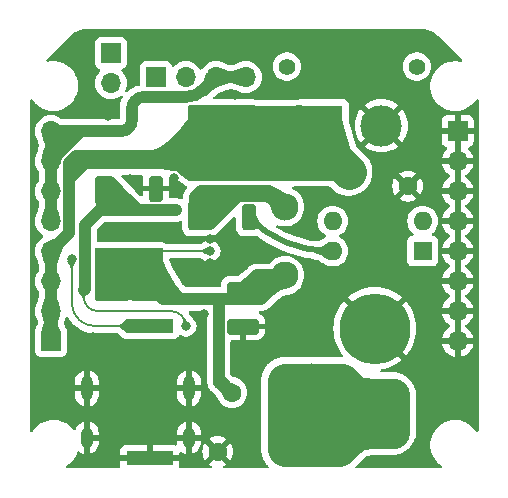
<source format=gbr>
%TF.GenerationSoftware,KiCad,Pcbnew,7.0.11*%
%TF.CreationDate,2025-01-11T04:22:47+09:00*%
%TF.ProjectId,PSU,5053552e-6b69-4636-9164-5f7063625858,rev?*%
%TF.SameCoordinates,Original*%
%TF.FileFunction,Copper,L2,Bot*%
%TF.FilePolarity,Positive*%
%FSLAX46Y46*%
G04 Gerber Fmt 4.6, Leading zero omitted, Abs format (unit mm)*
G04 Created by KiCad (PCBNEW 7.0.11) date 2025-01-11 04:22:47*
%MOMM*%
%LPD*%
G01*
G04 APERTURE LIST*
G04 Aperture macros list*
%AMRoundRect*
0 Rectangle with rounded corners*
0 $1 Rounding radius*
0 $2 $3 $4 $5 $6 $7 $8 $9 X,Y pos of 4 corners*
0 Add a 4 corners polygon primitive as box body*
4,1,4,$2,$3,$4,$5,$6,$7,$8,$9,$2,$3,0*
0 Add four circle primitives for the rounded corners*
1,1,$1+$1,$2,$3*
1,1,$1+$1,$4,$5*
1,1,$1+$1,$6,$7*
1,1,$1+$1,$8,$9*
0 Add four rect primitives between the rounded corners*
20,1,$1+$1,$2,$3,$4,$5,0*
20,1,$1+$1,$4,$5,$6,$7,0*
20,1,$1+$1,$6,$7,$8,$9,0*
20,1,$1+$1,$8,$9,$2,$3,0*%
G04 Aperture macros list end*
%TA.AperFunction,ComponentPad*%
%ADD10O,1.000000X2.100000*%
%TD*%
%TA.AperFunction,ComponentPad*%
%ADD11O,1.000000X1.800000*%
%TD*%
%TA.AperFunction,SMDPad,CuDef*%
%ADD12RoundRect,0.250000X-1.125000X1.275000X-1.125000X-1.275000X1.125000X-1.275000X1.125000X1.275000X0*%
%TD*%
%TA.AperFunction,SMDPad,CuDef*%
%ADD13RoundRect,0.192239X-2.707761X2.037761X-2.707761X-2.037761X2.707761X-2.037761X2.707761X2.037761X0*%
%TD*%
%TA.AperFunction,SMDPad,CuDef*%
%ADD14RoundRect,0.250000X-0.350000X0.850000X-0.350000X-0.850000X0.350000X-0.850000X0.350000X0.850000X0*%
%TD*%
%TA.AperFunction,ComponentPad*%
%ADD15RoundRect,0.575000X0.575000X-0.575000X0.575000X0.575000X-0.575000X0.575000X-0.575000X-0.575000X0*%
%TD*%
%TA.AperFunction,ComponentPad*%
%ADD16C,2.300000*%
%TD*%
%TA.AperFunction,ComponentPad*%
%ADD17R,1.700000X1.700000*%
%TD*%
%TA.AperFunction,ComponentPad*%
%ADD18O,1.700000X1.700000*%
%TD*%
%TA.AperFunction,ComponentPad*%
%ADD19RoundRect,1.500000X1.500000X-1.500000X1.500000X1.500000X-1.500000X1.500000X-1.500000X-1.500000X0*%
%TD*%
%TA.AperFunction,ComponentPad*%
%ADD20C,6.000000*%
%TD*%
%TA.AperFunction,ComponentPad*%
%ADD21C,1.600000*%
%TD*%
%TA.AperFunction,ComponentPad*%
%ADD22R,1.600000X1.600000*%
%TD*%
%TA.AperFunction,ComponentPad*%
%ADD23O,1.600000X1.600000*%
%TD*%
%TA.AperFunction,ComponentPad*%
%ADD24C,1.400000*%
%TD*%
%TA.AperFunction,ComponentPad*%
%ADD25R,3.500000X3.500000*%
%TD*%
%TA.AperFunction,ComponentPad*%
%ADD26C,3.500000*%
%TD*%
%TA.AperFunction,SMDPad,CuDef*%
%ADD27RoundRect,0.250000X-1.100000X0.412500X-1.100000X-0.412500X1.100000X-0.412500X1.100000X0.412500X0*%
%TD*%
%TA.AperFunction,SMDPad,CuDef*%
%ADD28R,4.000000X1.200000*%
%TD*%
%TA.AperFunction,SMDPad,CuDef*%
%ADD29RoundRect,0.250000X1.125000X-1.275000X1.125000X1.275000X-1.125000X1.275000X-1.125000X-1.275000X0*%
%TD*%
%TA.AperFunction,SMDPad,CuDef*%
%ADD30RoundRect,0.249997X2.650003X-2.950003X2.650003X2.950003X-2.650003X2.950003X-2.650003X-2.950003X0*%
%TD*%
%TA.AperFunction,SMDPad,CuDef*%
%ADD31RoundRect,0.250000X0.350000X-0.850000X0.350000X0.850000X-0.350000X0.850000X-0.350000X-0.850000X0*%
%TD*%
%TA.AperFunction,ViaPad*%
%ADD32C,0.800000*%
%TD*%
%TA.AperFunction,Conductor*%
%ADD33C,0.500000*%
%TD*%
%TA.AperFunction,Conductor*%
%ADD34C,0.200000*%
%TD*%
%TA.AperFunction,Conductor*%
%ADD35C,1.000000*%
%TD*%
%TA.AperFunction,Conductor*%
%ADD36C,3.000000*%
%TD*%
G04 APERTURE END LIST*
D10*
%TO.P,J1,S1,SHIELD*%
%TO.N,GND*%
X138176000Y-113227000D03*
D11*
X138176000Y-117407000D03*
D10*
X146816000Y-113227000D03*
D11*
X146816000Y-117407000D03*
%TD*%
D12*
%TO.P,U4,3,VI*%
%TO.N,/Temp+12v*%
X140207000Y-104281000D03*
X143257000Y-104281000D03*
D13*
X141732000Y-103576000D03*
D14*
%TO.P,U4,2,VO*%
%TO.N,+3.3V*%
X139452000Y-96306000D03*
%TO.P,U4,1,GND*%
%TO.N,GND*%
X144012000Y-96306000D03*
%TD*%
D15*
%TO.P,F1,1*%
%TO.N,Net-(BT1-+)*%
X154940000Y-118364000D03*
X154940000Y-112564000D03*
D16*
%TO.P,F1,2*%
%TO.N,/Temp+12v*%
X154940000Y-103664000D03*
X154940000Y-97864000D03*
%TD*%
D17*
%TO.P,J4,1,Pin_1*%
%TO.N,/UART_TX*%
X144018000Y-86868000D03*
D18*
%TO.P,J4,2,Pin_2*%
%TO.N,/UART_RX*%
X146558000Y-86868000D03*
%TO.P,J4,3,Pin_3*%
%TO.N,+48V*%
X149098000Y-86868000D03*
%TO.P,J4,4,Pin_4*%
X151638000Y-86868000D03*
%TD*%
D17*
%TO.P,J2,1,Pin_1*%
%TO.N,+12V*%
X135128000Y-109220000D03*
D18*
%TO.P,J2,2,Pin_2*%
X135128000Y-106680000D03*
%TO.P,J2,3,Pin_3*%
X135128000Y-104140000D03*
%TO.P,J2,4,Pin_4*%
X135128000Y-101600000D03*
%TO.P,J2,5,Pin_5*%
%TO.N,+48V*%
X135128000Y-99060000D03*
%TO.P,J2,6,Pin_6*%
X135128000Y-96520000D03*
%TO.P,J2,7,Pin_7*%
X135128000Y-93980000D03*
%TO.P,J2,8,Pin_8*%
X135128000Y-91440000D03*
%TD*%
D19*
%TO.P,BT1,1,+*%
%TO.N,Net-(BT1-+)*%
X162560000Y-115360000D03*
D20*
%TO.P,BT1,2,-*%
%TO.N,GND*%
X162560000Y-108160000D03*
%TD*%
D21*
%TO.P,RV2,1*%
%TO.N,+12V*%
X160354000Y-94904000D03*
%TO.P,RV2,2*%
%TO.N,GND*%
X165354000Y-96104000D03*
%TD*%
D22*
%TO.P,U3,1*%
%TO.N,/FET*%
X166614000Y-101605000D03*
D23*
%TO.P,U3,2*%
%TO.N,Net-(R14-Pad2)*%
X166614000Y-99065000D03*
%TO.P,U3,3*%
%TO.N,Net-(R15-Pad2)*%
X158994000Y-99065000D03*
%TO.P,U3,4*%
%TO.N,Net-(Q1-G)*%
X158994000Y-101605000D03*
%TD*%
D24*
%TO.P,J5,*%
%TO.N,*%
X155116000Y-85986000D03*
X166116000Y-85986000D03*
D25*
%TO.P,J5,1,Pin_1*%
%TO.N,+12V*%
X158116000Y-90986000D03*
D26*
%TO.P,J5,2,Pin_2*%
%TO.N,GND*%
X163116000Y-90986000D03*
%TD*%
D17*
%TO.P,J3,1,Pin_1*%
%TO.N,GND*%
X169570000Y-91440000D03*
D18*
%TO.P,J3,2,Pin_2*%
X169570000Y-93980000D03*
%TO.P,J3,3,Pin_3*%
X169570000Y-96520000D03*
%TO.P,J3,4,Pin_4*%
X169570000Y-99060000D03*
%TO.P,J3,5,Pin_5*%
X169570000Y-101600000D03*
%TO.P,J3,6,Pin_6*%
X169570000Y-104140000D03*
%TO.P,J3,7,Pin_7*%
X169570000Y-106680000D03*
%TO.P,J3,8,Pin_8*%
X169570000Y-109220000D03*
%TD*%
D21*
%TO.P,RV1,1*%
%TO.N,/Temp+12v*%
X150460000Y-113578000D03*
%TO.P,RV1,2*%
%TO.N,GND*%
X149260000Y-118578000D03*
%TD*%
D17*
%TO.P,J6,1,Pin_1*%
%TO.N,/FET*%
X140208000Y-84836000D03*
D18*
%TO.P,J6,2,Pin_2*%
%TO.N,/SW*%
X140208000Y-87376000D03*
%TD*%
D27*
%TO.P,C10,1*%
%TO.N,/Temp+12v*%
X151384000Y-104863500D03*
%TO.P,C10,2*%
%TO.N,GND*%
X151384000Y-107988500D03*
%TD*%
D28*
%TO.P,BZ1,1,-*%
%TO.N,Net-(BZ1--)*%
X143510000Y-107938000D03*
%TO.P,BZ1,2,+*%
%TO.N,GND*%
X143510000Y-119138000D03*
%TD*%
D29*
%TO.P,Q1,1,D*%
%TO.N,+12V*%
X148081000Y-94131000D03*
X151131000Y-94131000D03*
D30*
X149606000Y-92456000D03*
D29*
X148081000Y-90781000D03*
X151131000Y-90781000D03*
D31*
%TO.P,Q1,2,G*%
%TO.N,Net-(Q1-G)*%
X151886000Y-98756000D03*
%TO.P,Q1,3,S*%
%TO.N,/Temp+12v*%
X147326000Y-98756000D03*
%TD*%
D32*
%TO.N,GND*%
X148290000Y-113850000D03*
X146820000Y-111240000D03*
X147740000Y-109470000D03*
X164150000Y-100400000D03*
X168040000Y-97760000D03*
X163590000Y-97420000D03*
X158450000Y-97100000D03*
X166600000Y-92650000D03*
X167020000Y-84050000D03*
X161070000Y-88600000D03*
X155000000Y-87940000D03*
X154300000Y-83790000D03*
X142320000Y-83550000D03*
X142040000Y-86620000D03*
X137620000Y-84440000D03*
X138200000Y-87910000D03*
X133860000Y-90160000D03*
X136970000Y-109040000D03*
X134620000Y-113520000D03*
X140270000Y-114320000D03*
X145300000Y-114580000D03*
X145110000Y-117320000D03*
X140080000Y-117390000D03*
X149940000Y-116070000D03*
X153580000Y-110240000D03*
X152250000Y-112410000D03*
X151640000Y-119230000D03*
X162140000Y-119450000D03*
X166110000Y-119120000D03*
X169230000Y-113310000D03*
X167520000Y-103540000D03*
X162060000Y-104020000D03*
X158650000Y-109940000D03*
%TO.N,Net-(BT1-+)*%
X157740000Y-117390000D03*
X157660000Y-113510000D03*
X154980000Y-115500000D03*
%TO.N,GND*%
X138680000Y-108870000D03*
X156940000Y-105300000D03*
X153760000Y-107990000D03*
X152510000Y-102270000D03*
X152520000Y-100920000D03*
X148060000Y-106910000D03*
X145580000Y-95407998D03*
X144280000Y-96460000D03*
X143730000Y-99600000D03*
X141470000Y-100410000D03*
X150700000Y-88360000D03*
X152440000Y-88390000D03*
X139940000Y-90160000D03*
X141840000Y-95490000D03*
X150806156Y-102618712D03*
X148590000Y-100584000D03*
X148590000Y-102616000D03*
%TO.N,/Temp+12v*%
X148590000Y-101600000D03*
%TO.N,+12V*%
X146040000Y-93560000D03*
%TO.N,+3.3V*%
X137922000Y-104902000D03*
%TO.N,Net-(BZ1--)*%
X136899287Y-102300001D03*
%TO.N,+3.3V*%
X146558000Y-107950000D03*
X145724000Y-98116000D03*
X140370798Y-96007898D03*
%TD*%
D33*
%TO.N,Net-(Q1-G)*%
X151886022Y-98755978D02*
G75*
G03*
X158764061Y-101605000I6878078J6877978D01*
G01*
X158764061Y-101605000D02*
X158994000Y-101605000D01*
D34*
%TO.N,/Temp+12v*%
X148590000Y-101600000D02*
X143708000Y-101600000D01*
X143708000Y-101600000D02*
X141732000Y-103576000D01*
D35*
%TO.N,+3.3V*%
X140716000Y-98116000D02*
X144526000Y-98116000D01*
X145724000Y-98116000D02*
X144526000Y-98116000D01*
X144526000Y-98116000D02*
X142478900Y-98116000D01*
X142478900Y-98116000D02*
X141561450Y-97198550D01*
X139452000Y-96852000D02*
X140716000Y-98116000D01*
X139518000Y-98116000D02*
X140716000Y-98116000D01*
X139271570Y-98116000D02*
X139954000Y-98116000D01*
X141434450Y-97071550D02*
X140120900Y-95758000D01*
X140344550Y-97198550D02*
X141561450Y-97198550D01*
X141561450Y-97198550D02*
X141434450Y-97071550D01*
X141434450Y-97071550D02*
X140370798Y-96007898D01*
X139452000Y-96306000D02*
X140344550Y-97198550D01*
X140072696Y-96306000D02*
X140370798Y-96007898D01*
X140120900Y-95758000D02*
X140000000Y-95758000D01*
X139452000Y-96306000D02*
X140072696Y-96306000D01*
X140000000Y-95758000D02*
X139452000Y-96306000D01*
X139452000Y-96306000D02*
X139452000Y-96852000D01*
X139452000Y-96306000D02*
X139452000Y-98050000D01*
X139452000Y-98050000D02*
X139518000Y-98116000D01*
X137999287Y-104824713D02*
X137999287Y-99388283D01*
X137999287Y-99388283D02*
X139271570Y-98116000D01*
X137922000Y-104902000D02*
X137999287Y-104824713D01*
%TO.N,/Temp+12v*%
X150460000Y-113578000D02*
X149334000Y-112452000D01*
X149334000Y-112452000D02*
X149334000Y-105778000D01*
X149334000Y-105778000D02*
X149220000Y-105664000D01*
X149220000Y-105664000D02*
X148590000Y-105664000D01*
%TO.N,Net-(Q1-G)*%
X158758608Y-101605000D02*
X158994000Y-101605000D01*
%TO.N,/Temp+12v*%
X149860000Y-105664000D02*
X148590000Y-105664000D01*
X148590000Y-105664000D02*
X146304000Y-105664000D01*
X147320000Y-105664000D02*
X146304000Y-105664000D01*
X146304000Y-105664000D02*
X144640000Y-105664000D01*
X152940000Y-105664000D02*
X151638000Y-105664000D01*
X153416000Y-103664000D02*
X153416000Y-103886000D01*
X153416000Y-103886000D02*
X151638000Y-105664000D01*
X151638000Y-105664000D02*
X149860000Y-105664000D01*
X153416000Y-103664000D02*
X153416000Y-104571000D01*
X153416000Y-104571000D02*
X153123500Y-104863500D01*
X152583500Y-103664000D02*
X153416000Y-103664000D01*
X153416000Y-103664000D02*
X154940000Y-103664000D01*
X154940000Y-103664000D02*
X154067000Y-104537000D01*
X154067000Y-104537000D02*
X153432000Y-105172000D01*
X153740500Y-104863500D02*
X154067000Y-104537000D01*
X151384000Y-104863500D02*
X153740500Y-104863500D01*
X153432000Y-105172000D02*
X152940000Y-105664000D01*
X151384000Y-104863500D02*
X153123500Y-104863500D01*
X153123500Y-104863500D02*
X153432000Y-105172000D01*
X151384000Y-104863500D02*
X152583500Y-103664000D01*
X150583500Y-105664000D02*
X149860000Y-105664000D01*
X147326000Y-98756000D02*
X148082000Y-98756000D01*
X148082000Y-98756000D02*
X148794000Y-98756000D01*
X149098000Y-97536000D02*
X149098000Y-97740000D01*
X149098000Y-97740000D02*
X148082000Y-98756000D01*
X148546000Y-97536000D02*
X149098000Y-97536000D01*
X149098000Y-97536000D02*
X149352000Y-97536000D01*
X149352000Y-97536000D02*
X150368000Y-97536000D01*
X150948000Y-96956000D02*
X150622000Y-97282000D01*
X150622000Y-97282000D02*
X150368000Y-97536000D01*
X147326000Y-98756000D02*
X148800000Y-97282000D01*
X148800000Y-97282000D02*
X150622000Y-97282000D01*
X150368000Y-97536000D02*
X148971000Y-98933000D01*
X148971000Y-98933000D02*
X148590000Y-99314000D01*
X148794000Y-98756000D02*
X148971000Y-98933000D01*
X147326000Y-98756000D02*
X148546000Y-97536000D01*
X154940000Y-97864000D02*
X154032000Y-96956000D01*
X147884000Y-99314000D02*
X147326000Y-98756000D01*
X154032000Y-96956000D02*
X150948000Y-96956000D01*
X148590000Y-99314000D02*
X147884000Y-99314000D01*
X147828000Y-96520000D02*
X148336000Y-96520000D01*
X148336000Y-96520000D02*
X149562000Y-96520000D01*
X147326000Y-98756000D02*
X147326000Y-97530000D01*
X147326000Y-97530000D02*
X148336000Y-96520000D01*
X147326000Y-98756000D02*
X147326000Y-97022000D01*
X147326000Y-97022000D02*
X147828000Y-96520000D01*
X147326000Y-98756000D02*
X148441000Y-97641000D01*
X148441000Y-97641000D02*
X149562000Y-96520000D01*
X149562000Y-96520000D02*
X153596000Y-96520000D01*
X153596000Y-96520000D02*
X154940000Y-97864000D01*
X151384000Y-104863500D02*
X150583500Y-105664000D01*
X144640000Y-105664000D02*
X143257000Y-104281000D01*
%TO.N,+12V*%
X138051000Y-94131000D02*
X136678000Y-95504000D01*
X148081000Y-94131000D02*
X138051000Y-94131000D01*
D34*
%TO.N,+3.3V*%
X146558000Y-107950000D02*
G75*
G03*
X145288000Y-106680000I-1270000J0D01*
G01*
X137922000Y-105502175D02*
G75*
G03*
X139099825Y-106680000I1177800J-25D01*
G01*
X145288000Y-106680000D02*
X139099825Y-106680000D01*
X137922000Y-105502175D02*
X137922000Y-104902000D01*
%TO.N,Net-(BZ1--)*%
X136908194Y-102308908D02*
X136908194Y-106155403D01*
X138825744Y-107938000D02*
X143510000Y-107938000D01*
X136908253Y-106155399D02*
G75*
G03*
X138825744Y-107937999I1919447J142099D01*
G01*
X136899287Y-102300001D02*
X136908194Y-102308908D01*
D35*
%TO.N,+12V*%
X148081000Y-94131000D02*
X147510000Y-93560000D01*
X147510000Y-93560000D02*
X146040000Y-93560000D01*
X136678000Y-100050000D02*
X136678000Y-95504000D01*
X136678000Y-95504000D02*
X136678000Y-94127056D01*
X135128000Y-101600000D02*
X136678000Y-100050000D01*
X136678000Y-94127056D02*
X137245056Y-93560000D01*
X137245056Y-93560000D02*
X146040000Y-93560000D01*
X135128000Y-109220000D02*
X135128000Y-106680000D01*
X135128000Y-106680000D02*
X135128000Y-101600000D01*
%TO.N,+48V*%
X137922000Y-91440000D02*
X136398000Y-91440000D01*
X136398000Y-91440000D02*
X135128000Y-91440000D01*
X135128000Y-93980000D02*
X135128000Y-92710000D01*
X135128000Y-92710000D02*
X136398000Y-91440000D01*
X141092029Y-91440000D02*
X137922000Y-91440000D01*
X135128000Y-93980000D02*
X137668000Y-91440000D01*
X137668000Y-91440000D02*
X137922000Y-91440000D01*
X146563798Y-88556002D02*
G75*
G03*
X148008355Y-87957645I2J2042902D01*
G01*
X141092029Y-91440000D02*
G75*
G03*
X141986000Y-90546029I-29J894000D01*
G01*
X142996344Y-88556000D02*
G75*
G03*
X141986000Y-89566344I-44J-1010300D01*
G01*
X149098000Y-86868000D02*
X148008355Y-87957645D01*
X146563798Y-88556000D02*
X142996344Y-88556000D01*
X141986000Y-89566344D02*
X141986000Y-90546029D01*
X135128000Y-91440000D02*
X135128000Y-99060000D01*
X151638000Y-86868000D02*
X149098000Y-86868000D01*
D36*
%TO.N,+12V*%
X149606000Y-92456000D02*
X156646000Y-92456000D01*
X156646000Y-92456000D02*
X158116000Y-90986000D01*
X151131000Y-90781000D02*
X151131000Y-94131000D01*
X158116000Y-90986000D02*
X158116000Y-92666000D01*
X158116000Y-92666000D02*
X160354000Y-94904000D01*
X151131000Y-94131000D02*
X159581000Y-94131000D01*
X159581000Y-94131000D02*
X160354000Y-94904000D01*
X151131000Y-90781000D02*
X157911000Y-90781000D01*
X157911000Y-90781000D02*
X158116000Y-90986000D01*
D35*
%TO.N,/Temp+12v*%
X147326000Y-98756000D02*
X147326000Y-99022000D01*
D36*
%TO.N,Net-(BT1-+)*%
X154940000Y-112564000D02*
X159764000Y-112564000D01*
X159764000Y-112564000D02*
X162560000Y-115360000D01*
X154940000Y-118364000D02*
X159556000Y-118364000D01*
X159556000Y-118364000D02*
X162560000Y-115360000D01*
X154940000Y-112564000D02*
X154940000Y-118364000D01*
X162560000Y-115360000D02*
X157736000Y-115360000D01*
X157736000Y-115360000D02*
X154940000Y-112564000D01*
X162560000Y-115360000D02*
X157944000Y-115360000D01*
X157944000Y-115360000D02*
X154940000Y-118364000D01*
%TD*%
%TA.AperFunction,Conductor*%
%TO.N,GND*%
G36*
X142874743Y-95151185D02*
G01*
X142920498Y-95203989D01*
X142930442Y-95273147D01*
X142925411Y-95294501D01*
X142922495Y-95303300D01*
X142922493Y-95303309D01*
X142912000Y-95406013D01*
X142912000Y-96056000D01*
X145111999Y-96056000D01*
X145111999Y-95465923D01*
X145131684Y-95398884D01*
X145184488Y-95353129D01*
X145249051Y-95342612D01*
X145266149Y-95344421D01*
X145369017Y-95355310D01*
X145377154Y-95355006D01*
X145412312Y-95352462D01*
X145532622Y-95321756D01*
X145602443Y-95324251D01*
X145659835Y-95364100D01*
X145675941Y-95390096D01*
X145686803Y-95413716D01*
X145769482Y-95531469D01*
X145775166Y-95537510D01*
X145802832Y-95564738D01*
X145921887Y-95645531D01*
X145994164Y-95680751D01*
X146007068Y-95688024D01*
X146476775Y-95991084D01*
X146486457Y-95998010D01*
X146487337Y-95998706D01*
X146487343Y-95998712D01*
X146514852Y-96015680D01*
X146516808Y-96016914D01*
X146577717Y-96056213D01*
X146577735Y-96056224D01*
X146577741Y-96056228D01*
X146593789Y-96066163D01*
X146598255Y-96068452D01*
X146598244Y-96068472D01*
X146611099Y-96075046D01*
X146630355Y-96086923D01*
X146677077Y-96138869D01*
X146688300Y-96207832D01*
X146660456Y-96271914D01*
X146652937Y-96280141D01*
X146628644Y-96304434D01*
X146626397Y-96306626D01*
X146562946Y-96366942D01*
X146529245Y-96415361D01*
X146523574Y-96422882D01*
X146486302Y-96468592D01*
X146486298Y-96468598D01*
X146472209Y-96495568D01*
X146464082Y-96508983D01*
X146446702Y-96533955D01*
X146423438Y-96588165D01*
X146419398Y-96596672D01*
X146392090Y-96648951D01*
X146392090Y-96648952D01*
X146383720Y-96678201D01*
X146378459Y-96692979D01*
X146366459Y-96720943D01*
X146354588Y-96778711D01*
X146352342Y-96787860D01*
X146336113Y-96844577D01*
X146333802Y-96874926D01*
X146331622Y-96890466D01*
X146325500Y-96920258D01*
X146325500Y-96979240D01*
X146325141Y-96988666D01*
X146324663Y-96994936D01*
X146323003Y-97007797D01*
X146322380Y-97011202D01*
X146312036Y-97105329D01*
X146285145Y-97169817D01*
X146227659Y-97209530D01*
X146157828Y-97211858D01*
X146139877Y-97205733D01*
X146025060Y-97156460D01*
X145825741Y-97115500D01*
X145236000Y-97115500D01*
X145168961Y-97095815D01*
X145123206Y-97043011D01*
X145112000Y-96991500D01*
X145112000Y-96556000D01*
X142912001Y-96556000D01*
X142912001Y-96834818D01*
X142892316Y-96901857D01*
X142839512Y-96947612D01*
X142770354Y-96957556D01*
X142706798Y-96928531D01*
X142700320Y-96922499D01*
X142347922Y-96570102D01*
X142347920Y-96570099D01*
X142279004Y-96501183D01*
X142276811Y-96498934D01*
X142216512Y-96435499D01*
X142216505Y-96435494D01*
X142215056Y-96434485D01*
X142198214Y-96420393D01*
X141630195Y-95852374D01*
X141121001Y-95343181D01*
X141087516Y-95281858D01*
X141092500Y-95212167D01*
X141134371Y-95156233D01*
X141199836Y-95131816D01*
X141208682Y-95131500D01*
X142807704Y-95131500D01*
X142874743Y-95151185D01*
G37*
%TD.AperFunction*%
%TA.AperFunction,Conductor*%
G36*
X169820000Y-108784498D02*
G01*
X169712315Y-108735320D01*
X169605763Y-108720000D01*
X169534237Y-108720000D01*
X169427685Y-108735320D01*
X169320000Y-108784498D01*
X169320000Y-107115501D01*
X169427685Y-107164680D01*
X169534237Y-107180000D01*
X169605763Y-107180000D01*
X169712315Y-107164680D01*
X169820000Y-107115501D01*
X169820000Y-108784498D01*
G37*
%TD.AperFunction*%
%TA.AperFunction,Conductor*%
G36*
X169820000Y-106244498D02*
G01*
X169712315Y-106195320D01*
X169605763Y-106180000D01*
X169534237Y-106180000D01*
X169427685Y-106195320D01*
X169320000Y-106244498D01*
X169320000Y-104575501D01*
X169427685Y-104624680D01*
X169534237Y-104640000D01*
X169605763Y-104640000D01*
X169712315Y-104624680D01*
X169820000Y-104575501D01*
X169820000Y-106244498D01*
G37*
%TD.AperFunction*%
%TA.AperFunction,Conductor*%
G36*
X169820000Y-103704498D02*
G01*
X169712315Y-103655320D01*
X169605763Y-103640000D01*
X169534237Y-103640000D01*
X169427685Y-103655320D01*
X169320000Y-103704498D01*
X169320000Y-102035501D01*
X169427685Y-102084680D01*
X169534237Y-102100000D01*
X169605763Y-102100000D01*
X169712315Y-102084680D01*
X169820000Y-102035501D01*
X169820000Y-103704498D01*
G37*
%TD.AperFunction*%
%TA.AperFunction,Conductor*%
G36*
X169820000Y-101164498D02*
G01*
X169712315Y-101115320D01*
X169605763Y-101100000D01*
X169534237Y-101100000D01*
X169427685Y-101115320D01*
X169320000Y-101164498D01*
X169320000Y-99495501D01*
X169427685Y-99544680D01*
X169534237Y-99560000D01*
X169605763Y-99560000D01*
X169712315Y-99544680D01*
X169820000Y-99495501D01*
X169820000Y-101164498D01*
G37*
%TD.AperFunction*%
%TA.AperFunction,Conductor*%
G36*
X169820000Y-98624498D02*
G01*
X169712315Y-98575320D01*
X169605763Y-98560000D01*
X169534237Y-98560000D01*
X169427685Y-98575320D01*
X169320000Y-98624498D01*
X169320000Y-96955501D01*
X169427685Y-97004680D01*
X169534237Y-97020000D01*
X169605763Y-97020000D01*
X169712315Y-97004680D01*
X169820000Y-96955501D01*
X169820000Y-98624498D01*
G37*
%TD.AperFunction*%
%TA.AperFunction,Conductor*%
G36*
X169820000Y-96084498D02*
G01*
X169712315Y-96035320D01*
X169605763Y-96020000D01*
X169534237Y-96020000D01*
X169427685Y-96035320D01*
X169320000Y-96084498D01*
X169320000Y-94415501D01*
X169427685Y-94464680D01*
X169534237Y-94480000D01*
X169605763Y-94480000D01*
X169712315Y-94464680D01*
X169820000Y-94415501D01*
X169820000Y-96084498D01*
G37*
%TD.AperFunction*%
%TA.AperFunction,Conductor*%
G36*
X169820000Y-93544498D02*
G01*
X169712315Y-93495320D01*
X169605763Y-93480000D01*
X169534237Y-93480000D01*
X169427685Y-93495320D01*
X169320000Y-93544498D01*
X169320000Y-91875501D01*
X169427685Y-91924680D01*
X169534237Y-91940000D01*
X169605763Y-91940000D01*
X169712315Y-91924680D01*
X169820000Y-91875501D01*
X169820000Y-93544498D01*
G37*
%TD.AperFunction*%
%TA.AperFunction,Conductor*%
G36*
X166525046Y-82802268D02*
G01*
X166574447Y-82805041D01*
X166575170Y-82805085D01*
X166747944Y-82816407D01*
X166751904Y-82816731D01*
X166761518Y-82817678D01*
X166770064Y-82818824D01*
X166859542Y-82834026D01*
X166862813Y-82834628D01*
X166995657Y-82861050D01*
X167005749Y-82863503D01*
X167103226Y-82891584D01*
X167108737Y-82893312D01*
X167230339Y-82934589D01*
X167237923Y-82937443D01*
X167333206Y-82976909D01*
X167340550Y-82980237D01*
X167455753Y-83037046D01*
X167460855Y-83039712D01*
X167475745Y-83047941D01*
X167549625Y-83088772D01*
X167558534Y-83094197D01*
X167671036Y-83169366D01*
X167673899Y-83171337D01*
X167747836Y-83223795D01*
X167754760Y-83229083D01*
X167762196Y-83235187D01*
X167765287Y-83237810D01*
X167897022Y-83353358D01*
X167897880Y-83354118D01*
X167932484Y-83385041D01*
X167937540Y-83389821D01*
X169927784Y-85380064D01*
X169961269Y-85441387D01*
X169956285Y-85511079D01*
X169914413Y-85567012D01*
X169848949Y-85591429D01*
X169814876Y-85589152D01*
X169646686Y-85554202D01*
X169646684Y-85554201D01*
X169646680Y-85554201D01*
X169528070Y-85546088D01*
X169431752Y-85539500D01*
X169288248Y-85539500D01*
X169197724Y-85545691D01*
X169073319Y-85554201D01*
X168791965Y-85612666D01*
X168791962Y-85612667D01*
X168521206Y-85708894D01*
X168266064Y-85841098D01*
X168031299Y-86006812D01*
X167899617Y-86129796D01*
X167822344Y-86201965D01*
X167821289Y-86202950D01*
X167639944Y-86425853D01*
X167490634Y-86671382D01*
X167376158Y-86934935D01*
X167376158Y-86934936D01*
X167376156Y-86934939D01*
X167376156Y-86934942D01*
X167356845Y-87003861D01*
X167298630Y-87211635D01*
X167298629Y-87211642D01*
X167260875Y-87486321D01*
X167259500Y-87496322D01*
X167259500Y-87783678D01*
X167297254Y-88058357D01*
X167298629Y-88068357D01*
X167298630Y-88068364D01*
X167336371Y-88203061D01*
X167376156Y-88345058D01*
X167376157Y-88345061D01*
X167376158Y-88345063D01*
X167376158Y-88345064D01*
X167490634Y-88608617D01*
X167639944Y-88854146D01*
X167659720Y-88878454D01*
X167821292Y-89077053D01*
X167924278Y-89173235D01*
X168031299Y-89273187D01*
X168031302Y-89273189D01*
X168266064Y-89438901D01*
X168521203Y-89571104D01*
X168521206Y-89571105D01*
X168768605Y-89659031D01*
X168791968Y-89667334D01*
X169073314Y-89725798D01*
X169288248Y-89740500D01*
X169288255Y-89740500D01*
X169431745Y-89740500D01*
X169431752Y-89740500D01*
X169646686Y-89725798D01*
X169928032Y-89667334D01*
X170198797Y-89571104D01*
X170453936Y-89438901D01*
X170688698Y-89273189D01*
X170898708Y-89077053D01*
X171080055Y-88854147D01*
X171119552Y-88789196D01*
X171171203Y-88742145D01*
X171240093Y-88730487D01*
X171304350Y-88757924D01*
X171343573Y-88815746D01*
X171349500Y-88853625D01*
X171349500Y-116796374D01*
X171329815Y-116863413D01*
X171277011Y-116909168D01*
X171207853Y-116919112D01*
X171144297Y-116890087D01*
X171119552Y-116860803D01*
X171080055Y-116795853D01*
X171033456Y-116738575D01*
X170898708Y-116572947D01*
X170779831Y-116461923D01*
X170688700Y-116376812D01*
X170453935Y-116211098D01*
X170198793Y-116078894D01*
X169928037Y-115982667D01*
X169928034Y-115982666D01*
X169751509Y-115945984D01*
X169646686Y-115924202D01*
X169646684Y-115924201D01*
X169646680Y-115924201D01*
X169528070Y-115916088D01*
X169431752Y-115909500D01*
X169288248Y-115909500D01*
X169197724Y-115915691D01*
X169073319Y-115924201D01*
X168791965Y-115982666D01*
X168791962Y-115982667D01*
X168521206Y-116078894D01*
X168266064Y-116211098D01*
X168031299Y-116376812D01*
X167821289Y-116572950D01*
X167639944Y-116795853D01*
X167490634Y-117041382D01*
X167376158Y-117304935D01*
X167376158Y-117304936D01*
X167298630Y-117581635D01*
X167298629Y-117581642D01*
X167259946Y-117863080D01*
X167259500Y-117866322D01*
X167259500Y-118153678D01*
X167297621Y-118431028D01*
X167298629Y-118438357D01*
X167298630Y-118438364D01*
X167339877Y-118585578D01*
X167376156Y-118715058D01*
X167376157Y-118715061D01*
X167376158Y-118715063D01*
X167376158Y-118715064D01*
X167490634Y-118978617D01*
X167639944Y-119224146D01*
X167716667Y-119318452D01*
X167821292Y-119447053D01*
X167947105Y-119564554D01*
X168031299Y-119643187D01*
X168031302Y-119643189D01*
X168220559Y-119776780D01*
X168263976Y-119831521D01*
X168270905Y-119901046D01*
X168239147Y-119963281D01*
X168178783Y-119998466D01*
X168149050Y-120002084D01*
X161046413Y-120002084D01*
X160979374Y-119982399D01*
X160933619Y-119929595D01*
X160923675Y-119860437D01*
X160952700Y-119796881D01*
X160958731Y-119790403D01*
X160983432Y-119765702D01*
X161071739Y-119677395D01*
X161752417Y-118996715D01*
X161813738Y-118963232D01*
X161818446Y-118962303D01*
X162384222Y-118862388D01*
X162405778Y-118860500D01*
X164131448Y-118860500D01*
X164345428Y-118845196D01*
X164532000Y-118804610D01*
X164625037Y-118784371D01*
X164625037Y-118784370D01*
X164625046Y-118784369D01*
X164893161Y-118684367D01*
X165144315Y-118547226D01*
X165373395Y-118375739D01*
X165575739Y-118173395D01*
X165747226Y-117944315D01*
X165884367Y-117693161D01*
X165984369Y-117425046D01*
X166010497Y-117304936D01*
X166045195Y-117145433D01*
X166045195Y-117145432D01*
X166045196Y-117145428D01*
X166060500Y-116931448D01*
X166060500Y-113788552D01*
X166045196Y-113574572D01*
X166022533Y-113470393D01*
X165984371Y-113294962D01*
X165984370Y-113294960D01*
X165984369Y-113294954D01*
X165884367Y-113026839D01*
X165882688Y-113023765D01*
X165747229Y-112775690D01*
X165747224Y-112775682D01*
X165575745Y-112546612D01*
X165575729Y-112546594D01*
X165373405Y-112344270D01*
X165373387Y-112344254D01*
X165144317Y-112172775D01*
X165144309Y-112172770D01*
X164893166Y-112035635D01*
X164893167Y-112035635D01*
X164760672Y-111986217D01*
X164625046Y-111935631D01*
X164625043Y-111935630D01*
X164625037Y-111935628D01*
X164345433Y-111874804D01*
X164131450Y-111859500D01*
X164131448Y-111859500D01*
X163151429Y-111859500D01*
X163084390Y-111839815D01*
X163038635Y-111787011D01*
X163028691Y-111717853D01*
X163057716Y-111654297D01*
X163116494Y-111616523D01*
X163132031Y-111613027D01*
X163288684Y-111588215D01*
X163288686Y-111588215D01*
X163643051Y-111493263D01*
X163985535Y-111361795D01*
X164312406Y-111195245D01*
X164620064Y-110995450D01*
X164853148Y-110806701D01*
X163967345Y-109920898D01*
X164180973Y-109727684D01*
X164318531Y-109564978D01*
X165206701Y-110453148D01*
X165395450Y-110220064D01*
X165595245Y-109912406D01*
X165761795Y-109585535D01*
X165893263Y-109243051D01*
X165988215Y-108888686D01*
X165988215Y-108888684D01*
X166045602Y-108526353D01*
X166064803Y-108160000D01*
X166064803Y-108159999D01*
X166045602Y-107793646D01*
X165988215Y-107431315D01*
X165988215Y-107431313D01*
X165893263Y-107076948D01*
X165761795Y-106734464D01*
X165595245Y-106407594D01*
X165395446Y-106099929D01*
X165206701Y-105866850D01*
X164319141Y-106754409D01*
X164282063Y-106704086D01*
X164072644Y-106487548D01*
X163964387Y-106402059D01*
X164853149Y-105513297D01*
X164620070Y-105324553D01*
X164312406Y-105124754D01*
X163985535Y-104958204D01*
X163643051Y-104826736D01*
X163288685Y-104731784D01*
X162926353Y-104674397D01*
X162560001Y-104655197D01*
X162559999Y-104655197D01*
X162193646Y-104674397D01*
X161831315Y-104731784D01*
X161831313Y-104731784D01*
X161476948Y-104826736D01*
X161134464Y-104958204D01*
X160807594Y-105124754D01*
X160499924Y-105324557D01*
X160266849Y-105513296D01*
X160266849Y-105513297D01*
X161152654Y-106399101D01*
X160939027Y-106592316D01*
X160801468Y-106755020D01*
X159913297Y-105866849D01*
X159913296Y-105866849D01*
X159724557Y-106099924D01*
X159524754Y-106407594D01*
X159358204Y-106734464D01*
X159226736Y-107076948D01*
X159131784Y-107431313D01*
X159131784Y-107431315D01*
X159074397Y-107793646D01*
X159055197Y-108159999D01*
X159055197Y-108160000D01*
X159074397Y-108526353D01*
X159131784Y-108888684D01*
X159131784Y-108888686D01*
X159226736Y-109243051D01*
X159358204Y-109585535D01*
X159524754Y-109912406D01*
X159724553Y-110220070D01*
X159839052Y-110361464D01*
X159865944Y-110425952D01*
X159853702Y-110494740D01*
X159806213Y-110545991D01*
X159742686Y-110563500D01*
X155015876Y-110563500D01*
X155007030Y-110563184D01*
X154940001Y-110558390D01*
X154939999Y-110558390D01*
X154872970Y-110563184D01*
X154864124Y-110563500D01*
X154796915Y-110563500D01*
X154730403Y-110573062D01*
X154721608Y-110574008D01*
X154654574Y-110578803D01*
X154654571Y-110578804D01*
X154588902Y-110593089D01*
X154580196Y-110594659D01*
X154513683Y-110604224D01*
X154513680Y-110604224D01*
X154513678Y-110604225D01*
X154513675Y-110604226D01*
X154449209Y-110623154D01*
X154440636Y-110625342D01*
X154374951Y-110639631D01*
X154374948Y-110639632D01*
X154311987Y-110663115D01*
X154303592Y-110665909D01*
X154239119Y-110684841D01*
X154239115Y-110684842D01*
X154177979Y-110712761D01*
X154169806Y-110716146D01*
X154106846Y-110739629D01*
X154106837Y-110739633D01*
X154047853Y-110771841D01*
X154039940Y-110775802D01*
X153978809Y-110803720D01*
X153922271Y-110840054D01*
X153914664Y-110844568D01*
X153855680Y-110876777D01*
X153801884Y-110917047D01*
X153794617Y-110922093D01*
X153738084Y-110958425D01*
X153687293Y-111002435D01*
X153680403Y-111007987D01*
X153626609Y-111048257D01*
X153626594Y-111048270D01*
X153579083Y-111095782D01*
X153572605Y-111101814D01*
X153521822Y-111145817D01*
X153477808Y-111196610D01*
X153471780Y-111203085D01*
X153424262Y-111250604D01*
X153424254Y-111250613D01*
X153383987Y-111304403D01*
X153378435Y-111311293D01*
X153334425Y-111362084D01*
X153298093Y-111418617D01*
X153293047Y-111425884D01*
X153252777Y-111479680D01*
X153220568Y-111538664D01*
X153216054Y-111546271D01*
X153179720Y-111602809D01*
X153179718Y-111602812D01*
X153179718Y-111602813D01*
X153173457Y-111616523D01*
X153151802Y-111663940D01*
X153147841Y-111671853D01*
X153115633Y-111730837D01*
X153115629Y-111730846D01*
X153092146Y-111793806D01*
X153088761Y-111801979D01*
X153060842Y-111863115D01*
X153060841Y-111863119D01*
X153041909Y-111927592D01*
X153039115Y-111935987D01*
X153015632Y-111998948D01*
X153015631Y-111998951D01*
X153001342Y-112064636D01*
X152999154Y-112073209D01*
X152980226Y-112137675D01*
X152980224Y-112137683D01*
X152970659Y-112204196D01*
X152969089Y-112212902D01*
X152954804Y-112278571D01*
X152954803Y-112278574D01*
X152950008Y-112345608D01*
X152949062Y-112354403D01*
X152939500Y-112420915D01*
X152939500Y-112488124D01*
X152939184Y-112496970D01*
X152934390Y-112563998D01*
X152934390Y-112564001D01*
X152939184Y-112631028D01*
X152939500Y-112639874D01*
X152939500Y-118288124D01*
X152939184Y-118296970D01*
X152934390Y-118363998D01*
X152934390Y-118364001D01*
X152939184Y-118431028D01*
X152939500Y-118439874D01*
X152939500Y-118507082D01*
X152949062Y-118573594D01*
X152950008Y-118582390D01*
X152954804Y-118649430D01*
X152954804Y-118649433D01*
X152969089Y-118715096D01*
X152970661Y-118723807D01*
X152980224Y-118790318D01*
X152980227Y-118790331D01*
X152999154Y-118854792D01*
X153001343Y-118863367D01*
X153015631Y-118929048D01*
X153039118Y-118992019D01*
X153041913Y-119000416D01*
X153060845Y-119064891D01*
X153088759Y-119126016D01*
X153092145Y-119134190D01*
X153115633Y-119197161D01*
X153147849Y-119256160D01*
X153151794Y-119264043D01*
X153165944Y-119295027D01*
X153179715Y-119325182D01*
X153179720Y-119325192D01*
X153216053Y-119381726D01*
X153220570Y-119389339D01*
X153252770Y-119448309D01*
X153252771Y-119448310D01*
X153252774Y-119448315D01*
X153293049Y-119502116D01*
X153298087Y-119509373D01*
X153334426Y-119565917D01*
X153378444Y-119616715D01*
X153383988Y-119623596D01*
X153424257Y-119677390D01*
X153424272Y-119677407D01*
X153471776Y-119724910D01*
X153477809Y-119731389D01*
X153521821Y-119782181D01*
X153524350Y-119784373D01*
X153562123Y-119843152D01*
X153562121Y-119913022D01*
X153524345Y-119971799D01*
X153460789Y-120000822D01*
X153443145Y-120002084D01*
X149841433Y-120002084D01*
X149774394Y-119982399D01*
X149728639Y-119929595D01*
X149718695Y-119860437D01*
X149747720Y-119796881D01*
X149789028Y-119765702D01*
X149912480Y-119708135D01*
X149985471Y-119657024D01*
X149260000Y-118931553D01*
X148534526Y-119657025D01*
X148607513Y-119708132D01*
X148607517Y-119708134D01*
X148730972Y-119765702D01*
X148783411Y-119811874D01*
X148802563Y-119879068D01*
X148782347Y-119945949D01*
X148729182Y-119991283D01*
X148678567Y-120002084D01*
X146123284Y-120002084D01*
X146056245Y-119982399D01*
X146010490Y-119929595D01*
X146000546Y-119860437D01*
X146002606Y-119849572D01*
X146003598Y-119845370D01*
X146009999Y-119785844D01*
X146010000Y-119785827D01*
X146010000Y-119388000D01*
X141010000Y-119388000D01*
X141010000Y-119785844D01*
X141016401Y-119845370D01*
X141017394Y-119849572D01*
X141017213Y-119852928D01*
X141017231Y-119853087D01*
X141017205Y-119853089D01*
X141013651Y-119919341D01*
X140972783Y-119976012D01*
X140907764Y-120001591D01*
X140896716Y-120002084D01*
X136532617Y-120002084D01*
X136465578Y-119982399D01*
X136419823Y-119929595D01*
X136409879Y-119860437D01*
X136438904Y-119796881D01*
X136461109Y-119776779D01*
X136525412Y-119731389D01*
X136678698Y-119623189D01*
X136888708Y-119427053D01*
X137070055Y-119204147D01*
X137219361Y-118958625D01*
X137219363Y-118958620D01*
X137219365Y-118958617D01*
X137250038Y-118888000D01*
X141010000Y-118888000D01*
X143260000Y-118888000D01*
X143760000Y-118888000D01*
X146010000Y-118888000D01*
X146010000Y-118700482D01*
X146029685Y-118633443D01*
X146082489Y-118587688D01*
X146151647Y-118577744D01*
X146209901Y-118602426D01*
X146284304Y-118660018D01*
X146466907Y-118749589D01*
X146566000Y-118775244D01*
X146566000Y-117973110D01*
X146590457Y-118012610D01*
X146679962Y-118080201D01*
X146787840Y-118110895D01*
X146899521Y-118100546D01*
X146999922Y-118050552D01*
X147066000Y-117978069D01*
X147066000Y-118780366D01*
X147067944Y-118780069D01*
X147067945Y-118780069D01*
X147258660Y-118709436D01*
X147258664Y-118709434D01*
X147431267Y-118601850D01*
X147456355Y-118578002D01*
X147955034Y-118578002D01*
X147974858Y-118804599D01*
X147974860Y-118804610D01*
X148033730Y-119024317D01*
X148033735Y-119024331D01*
X148129863Y-119230478D01*
X148180974Y-119303472D01*
X148906447Y-118578000D01*
X148906447Y-118577999D01*
X148878288Y-118549840D01*
X148956105Y-118549840D01*
X148966454Y-118661521D01*
X149016448Y-118761922D01*
X149099334Y-118837484D01*
X149203920Y-118878000D01*
X149287802Y-118878000D01*
X149370250Y-118862588D01*
X149465610Y-118803543D01*
X149533201Y-118714038D01*
X149563895Y-118606160D01*
X149561286Y-118578000D01*
X149613553Y-118578000D01*
X150339024Y-119303471D01*
X150390136Y-119230478D01*
X150486264Y-119024331D01*
X150486269Y-119024317D01*
X150545139Y-118804610D01*
X150545141Y-118804599D01*
X150564966Y-118578002D01*
X150564966Y-118577997D01*
X150545141Y-118351400D01*
X150545139Y-118351389D01*
X150486269Y-118131682D01*
X150486264Y-118131668D01*
X150390136Y-117925521D01*
X150390132Y-117925513D01*
X150339025Y-117852526D01*
X149613553Y-118577999D01*
X149613553Y-118578000D01*
X149561286Y-118578000D01*
X149553546Y-118494479D01*
X149503552Y-118394078D01*
X149420666Y-118318516D01*
X149316080Y-118278000D01*
X149232198Y-118278000D01*
X149149750Y-118293412D01*
X149054390Y-118352457D01*
X148986799Y-118441962D01*
X148956105Y-118549840D01*
X148878288Y-118549840D01*
X148180974Y-117852526D01*
X148180973Y-117852526D01*
X148129871Y-117925509D01*
X148129866Y-117925516D01*
X148033734Y-118131673D01*
X148033730Y-118131682D01*
X147974860Y-118351389D01*
X147974858Y-118351400D01*
X147955034Y-118577997D01*
X147955034Y-118578002D01*
X147456355Y-118578002D01*
X147578668Y-118461735D01*
X147578669Y-118461733D01*
X147694856Y-118294804D01*
X147775059Y-118107907D01*
X147816000Y-117908690D01*
X147816000Y-117657000D01*
X147116000Y-117657000D01*
X147116000Y-117498974D01*
X148534526Y-117498974D01*
X149260000Y-118224447D01*
X149260001Y-118224447D01*
X149985472Y-117498974D01*
X149912478Y-117447863D01*
X149706331Y-117351735D01*
X149706317Y-117351730D01*
X149486610Y-117292860D01*
X149486599Y-117292858D01*
X149260002Y-117273034D01*
X149259998Y-117273034D01*
X149033400Y-117292858D01*
X149033389Y-117292860D01*
X148813682Y-117351730D01*
X148813673Y-117351734D01*
X148607516Y-117447866D01*
X148607512Y-117447868D01*
X148534526Y-117498973D01*
X148534526Y-117498974D01*
X147116000Y-117498974D01*
X147116000Y-117157000D01*
X147816000Y-117157000D01*
X147816000Y-116956286D01*
X147800581Y-116804661D01*
X147739700Y-116610618D01*
X147739695Y-116610608D01*
X147640994Y-116432784D01*
X147640994Y-116432783D01*
X147508521Y-116278469D01*
X147508520Y-116278468D01*
X147347695Y-116153981D01*
X147165093Y-116064411D01*
X147066000Y-116038753D01*
X147066000Y-116840889D01*
X147041543Y-116801390D01*
X146952038Y-116733799D01*
X146844160Y-116703105D01*
X146732479Y-116713454D01*
X146632078Y-116763448D01*
X146566000Y-116835930D01*
X146566000Y-116033633D01*
X146564053Y-116033931D01*
X146564047Y-116033933D01*
X146373342Y-116104562D01*
X146373335Y-116104565D01*
X146200732Y-116212149D01*
X146053331Y-116352264D01*
X146053330Y-116352266D01*
X145937143Y-116519195D01*
X145856940Y-116706092D01*
X145816000Y-116905309D01*
X145816000Y-117157000D01*
X146516000Y-117157000D01*
X146516000Y-117657000D01*
X145816000Y-117657000D01*
X145816000Y-117857713D01*
X145823385Y-117930337D01*
X145810583Y-117999024D01*
X145762679Y-118049886D01*
X145694881Y-118066775D01*
X145656688Y-118059064D01*
X145617380Y-118044403D01*
X145617372Y-118044401D01*
X145557844Y-118038000D01*
X143760000Y-118038000D01*
X143760000Y-118888000D01*
X143260000Y-118888000D01*
X143260000Y-118038000D01*
X141462155Y-118038000D01*
X141402627Y-118044401D01*
X141402620Y-118044403D01*
X141267913Y-118094645D01*
X141267906Y-118094649D01*
X141152812Y-118180809D01*
X141152809Y-118180812D01*
X141066649Y-118295906D01*
X141066645Y-118295913D01*
X141016403Y-118430620D01*
X141016401Y-118430627D01*
X141010000Y-118490155D01*
X141010000Y-118888000D01*
X137250038Y-118888000D01*
X137310158Y-118749589D01*
X137333844Y-118695058D01*
X137347561Y-118646099D01*
X137384600Y-118586858D01*
X137447790Y-118557045D01*
X137517066Y-118566128D01*
X137542863Y-118581498D01*
X137644303Y-118660018D01*
X137826907Y-118749589D01*
X137926000Y-118775244D01*
X137926000Y-117973110D01*
X137950457Y-118012610D01*
X138039962Y-118080201D01*
X138147840Y-118110895D01*
X138259521Y-118100546D01*
X138359922Y-118050552D01*
X138426000Y-117978069D01*
X138426000Y-118780366D01*
X138427944Y-118780069D01*
X138427945Y-118780069D01*
X138618660Y-118709436D01*
X138618664Y-118709434D01*
X138791267Y-118601850D01*
X138938668Y-118461735D01*
X138938669Y-118461733D01*
X139054856Y-118294804D01*
X139135059Y-118107907D01*
X139176000Y-117908690D01*
X139176000Y-117657000D01*
X138476000Y-117657000D01*
X138476000Y-117157000D01*
X139176000Y-117157000D01*
X139176000Y-116956286D01*
X139160581Y-116804661D01*
X139099700Y-116610618D01*
X139099695Y-116610608D01*
X139000994Y-116432784D01*
X139000994Y-116432783D01*
X138868521Y-116278469D01*
X138868520Y-116278468D01*
X138707695Y-116153981D01*
X138525093Y-116064411D01*
X138426000Y-116038753D01*
X138426000Y-116840889D01*
X138401543Y-116801390D01*
X138312038Y-116733799D01*
X138204160Y-116703105D01*
X138092479Y-116713454D01*
X137992078Y-116763448D01*
X137926000Y-116835930D01*
X137926000Y-116033633D01*
X137924053Y-116033931D01*
X137924047Y-116033933D01*
X137733342Y-116104562D01*
X137733335Y-116104565D01*
X137560732Y-116212149D01*
X137413331Y-116352264D01*
X137413330Y-116352266D01*
X137297144Y-116519193D01*
X137227431Y-116681645D01*
X137182904Y-116735488D01*
X137116335Y-116756711D01*
X137048860Y-116738575D01*
X137017293Y-116711000D01*
X136904979Y-116572947D01*
X136888710Y-116552949D01*
X136678700Y-116356812D01*
X136443935Y-116191098D01*
X136188793Y-116058894D01*
X135918037Y-115962667D01*
X135918034Y-115962666D01*
X135732927Y-115924201D01*
X135636686Y-115904202D01*
X135636684Y-115904201D01*
X135636680Y-115904201D01*
X135518070Y-115896088D01*
X135421752Y-115889500D01*
X135278248Y-115889500D01*
X135187724Y-115895691D01*
X135063319Y-115904201D01*
X134781965Y-115962666D01*
X134781962Y-115962667D01*
X134511206Y-116058894D01*
X134256064Y-116191098D01*
X134021299Y-116356812D01*
X133811289Y-116552950D01*
X133629944Y-116775853D01*
X133580448Y-116857247D01*
X133528796Y-116904299D01*
X133459906Y-116915956D01*
X133395649Y-116888518D01*
X133356427Y-116830696D01*
X133350500Y-116792818D01*
X133350500Y-113827713D01*
X137176000Y-113827713D01*
X137191418Y-113979338D01*
X137252299Y-114173381D01*
X137252304Y-114173391D01*
X137351005Y-114351215D01*
X137351005Y-114351216D01*
X137483478Y-114505530D01*
X137483479Y-114505531D01*
X137644304Y-114630018D01*
X137826907Y-114719589D01*
X137926000Y-114745244D01*
X137926000Y-113943110D01*
X137950457Y-113982610D01*
X138039962Y-114050201D01*
X138147840Y-114080895D01*
X138259521Y-114070546D01*
X138359922Y-114020552D01*
X138426000Y-113948069D01*
X138426000Y-114750366D01*
X138427944Y-114750069D01*
X138427945Y-114750069D01*
X138618660Y-114679436D01*
X138618664Y-114679434D01*
X138791267Y-114571850D01*
X138938668Y-114431735D01*
X138938669Y-114431733D01*
X139054856Y-114264804D01*
X139135059Y-114077907D01*
X139176000Y-113878690D01*
X139176000Y-113827713D01*
X145816000Y-113827713D01*
X145831418Y-113979338D01*
X145892299Y-114173381D01*
X145892304Y-114173391D01*
X145991005Y-114351215D01*
X145991005Y-114351216D01*
X146123478Y-114505530D01*
X146123479Y-114505531D01*
X146284304Y-114630018D01*
X146466907Y-114719589D01*
X146566000Y-114745244D01*
X146566000Y-113943110D01*
X146590457Y-113982610D01*
X146679962Y-114050201D01*
X146787840Y-114080895D01*
X146899521Y-114070546D01*
X146999922Y-114020552D01*
X147066000Y-113948069D01*
X147066000Y-114750366D01*
X147067944Y-114750069D01*
X147067945Y-114750069D01*
X147258660Y-114679436D01*
X147258664Y-114679434D01*
X147431267Y-114571850D01*
X147578668Y-114431735D01*
X147578669Y-114431733D01*
X147694856Y-114264804D01*
X147775059Y-114077907D01*
X147816000Y-113878690D01*
X147816000Y-113477000D01*
X147116000Y-113477000D01*
X147116000Y-112977000D01*
X147816000Y-112977000D01*
X147816000Y-112626286D01*
X147800581Y-112474661D01*
X147739700Y-112280618D01*
X147739695Y-112280608D01*
X147640994Y-112102784D01*
X147640994Y-112102783D01*
X147508521Y-111948469D01*
X147508520Y-111948468D01*
X147347695Y-111823981D01*
X147165093Y-111734411D01*
X147066000Y-111708753D01*
X147066000Y-112510889D01*
X147041543Y-112471390D01*
X146952038Y-112403799D01*
X146844160Y-112373105D01*
X146732479Y-112383454D01*
X146632078Y-112433448D01*
X146566000Y-112505930D01*
X146566000Y-111703633D01*
X146564053Y-111703931D01*
X146564047Y-111703933D01*
X146373342Y-111774562D01*
X146373335Y-111774565D01*
X146200732Y-111882149D01*
X146053331Y-112022264D01*
X146053330Y-112022266D01*
X145937143Y-112189195D01*
X145856940Y-112376092D01*
X145816000Y-112575309D01*
X145816000Y-112977000D01*
X146516000Y-112977000D01*
X146516000Y-113477000D01*
X145816000Y-113477000D01*
X145816000Y-113827713D01*
X139176000Y-113827713D01*
X139176000Y-113477000D01*
X138476000Y-113477000D01*
X138476000Y-112977000D01*
X139176000Y-112977000D01*
X139176000Y-112626286D01*
X139160581Y-112474661D01*
X139099700Y-112280618D01*
X139099695Y-112280608D01*
X139000994Y-112102784D01*
X139000994Y-112102783D01*
X138868521Y-111948469D01*
X138868520Y-111948468D01*
X138707695Y-111823981D01*
X138525093Y-111734411D01*
X138426000Y-111708753D01*
X138426000Y-112510889D01*
X138401543Y-112471390D01*
X138312038Y-112403799D01*
X138204160Y-112373105D01*
X138092479Y-112383454D01*
X137992078Y-112433448D01*
X137926000Y-112505930D01*
X137926000Y-111703633D01*
X137924053Y-111703931D01*
X137924047Y-111703933D01*
X137733342Y-111774562D01*
X137733335Y-111774565D01*
X137560732Y-111882149D01*
X137413331Y-112022264D01*
X137413330Y-112022266D01*
X137297143Y-112189195D01*
X137216940Y-112376092D01*
X137176000Y-112575309D01*
X137176000Y-112977000D01*
X137876000Y-112977000D01*
X137876000Y-113477000D01*
X137176000Y-113477000D01*
X137176000Y-113827713D01*
X133350500Y-113827713D01*
X133350500Y-106680000D01*
X133772341Y-106680000D01*
X133792936Y-106915403D01*
X133792938Y-106915413D01*
X133854094Y-107143655D01*
X133854099Y-107143669D01*
X133868900Y-107175409D01*
X133876795Y-107197657D01*
X133879259Y-107207484D01*
X134001780Y-107506917D01*
X134003961Y-107512649D01*
X134036231Y-107604186D01*
X134039955Y-107673956D01*
X134035713Y-107688080D01*
X134017620Y-107737452D01*
X134015852Y-107741998D01*
X133956402Y-107886377D01*
X133953974Y-107891890D01*
X133898671Y-108009607D01*
X133895233Y-108016378D01*
X133839057Y-108119099D01*
X133837897Y-108120903D01*
X133834205Y-108127665D01*
X133810407Y-108191468D01*
X133809589Y-108193600D01*
X133792475Y-108237020D01*
X133792052Y-108238676D01*
X133788110Y-108251251D01*
X133783909Y-108262514D01*
X133783908Y-108262520D01*
X133777914Y-108318277D01*
X133777501Y-108322123D01*
X133777500Y-108322135D01*
X133777500Y-110117870D01*
X133777501Y-110117876D01*
X133783908Y-110177483D01*
X133834202Y-110312328D01*
X133834206Y-110312335D01*
X133920452Y-110427544D01*
X133920455Y-110427547D01*
X134035664Y-110513793D01*
X134035671Y-110513797D01*
X134170517Y-110564091D01*
X134170516Y-110564091D01*
X134177444Y-110564835D01*
X134230127Y-110570500D01*
X136025872Y-110570499D01*
X136085483Y-110564091D01*
X136220331Y-110513796D01*
X136335546Y-110427546D01*
X136421796Y-110312331D01*
X136472091Y-110177483D01*
X136478500Y-110117873D01*
X136478499Y-108322128D01*
X136472091Y-108262517D01*
X136465361Y-108244474D01*
X136421797Y-108127672D01*
X136421796Y-108127669D01*
X136421793Y-108127665D01*
X136418081Y-108120868D01*
X136416933Y-108119084D01*
X136360772Y-108016389D01*
X136357335Y-108009621D01*
X136302021Y-107891886D01*
X136299606Y-107886404D01*
X136240134Y-107741967D01*
X136238372Y-107737436D01*
X136220283Y-107688081D01*
X136215696Y-107618362D01*
X136219765Y-107604182D01*
X136227683Y-107581722D01*
X136252035Y-107512649D01*
X136254200Y-107506961D01*
X136288109Y-107424092D01*
X136373654Y-107215026D01*
X136417260Y-107160434D01*
X136483459Y-107138084D01*
X136551232Y-107155072D01*
X136595142Y-107198852D01*
X136668290Y-107322511D01*
X136728377Y-107424090D01*
X136728378Y-107424092D01*
X136904234Y-107655788D01*
X136904243Y-107655798D01*
X137005807Y-107761740D01*
X137105543Y-107865774D01*
X137329622Y-108051252D01*
X137329631Y-108051257D01*
X137329638Y-108051263D01*
X137573499Y-108209765D01*
X137573504Y-108209767D01*
X137573515Y-108209775D01*
X137679618Y-108262514D01*
X137833986Y-108339244D01*
X137833989Y-108339245D01*
X137833995Y-108339248D01*
X138107619Y-108437958D01*
X138390766Y-108504600D01*
X138390771Y-108504600D01*
X138390773Y-108504601D01*
X138458444Y-108512491D01*
X138679692Y-108538291D01*
X138781489Y-108538435D01*
X138783365Y-108538500D01*
X138786383Y-108538500D01*
X138825133Y-108538500D01*
X138825240Y-108538500D01*
X138898048Y-108538573D01*
X138898050Y-108538572D01*
X138904778Y-108538579D01*
X138906099Y-108538500D01*
X140755159Y-108538500D01*
X140821856Y-108557965D01*
X140844400Y-108572349D01*
X140857085Y-108581624D01*
X140921028Y-108634909D01*
X140930547Y-108643726D01*
X141008627Y-108724037D01*
X141015741Y-108732015D01*
X141113618Y-108851803D01*
X141113623Y-108851809D01*
X141132042Y-108870316D01*
X141143417Y-108883475D01*
X141152450Y-108895541D01*
X141152454Y-108895546D01*
X141152457Y-108895548D01*
X141163655Y-108903931D01*
X141177239Y-108915731D01*
X141183320Y-108921842D01*
X141183327Y-108921848D01*
X141183328Y-108921849D01*
X141186840Y-108924747D01*
X141190089Y-108927381D01*
X141193649Y-108930268D01*
X141193651Y-108930269D01*
X141211430Y-108940680D01*
X141223077Y-108948415D01*
X141267664Y-108981793D01*
X141267670Y-108981797D01*
X141281973Y-108987131D01*
X141296094Y-108992397D01*
X141315420Y-109001576D01*
X141317809Y-109002975D01*
X141331032Y-109006268D01*
X141344378Y-109010405D01*
X141402517Y-109032091D01*
X141433891Y-109035464D01*
X141462115Y-109038499D01*
X141462120Y-109038499D01*
X141462127Y-109038500D01*
X141462133Y-109038499D01*
X141463911Y-109038595D01*
X141465901Y-109038642D01*
X141466321Y-109038662D01*
X141466330Y-109038663D01*
X141495939Y-109040079D01*
X141520362Y-109041249D01*
X141520364Y-109041248D01*
X141520370Y-109041249D01*
X141529617Y-109039864D01*
X141547972Y-109038499D01*
X145557871Y-109038499D01*
X145557872Y-109038499D01*
X145617483Y-109032091D01*
X145752331Y-108981796D01*
X145867546Y-108895546D01*
X145953796Y-108780331D01*
X145953797Y-108780327D01*
X145958287Y-108774330D01*
X146014221Y-108732459D01*
X146083912Y-108727475D01*
X146107990Y-108735362D01*
X146278192Y-108811142D01*
X146278197Y-108811144D01*
X146463354Y-108850500D01*
X146463355Y-108850500D01*
X146652644Y-108850500D01*
X146652646Y-108850500D01*
X146837803Y-108811144D01*
X147010730Y-108734151D01*
X147163871Y-108622888D01*
X147290533Y-108482216D01*
X147385179Y-108318284D01*
X147443674Y-108138256D01*
X147463460Y-107950000D01*
X147443674Y-107761744D01*
X147385179Y-107581716D01*
X147290533Y-107417784D01*
X147195898Y-107312681D01*
X147191419Y-107307419D01*
X147184981Y-107299414D01*
X147176842Y-107289293D01*
X147176838Y-107289289D01*
X147168236Y-107281263D01*
X147166323Y-107279318D01*
X147162320Y-107275717D01*
X147160729Y-107274261D01*
X147089213Y-107207540D01*
X147089191Y-107207520D01*
X147089161Y-107207492D01*
X147079455Y-107198671D01*
X147078932Y-107198208D01*
X147068442Y-107189177D01*
X147057481Y-107180000D01*
X147034113Y-107160434D01*
X147004574Y-107135702D01*
X147001104Y-107132685D01*
X146981328Y-107114839D01*
X146969464Y-107102547D01*
X146964196Y-107096277D01*
X146954568Y-107083159D01*
X146912471Y-107017111D01*
X146905077Y-107006533D01*
X146897103Y-106995125D01*
X146891365Y-106986111D01*
X146846601Y-106908576D01*
X146812385Y-106863986D01*
X146787192Y-106798817D01*
X146801230Y-106730373D01*
X146850044Y-106680383D01*
X146910762Y-106664500D01*
X147370742Y-106664500D01*
X148209500Y-106664500D01*
X148276539Y-106684185D01*
X148322294Y-106736989D01*
X148333500Y-106788500D01*
X148333500Y-112437721D01*
X148333460Y-112440861D01*
X148331243Y-112528362D01*
X148331243Y-112528371D01*
X148341648Y-112586420D01*
X148342956Y-112595748D01*
X148348925Y-112654434D01*
X148348925Y-112654436D01*
X148348926Y-112654438D01*
X148357524Y-112681845D01*
X148361779Y-112700182D01*
X148367704Y-112738861D01*
X148395129Y-112917916D01*
X148421627Y-113019246D01*
X148421629Y-113019251D01*
X148423327Y-113023768D01*
X148470203Y-113117561D01*
X148470205Y-113117564D01*
X148625831Y-113361773D01*
X148667382Y-113417980D01*
X148667391Y-113417991D01*
X148667395Y-113417996D01*
X148669489Y-113420453D01*
X148718391Y-113470384D01*
X148718400Y-113470393D01*
X148920909Y-113650394D01*
X148925590Y-113654775D01*
X149090593Y-113817490D01*
X149110441Y-113842972D01*
X149279885Y-114131417D01*
X149279892Y-114131428D01*
X149289745Y-114147510D01*
X149296393Y-114159882D01*
X149329432Y-114230734D01*
X149329433Y-114230735D01*
X149459954Y-114417141D01*
X149620858Y-114578045D01*
X149620861Y-114578047D01*
X149807266Y-114708568D01*
X150013504Y-114804739D01*
X150233308Y-114863635D01*
X150395230Y-114877801D01*
X150459998Y-114883468D01*
X150460000Y-114883468D01*
X150460002Y-114883468D01*
X150516673Y-114878509D01*
X150686692Y-114863635D01*
X150906496Y-114804739D01*
X151112734Y-114708568D01*
X151299139Y-114578047D01*
X151460047Y-114417139D01*
X151590568Y-114230734D01*
X151686739Y-114024496D01*
X151745635Y-113804692D01*
X151765468Y-113578000D01*
X151745635Y-113351308D01*
X151686739Y-113131504D01*
X151590568Y-112925266D01*
X151460047Y-112738861D01*
X151460045Y-112738858D01*
X151299141Y-112577954D01*
X151112734Y-112447432D01*
X151112732Y-112447431D01*
X150906497Y-112351261D01*
X150906488Y-112351258D01*
X150686692Y-112292365D01*
X150648731Y-112289043D01*
X150630421Y-112286047D01*
X150609518Y-112280997D01*
X150609493Y-112280991D01*
X150608027Y-112280713D01*
X150545841Y-112248859D01*
X150543495Y-112246574D01*
X150370819Y-112073898D01*
X150337334Y-112012575D01*
X150334500Y-111986217D01*
X150334500Y-109274999D01*
X150354185Y-109207960D01*
X150406989Y-109162205D01*
X150458500Y-109150999D01*
X151134000Y-109150999D01*
X151134000Y-108238500D01*
X151634000Y-108238500D01*
X151634000Y-109150999D01*
X152533972Y-109150999D01*
X152533986Y-109150998D01*
X152636697Y-109140505D01*
X152803119Y-109085358D01*
X152803124Y-109085356D01*
X152952345Y-108993315D01*
X153076315Y-108869345D01*
X153168356Y-108720124D01*
X153168358Y-108720119D01*
X153223505Y-108553697D01*
X153223506Y-108553690D01*
X153233999Y-108450986D01*
X153234000Y-108450973D01*
X153234000Y-108238500D01*
X151634000Y-108238500D01*
X151134000Y-108238500D01*
X151134000Y-107862500D01*
X151153685Y-107795461D01*
X151206489Y-107749706D01*
X151258000Y-107738500D01*
X153233999Y-107738500D01*
X153233999Y-107526028D01*
X153233998Y-107526013D01*
X153223505Y-107423302D01*
X153168358Y-107256880D01*
X153168356Y-107256875D01*
X153076315Y-107107654D01*
X152952345Y-106983684D01*
X152807007Y-106894039D01*
X152760283Y-106842091D01*
X152749060Y-106773128D01*
X152776904Y-106709046D01*
X152834972Y-106670190D01*
X152872104Y-106664500D01*
X152925721Y-106664500D01*
X152928863Y-106664540D01*
X153016358Y-106666757D01*
X153016358Y-106666756D01*
X153016363Y-106666757D01*
X153074425Y-106656349D01*
X153083754Y-106655041D01*
X153142438Y-106649074D01*
X153171471Y-106639964D01*
X153186700Y-106636226D01*
X153216653Y-106630858D01*
X153216657Y-106630856D01*
X153216659Y-106630856D01*
X153271423Y-106608980D01*
X153280292Y-106605821D01*
X153336588Y-106588159D01*
X153363200Y-106573387D01*
X153377362Y-106566662D01*
X153405617Y-106555377D01*
X153454879Y-106522909D01*
X153462910Y-106518043D01*
X153514502Y-106489409D01*
X153514509Y-106489402D01*
X153514512Y-106489401D01*
X153537583Y-106469594D01*
X153550125Y-106460137D01*
X153573722Y-106444586D01*
X153575519Y-106443402D01*
X153617219Y-106401701D01*
X153624131Y-106395295D01*
X153650793Y-106372405D01*
X153668895Y-106356866D01*
X153687524Y-106332798D01*
X153697884Y-106321035D01*
X154057307Y-105961611D01*
X154057317Y-105961604D01*
X154067519Y-105951402D01*
X154102230Y-105916689D01*
X154121022Y-105901268D01*
X154131615Y-105894190D01*
X154131616Y-105894188D01*
X154131619Y-105894187D01*
X154412275Y-105642068D01*
X154426564Y-105631002D01*
X154623361Y-105500385D01*
X154641691Y-105490334D01*
X154825513Y-105408885D01*
X154839084Y-105403800D01*
X155080755Y-105329048D01*
X155083084Y-105328355D01*
X155167790Y-105304149D01*
X155192130Y-105299761D01*
X155192784Y-105299709D01*
X155198994Y-105299221D01*
X155451610Y-105238573D01*
X155691628Y-105139154D01*
X155913140Y-105003412D01*
X156110689Y-104834689D01*
X156279412Y-104637140D01*
X156415154Y-104415628D01*
X156514573Y-104175610D01*
X156575221Y-103922994D01*
X156595604Y-103664000D01*
X156575221Y-103405006D01*
X156514573Y-103152390D01*
X156432752Y-102954856D01*
X156415156Y-102912376D01*
X156410942Y-102905500D01*
X156279412Y-102690860D01*
X156110689Y-102493311D01*
X155913140Y-102324588D01*
X155691628Y-102188846D01*
X155691627Y-102188845D01*
X155691623Y-102188843D01*
X155477135Y-102100000D01*
X155451610Y-102089427D01*
X155451611Y-102089427D01*
X155293583Y-102051488D01*
X155198994Y-102028779D01*
X155198992Y-102028778D01*
X155198991Y-102028778D01*
X154940000Y-102008396D01*
X154681009Y-102028778D01*
X154428389Y-102089427D01*
X154188376Y-102188843D01*
X153966859Y-102324588D01*
X153769311Y-102493311D01*
X153769305Y-102493317D01*
X153681889Y-102595667D01*
X153671737Y-102606221D01*
X153645360Y-102630586D01*
X153582759Y-102661615D01*
X153561222Y-102663500D01*
X153444500Y-102663500D01*
X153438221Y-102663341D01*
X153365064Y-102659631D01*
X153365060Y-102659631D01*
X153349143Y-102662070D01*
X153330367Y-102663500D01*
X152597738Y-102663500D01*
X152594598Y-102663460D01*
X152507137Y-102661244D01*
X152507125Y-102661245D01*
X152449089Y-102671646D01*
X152439765Y-102672954D01*
X152381063Y-102678925D01*
X152381054Y-102678927D01*
X152352028Y-102688034D01*
X152336788Y-102691775D01*
X152306849Y-102697141D01*
X152252067Y-102719022D01*
X152243198Y-102722179D01*
X152186914Y-102739840D01*
X152186910Y-102739842D01*
X152160311Y-102754605D01*
X152146138Y-102761336D01*
X152117882Y-102772623D01*
X152117878Y-102772625D01*
X152068622Y-102805086D01*
X152060569Y-102809965D01*
X152009001Y-102838588D01*
X151985913Y-102858408D01*
X151973387Y-102867852D01*
X151947985Y-102884594D01*
X151947978Y-102884600D01*
X151906274Y-102926303D01*
X151899369Y-102932703D01*
X151854602Y-102971136D01*
X151848327Y-102979243D01*
X151823420Y-103002168D01*
X151824002Y-103002938D01*
X151820459Y-103005614D01*
X151624710Y-103176739D01*
X151622172Y-103178899D01*
X151425136Y-103342017D01*
X151422434Y-103344190D01*
X151322173Y-103422546D01*
X151226340Y-103497441D01*
X151223432Y-103499645D01*
X151028329Y-103643079D01*
X151025221Y-103645291D01*
X150976836Y-103678619D01*
X150910460Y-103700437D01*
X150906496Y-103700500D01*
X150233998Y-103700500D01*
X150233980Y-103700501D01*
X150131203Y-103711000D01*
X150131200Y-103711001D01*
X149964668Y-103766185D01*
X149964663Y-103766187D01*
X149815342Y-103858289D01*
X149691289Y-103982342D01*
X149599187Y-104131663D01*
X149599185Y-104131668D01*
X149596424Y-104140000D01*
X149544001Y-104298203D01*
X149544001Y-104298204D01*
X149544000Y-104298204D01*
X149533500Y-104400983D01*
X149533500Y-104539500D01*
X149513815Y-104606539D01*
X149461011Y-104652294D01*
X149409500Y-104663500D01*
X149262759Y-104663500D01*
X149253344Y-104663142D01*
X149250643Y-104662936D01*
X149194524Y-104658662D01*
X149164349Y-104662506D01*
X149148682Y-104663500D01*
X146578831Y-104663500D01*
X146511792Y-104643815D01*
X146488971Y-104624947D01*
X146361607Y-104491005D01*
X146352151Y-104479803D01*
X146274109Y-104375408D01*
X146057032Y-104085027D01*
X146050777Y-104075825D01*
X145742714Y-103575616D01*
X145738469Y-103568154D01*
X145422246Y-102964242D01*
X145419265Y-102958145D01*
X145407678Y-102932703D01*
X145216306Y-102512482D01*
X145154102Y-102375892D01*
X145144232Y-102306723D01*
X145173324Y-102243198D01*
X145232142Y-102205486D01*
X145266951Y-102200500D01*
X147724722Y-102200500D01*
X147753151Y-102203803D01*
X147755970Y-102204467D01*
X147806179Y-102208923D01*
X147821351Y-102210270D01*
X147877270Y-102229368D01*
X147891377Y-102238404D01*
X147893816Y-102240007D01*
X147995761Y-102308743D01*
X148015459Y-102321128D01*
X148023055Y-102325905D01*
X148024335Y-102326654D01*
X148024347Y-102326660D01*
X148024353Y-102326664D01*
X148052312Y-102341863D01*
X148198360Y-102415393D01*
X148198384Y-102415405D01*
X148214521Y-102423174D01*
X148215280Y-102423523D01*
X148270141Y-102444139D01*
X148278636Y-102447331D01*
X148285449Y-102450125D01*
X148310197Y-102461144D01*
X148495354Y-102500500D01*
X148495355Y-102500500D01*
X148684644Y-102500500D01*
X148684646Y-102500500D01*
X148869803Y-102461144D01*
X149042730Y-102384151D01*
X149195871Y-102272888D01*
X149322533Y-102132216D01*
X149417179Y-101968284D01*
X149475674Y-101788256D01*
X149495460Y-101600000D01*
X149475674Y-101411744D01*
X149417179Y-101231716D01*
X149322533Y-101067784D01*
X149195871Y-100927112D01*
X149189413Y-100922420D01*
X149042734Y-100815851D01*
X149042729Y-100815848D01*
X148869807Y-100738857D01*
X148869802Y-100738855D01*
X148718378Y-100706670D01*
X148684646Y-100699500D01*
X148495354Y-100699500D01*
X148461622Y-100706670D01*
X148310198Y-100738855D01*
X148310193Y-100738857D01*
X148240621Y-100769832D01*
X148229621Y-100774115D01*
X148198392Y-100784590D01*
X148198390Y-100784590D01*
X148198387Y-100784592D01*
X148136304Y-100815849D01*
X148052284Y-100858150D01*
X148024333Y-100873344D01*
X148023064Y-100874087D01*
X147995784Y-100891240D01*
X147893855Y-100959964D01*
X147891421Y-100961564D01*
X147877273Y-100970627D01*
X147821353Y-100989727D01*
X147755958Y-100995532D01*
X147730456Y-100998608D01*
X147715612Y-100999500D01*
X144922192Y-100999500D01*
X144858043Y-100981617D01*
X144726160Y-100901891D01*
X144726154Y-100901889D01*
X144565552Y-100851843D01*
X144565545Y-100851841D01*
X144514777Y-100847228D01*
X144495754Y-100845500D01*
X144495751Y-100845500D01*
X139123787Y-100845500D01*
X139056748Y-100825815D01*
X139010993Y-100773011D01*
X138999787Y-100721500D01*
X138999787Y-99854065D01*
X139019472Y-99787026D01*
X139036106Y-99766384D01*
X139649671Y-99152819D01*
X139710994Y-99119334D01*
X139737352Y-99116500D01*
X140614259Y-99116500D01*
X140673241Y-99116500D01*
X140682655Y-99116857D01*
X140691009Y-99117494D01*
X140741475Y-99121337D01*
X140741475Y-99121336D01*
X140741476Y-99121337D01*
X140771651Y-99117493D01*
X140787318Y-99116500D01*
X142377159Y-99116500D01*
X142436144Y-99116500D01*
X142445559Y-99116857D01*
X142504376Y-99121337D01*
X142534551Y-99117493D01*
X142550218Y-99116500D01*
X145774743Y-99116500D01*
X145926439Y-99101074D01*
X146064379Y-99057795D01*
X146134237Y-99056507D01*
X146193701Y-99093192D01*
X146223892Y-99156202D01*
X146225500Y-99176108D01*
X146225500Y-99656001D01*
X146225501Y-99656019D01*
X146236000Y-99758796D01*
X146236001Y-99758799D01*
X146284163Y-99904139D01*
X146291186Y-99925334D01*
X146383288Y-100074656D01*
X146507344Y-100198712D01*
X146656666Y-100290814D01*
X146823203Y-100345999D01*
X146925991Y-100356500D01*
X147726008Y-100356499D01*
X147726016Y-100356498D01*
X147726019Y-100356498D01*
X147749896Y-100354058D01*
X147828797Y-100345999D01*
X147897708Y-100323163D01*
X147921040Y-100317864D01*
X147939660Y-100315492D01*
X147955318Y-100314500D01*
X148575721Y-100314500D01*
X148578863Y-100314540D01*
X148666358Y-100316757D01*
X148666358Y-100316756D01*
X148666363Y-100316757D01*
X148724425Y-100306349D01*
X148733754Y-100305041D01*
X148792438Y-100299074D01*
X148821471Y-100289964D01*
X148836700Y-100286226D01*
X148866653Y-100280858D01*
X148866657Y-100280856D01*
X148866659Y-100280856D01*
X148921423Y-100258980D01*
X148930292Y-100255821D01*
X148986588Y-100238159D01*
X149013200Y-100223387D01*
X149027362Y-100216662D01*
X149055617Y-100205377D01*
X149104879Y-100172909D01*
X149112910Y-100168043D01*
X149164502Y-100139409D01*
X149164509Y-100139402D01*
X149164512Y-100139401D01*
X149187583Y-100119594D01*
X149200125Y-100110137D01*
X149225519Y-100093402D01*
X149267237Y-100051682D01*
X149274122Y-100045301D01*
X149318895Y-100006866D01*
X149337520Y-99982802D01*
X149347880Y-99971039D01*
X149658329Y-99660590D01*
X149662841Y-99656300D01*
X149717213Y-99607179D01*
X149726747Y-99594193D01*
X149739006Y-99579913D01*
X150573821Y-98745098D01*
X150635142Y-98711615D01*
X150704834Y-98716599D01*
X150760767Y-98758471D01*
X150785184Y-98823935D01*
X150785500Y-98832781D01*
X150785500Y-99656001D01*
X150785501Y-99656018D01*
X150796000Y-99758796D01*
X150796001Y-99758799D01*
X150844163Y-99904139D01*
X150851186Y-99925334D01*
X150943288Y-100074656D01*
X151067344Y-100198712D01*
X151216666Y-100290814D01*
X151383203Y-100345999D01*
X151485991Y-100356500D01*
X152286008Y-100356499D01*
X152286016Y-100356498D01*
X152286019Y-100356498D01*
X152309896Y-100354058D01*
X152388797Y-100345999D01*
X152468076Y-100319727D01*
X152537901Y-100317326D01*
X152578833Y-100336304D01*
X152940766Y-100593113D01*
X153438590Y-100905921D01*
X153600728Y-100995533D01*
X153953137Y-101190306D01*
X153953155Y-101190315D01*
X153953169Y-101190323D01*
X154482886Y-101445425D01*
X155026073Y-101670425D01*
X155026089Y-101670430D01*
X155026090Y-101670431D01*
X155026093Y-101670432D01*
X155580999Y-101864606D01*
X155581015Y-101864610D01*
X155581022Y-101864613D01*
X156145986Y-102027379D01*
X156145991Y-102027380D01*
X156145994Y-102027381D01*
X156719191Y-102158213D01*
X157025569Y-102210270D01*
X157298823Y-102256699D01*
X157298826Y-102256699D01*
X157298842Y-102256702D01*
X157351353Y-102262618D01*
X157362995Y-102264493D01*
X157602933Y-102314968D01*
X157627698Y-102322969D01*
X157736313Y-102371169D01*
X157755280Y-102381659D01*
X157888744Y-102471552D01*
X157888868Y-102471635D01*
X157890601Y-102472797D01*
X157950126Y-102512483D01*
X158098842Y-102611634D01*
X158120346Y-102624999D01*
X158126282Y-102628688D01*
X158127581Y-102629439D01*
X158156048Y-102644701D01*
X158156063Y-102644709D01*
X158391366Y-102761336D01*
X158452161Y-102791469D01*
X158467448Y-102798730D01*
X158468117Y-102799034D01*
X158468121Y-102799035D01*
X158468131Y-102799040D01*
X158509613Y-102814501D01*
X158518692Y-102818303D01*
X158531982Y-102824500D01*
X158547496Y-102831736D01*
X158547499Y-102831736D01*
X158547504Y-102831739D01*
X158767308Y-102890635D01*
X158929230Y-102904801D01*
X158993998Y-102910468D01*
X158994000Y-102910468D01*
X158994002Y-102910468D01*
X159050807Y-102905498D01*
X159220692Y-102890635D01*
X159440496Y-102831739D01*
X159646734Y-102735568D01*
X159833139Y-102605047D01*
X159994047Y-102444139D01*
X160124568Y-102257734D01*
X160220739Y-102051496D01*
X160279635Y-101831692D01*
X160299468Y-101605000D01*
X160299030Y-101599999D01*
X160281489Y-101399501D01*
X160279635Y-101378308D01*
X160220739Y-101158504D01*
X160124568Y-100952266D01*
X160026839Y-100812693D01*
X159994045Y-100765858D01*
X159833141Y-100604954D01*
X159646734Y-100474432D01*
X159646728Y-100474429D01*
X159588882Y-100447455D01*
X159588724Y-100447381D01*
X159536285Y-100401210D01*
X159517133Y-100334017D01*
X159537348Y-100267135D01*
X159588725Y-100222618D01*
X159591455Y-100221345D01*
X159646734Y-100195568D01*
X159833139Y-100065047D01*
X159994047Y-99904139D01*
X160124568Y-99717734D01*
X160220739Y-99511496D01*
X160279635Y-99291692D01*
X160299468Y-99065001D01*
X165308532Y-99065001D01*
X165328364Y-99291686D01*
X165328366Y-99291697D01*
X165387258Y-99511488D01*
X165387261Y-99511497D01*
X165483431Y-99717732D01*
X165483432Y-99717734D01*
X165613954Y-99904141D01*
X165774858Y-100065045D01*
X165799462Y-100082273D01*
X165843087Y-100136849D01*
X165850281Y-100206348D01*
X165818758Y-100268703D01*
X165758529Y-100304117D01*
X165741593Y-100307138D01*
X165706516Y-100310908D01*
X165571671Y-100361202D01*
X165571664Y-100361206D01*
X165456455Y-100447452D01*
X165456452Y-100447455D01*
X165370206Y-100562664D01*
X165370202Y-100562671D01*
X165319908Y-100697517D01*
X165315464Y-100738856D01*
X165313501Y-100757123D01*
X165313500Y-100757135D01*
X165313500Y-102452870D01*
X165313501Y-102452876D01*
X165319908Y-102512483D01*
X165370202Y-102647328D01*
X165370206Y-102647335D01*
X165456452Y-102762544D01*
X165456455Y-102762547D01*
X165571664Y-102848793D01*
X165571671Y-102848797D01*
X165706517Y-102899091D01*
X165706516Y-102899091D01*
X165713444Y-102899835D01*
X165766127Y-102905500D01*
X167461872Y-102905499D01*
X167521483Y-102899091D01*
X167656331Y-102848796D01*
X167771546Y-102762546D01*
X167857796Y-102647331D01*
X167908091Y-102512483D01*
X167914500Y-102452873D01*
X167914499Y-100757128D01*
X167908091Y-100697517D01*
X167873567Y-100604954D01*
X167857797Y-100562671D01*
X167857793Y-100562664D01*
X167771547Y-100447455D01*
X167771544Y-100447452D01*
X167656335Y-100361206D01*
X167656328Y-100361202D01*
X167521482Y-100310908D01*
X167521483Y-100310908D01*
X167486404Y-100307137D01*
X167421853Y-100280399D01*
X167382005Y-100223006D01*
X167379512Y-100153181D01*
X167415165Y-100093092D01*
X167428539Y-100082272D01*
X167453140Y-100065046D01*
X167614045Y-99904141D01*
X167614047Y-99904139D01*
X167744568Y-99717734D01*
X167840739Y-99511496D01*
X167899635Y-99291692D01*
X167919468Y-99065000D01*
X167919030Y-99059999D01*
X167907617Y-98929541D01*
X167899635Y-98838308D01*
X167840739Y-98618504D01*
X167744568Y-98412266D01*
X167646839Y-98272693D01*
X167614045Y-98225858D01*
X167453141Y-98064954D01*
X167266734Y-97934432D01*
X167266732Y-97934431D01*
X167060497Y-97838261D01*
X167060488Y-97838258D01*
X166840697Y-97779366D01*
X166840693Y-97779365D01*
X166840692Y-97779365D01*
X166840691Y-97779364D01*
X166840686Y-97779364D01*
X166614002Y-97759532D01*
X166613998Y-97759532D01*
X166387313Y-97779364D01*
X166387302Y-97779366D01*
X166167511Y-97838258D01*
X166167502Y-97838261D01*
X165961267Y-97934431D01*
X165961265Y-97934432D01*
X165774858Y-98064954D01*
X165613954Y-98225858D01*
X165483432Y-98412265D01*
X165483431Y-98412267D01*
X165387261Y-98618502D01*
X165387258Y-98618511D01*
X165328366Y-98838302D01*
X165328364Y-98838313D01*
X165308532Y-99064998D01*
X165308532Y-99065001D01*
X160299468Y-99065001D01*
X160299468Y-99065000D01*
X160299030Y-99059999D01*
X160287617Y-98929541D01*
X160279635Y-98838308D01*
X160220739Y-98618504D01*
X160124568Y-98412266D01*
X160026839Y-98272693D01*
X159994045Y-98225858D01*
X159833141Y-98064954D01*
X159646734Y-97934432D01*
X159646732Y-97934431D01*
X159440497Y-97838261D01*
X159440488Y-97838258D01*
X159220697Y-97779366D01*
X159220693Y-97779365D01*
X159220692Y-97779365D01*
X159220691Y-97779364D01*
X159220686Y-97779364D01*
X158994002Y-97759532D01*
X158993998Y-97759532D01*
X158767313Y-97779364D01*
X158767302Y-97779366D01*
X158547511Y-97838258D01*
X158547502Y-97838261D01*
X158341267Y-97934431D01*
X158341265Y-97934432D01*
X158154858Y-98064954D01*
X157993954Y-98225858D01*
X157863432Y-98412265D01*
X157863431Y-98412267D01*
X157767261Y-98618502D01*
X157767258Y-98618511D01*
X157708366Y-98838302D01*
X157708364Y-98838313D01*
X157688532Y-99064998D01*
X157688532Y-99065001D01*
X157708364Y-99291686D01*
X157708366Y-99291697D01*
X157767258Y-99511488D01*
X157767261Y-99511497D01*
X157863431Y-99717732D01*
X157863432Y-99717734D01*
X157993954Y-99904141D01*
X158154858Y-100065045D01*
X158305214Y-100170324D01*
X158341266Y-100195568D01*
X158396551Y-100221348D01*
X158448987Y-100267517D01*
X158468140Y-100334711D01*
X158447925Y-100401592D01*
X158399291Y-100444790D01*
X158178823Y-100554261D01*
X158156197Y-100566219D01*
X158155155Y-100566804D01*
X158133307Y-100579803D01*
X157948928Y-100695870D01*
X157942152Y-100699841D01*
X157856166Y-100746646D01*
X157825456Y-100758399D01*
X157779594Y-100769259D01*
X157746030Y-100772496D01*
X157665670Y-100769259D01*
X157538048Y-100764118D01*
X157537256Y-100764110D01*
X157525782Y-100764003D01*
X157508287Y-100762596D01*
X157149707Y-100708020D01*
X157142339Y-100706670D01*
X156619493Y-100594432D01*
X156612221Y-100592639D01*
X156097139Y-100449047D01*
X156089987Y-100446819D01*
X155584483Y-100272377D01*
X155577480Y-100269721D01*
X155083449Y-100065084D01*
X155076618Y-100062010D01*
X154595830Y-99827909D01*
X154589198Y-99824428D01*
X154243451Y-99629423D01*
X154194729Y-99579343D01*
X154180816Y-99510873D01*
X154206130Y-99445750D01*
X154262634Y-99404651D01*
X154332387Y-99400624D01*
X154351813Y-99406854D01*
X154428390Y-99438573D01*
X154681006Y-99499221D01*
X154940000Y-99519604D01*
X155198994Y-99499221D01*
X155451610Y-99438573D01*
X155691628Y-99339154D01*
X155913140Y-99203412D01*
X156110689Y-99034689D01*
X156279412Y-98837140D01*
X156415154Y-98615628D01*
X156514573Y-98375610D01*
X156575221Y-98122994D01*
X156595604Y-97864000D01*
X156575221Y-97605006D01*
X156514573Y-97352390D01*
X156444420Y-97183025D01*
X164628526Y-97183025D01*
X164701513Y-97234132D01*
X164701521Y-97234136D01*
X164907668Y-97330264D01*
X164907682Y-97330269D01*
X165127389Y-97389139D01*
X165127400Y-97389141D01*
X165353998Y-97408966D01*
X165354002Y-97408966D01*
X165580599Y-97389141D01*
X165580610Y-97389139D01*
X165800317Y-97330269D01*
X165800331Y-97330264D01*
X166006478Y-97234136D01*
X166079471Y-97183024D01*
X165354000Y-96457553D01*
X164628526Y-97183025D01*
X156444420Y-97183025D01*
X156415154Y-97112372D01*
X156279412Y-96890860D01*
X156110689Y-96693311D01*
X155913140Y-96524588D01*
X155691628Y-96388846D01*
X155691627Y-96388845D01*
X155691623Y-96388843D01*
X155646278Y-96370061D01*
X155591875Y-96326220D01*
X155569810Y-96259926D01*
X155587089Y-96192226D01*
X155638227Y-96144616D01*
X155693731Y-96131500D01*
X158701003Y-96131500D01*
X158768042Y-96151185D01*
X158788684Y-96167819D01*
X158989933Y-96369069D01*
X158989944Y-96369079D01*
X158989954Y-96369089D01*
X159054260Y-96424810D01*
X159152082Y-96509574D01*
X159152088Y-96509578D01*
X159392801Y-96664275D01*
X159392824Y-96664288D01*
X159592340Y-96755403D01*
X159653111Y-96783156D01*
X159653113Y-96783156D01*
X159653119Y-96783159D01*
X159810850Y-96829472D01*
X159927677Y-96863775D01*
X160210921Y-96904500D01*
X160210922Y-96904500D01*
X160497078Y-96904500D01*
X160497079Y-96904500D01*
X160780322Y-96863775D01*
X160811910Y-96854500D01*
X161054889Y-96783156D01*
X161197502Y-96718026D01*
X161315175Y-96664288D01*
X161315179Y-96664285D01*
X161315187Y-96664282D01*
X161555918Y-96509574D01*
X161772180Y-96322180D01*
X161959574Y-96105918D01*
X161960805Y-96104002D01*
X164049034Y-96104002D01*
X164068858Y-96330599D01*
X164068860Y-96330610D01*
X164127730Y-96550317D01*
X164127735Y-96550331D01*
X164223863Y-96756478D01*
X164274974Y-96829472D01*
X165000447Y-96104000D01*
X165000447Y-96103999D01*
X164972288Y-96075840D01*
X165050105Y-96075840D01*
X165060454Y-96187521D01*
X165110448Y-96287922D01*
X165193334Y-96363484D01*
X165297920Y-96404000D01*
X165381802Y-96404000D01*
X165464250Y-96388588D01*
X165559610Y-96329543D01*
X165627201Y-96240038D01*
X165657895Y-96132160D01*
X165655286Y-96104000D01*
X165707553Y-96104000D01*
X166433024Y-96829471D01*
X166484136Y-96756478D01*
X166580264Y-96550331D01*
X166580269Y-96550317D01*
X166639139Y-96330610D01*
X166639141Y-96330599D01*
X166658966Y-96104002D01*
X166658966Y-96103997D01*
X166639141Y-95877400D01*
X166639139Y-95877389D01*
X166580269Y-95657682D01*
X166580264Y-95657668D01*
X166484136Y-95451521D01*
X166484132Y-95451513D01*
X166433025Y-95378526D01*
X165707553Y-96103999D01*
X165707553Y-96104000D01*
X165655286Y-96104000D01*
X165647546Y-96020479D01*
X165597552Y-95920078D01*
X165514666Y-95844516D01*
X165410080Y-95804000D01*
X165326198Y-95804000D01*
X165243750Y-95819412D01*
X165148390Y-95878457D01*
X165080799Y-95967962D01*
X165050105Y-96075840D01*
X164972288Y-96075840D01*
X164274974Y-95378526D01*
X164274973Y-95378526D01*
X164223868Y-95451512D01*
X164223866Y-95451516D01*
X164127734Y-95657673D01*
X164127730Y-95657682D01*
X164068860Y-95877389D01*
X164068858Y-95877400D01*
X164049034Y-96103997D01*
X164049034Y-96104002D01*
X161960805Y-96104002D01*
X162114282Y-95865187D01*
X162114285Y-95865179D01*
X162114288Y-95865175D01*
X162195189Y-95688025D01*
X162233156Y-95604889D01*
X162246560Y-95559241D01*
X162272624Y-95470471D01*
X162313775Y-95330322D01*
X162354500Y-95047079D01*
X162354500Y-95024974D01*
X164628526Y-95024974D01*
X165354000Y-95750447D01*
X165354001Y-95750447D01*
X166079472Y-95024974D01*
X166006478Y-94973863D01*
X165800331Y-94877735D01*
X165800317Y-94877730D01*
X165580610Y-94818860D01*
X165580599Y-94818858D01*
X165354002Y-94799034D01*
X165353998Y-94799034D01*
X165127400Y-94818858D01*
X165127389Y-94818860D01*
X164907682Y-94877730D01*
X164907673Y-94877734D01*
X164701516Y-94973866D01*
X164701512Y-94973868D01*
X164628526Y-95024973D01*
X164628526Y-95024974D01*
X162354500Y-95024974D01*
X162354500Y-94760921D01*
X162340415Y-94662958D01*
X162313775Y-94477677D01*
X162292421Y-94404952D01*
X162233159Y-94203119D01*
X162233154Y-94203107D01*
X162114288Y-93942824D01*
X162114275Y-93942801D01*
X161959578Y-93702088D01*
X161959574Y-93702082D01*
X161877142Y-93606951D01*
X161832168Y-93555048D01*
X161819089Y-93539954D01*
X161819079Y-93539944D01*
X161819067Y-93539931D01*
X160959129Y-92679995D01*
X160927670Y-92626691D01*
X160926000Y-92620905D01*
X160846909Y-92346797D01*
X160846612Y-92345747D01*
X160724470Y-91907616D01*
X160724216Y-91906687D01*
X160601892Y-91453064D01*
X160601726Y-91452439D01*
X160479933Y-90986000D01*
X160861172Y-90986000D01*
X160880462Y-91280312D01*
X160880464Y-91280324D01*
X160938001Y-91569584D01*
X160938005Y-91569599D01*
X161032812Y-91848888D01*
X161163258Y-92113406D01*
X161163265Y-92113419D01*
X161327123Y-92358649D01*
X161356405Y-92392040D01*
X162290643Y-91457801D01*
X162360889Y-91570499D01*
X162494005Y-91710537D01*
X162642004Y-91813547D01*
X161709958Y-92745593D01*
X161743350Y-92774876D01*
X161988580Y-92938734D01*
X161988593Y-92938741D01*
X162253111Y-93069187D01*
X162532400Y-93163994D01*
X162532415Y-93163998D01*
X162821675Y-93221535D01*
X162821687Y-93221537D01*
X163116000Y-93240827D01*
X163410312Y-93221537D01*
X163410324Y-93221535D01*
X163699584Y-93163998D01*
X163699599Y-93163994D01*
X163978888Y-93069187D01*
X164243406Y-92938741D01*
X164243419Y-92938734D01*
X164488648Y-92774877D01*
X164522039Y-92745593D01*
X163587351Y-91810903D01*
X163661503Y-91769746D01*
X163808104Y-91643894D01*
X163926370Y-91491107D01*
X163942262Y-91458708D01*
X164875593Y-92392039D01*
X164904877Y-92358648D01*
X164918778Y-92337844D01*
X168220000Y-92337844D01*
X168226401Y-92397372D01*
X168226403Y-92397379D01*
X168276645Y-92532086D01*
X168276649Y-92532093D01*
X168362809Y-92647187D01*
X168362812Y-92647190D01*
X168477906Y-92733350D01*
X168477913Y-92733354D01*
X168609986Y-92782614D01*
X168665920Y-92824485D01*
X168690337Y-92889949D01*
X168675486Y-92958222D01*
X168654335Y-92986477D01*
X168531886Y-93108926D01*
X168396400Y-93302420D01*
X168396399Y-93302422D01*
X168296570Y-93516507D01*
X168296567Y-93516513D01*
X168239364Y-93729999D01*
X168239364Y-93730000D01*
X169136314Y-93730000D01*
X169110507Y-93770156D01*
X169070000Y-93908111D01*
X169070000Y-94051889D01*
X169110507Y-94189844D01*
X169136314Y-94230000D01*
X168239364Y-94230000D01*
X168296567Y-94443486D01*
X168296570Y-94443492D01*
X168396399Y-94657578D01*
X168531894Y-94851082D01*
X168698917Y-95018105D01*
X168885031Y-95148425D01*
X168928656Y-95203003D01*
X168935848Y-95272501D01*
X168904326Y-95334856D01*
X168885031Y-95351575D01*
X168698922Y-95481890D01*
X168698920Y-95481891D01*
X168531891Y-95648920D01*
X168531886Y-95648926D01*
X168396400Y-95842420D01*
X168396399Y-95842422D01*
X168296570Y-96056507D01*
X168296567Y-96056513D01*
X168239364Y-96269999D01*
X168239364Y-96270000D01*
X169136314Y-96270000D01*
X169110507Y-96310156D01*
X169070000Y-96448111D01*
X169070000Y-96591889D01*
X169110507Y-96729844D01*
X169136314Y-96770000D01*
X168239364Y-96770000D01*
X168296567Y-96983486D01*
X168296570Y-96983492D01*
X168396399Y-97197578D01*
X168531894Y-97391082D01*
X168698917Y-97558105D01*
X168885031Y-97688425D01*
X168928656Y-97743003D01*
X168935848Y-97812501D01*
X168904326Y-97874856D01*
X168885031Y-97891575D01*
X168698922Y-98021890D01*
X168698920Y-98021891D01*
X168531891Y-98188920D01*
X168531886Y-98188926D01*
X168396400Y-98382420D01*
X168396399Y-98382422D01*
X168296570Y-98596507D01*
X168296567Y-98596513D01*
X168239364Y-98809999D01*
X168239364Y-98810000D01*
X169136314Y-98810000D01*
X169110507Y-98850156D01*
X169070000Y-98988111D01*
X169070000Y-99131889D01*
X169110507Y-99269844D01*
X169136314Y-99310000D01*
X168239364Y-99310000D01*
X168296567Y-99523486D01*
X168296570Y-99523492D01*
X168396399Y-99737578D01*
X168531894Y-99931082D01*
X168698917Y-100098105D01*
X168885031Y-100228425D01*
X168928656Y-100283003D01*
X168935848Y-100352501D01*
X168904326Y-100414856D01*
X168885031Y-100431575D01*
X168698922Y-100561890D01*
X168698920Y-100561891D01*
X168531891Y-100728920D01*
X168531886Y-100728926D01*
X168396400Y-100922420D01*
X168396399Y-100922422D01*
X168296570Y-101136507D01*
X168296567Y-101136513D01*
X168239364Y-101349999D01*
X168239364Y-101350000D01*
X169136314Y-101350000D01*
X169110507Y-101390156D01*
X169070000Y-101528111D01*
X169070000Y-101671889D01*
X169110507Y-101809844D01*
X169136314Y-101850000D01*
X168239364Y-101850000D01*
X168296567Y-102063486D01*
X168296570Y-102063492D01*
X168396399Y-102277578D01*
X168531894Y-102471082D01*
X168698917Y-102638105D01*
X168885031Y-102768425D01*
X168928656Y-102823003D01*
X168935848Y-102892501D01*
X168904326Y-102954856D01*
X168885031Y-102971575D01*
X168698922Y-103101890D01*
X168698920Y-103101891D01*
X168531891Y-103268920D01*
X168531886Y-103268926D01*
X168396400Y-103462420D01*
X168396399Y-103462422D01*
X168296570Y-103676507D01*
X168296567Y-103676513D01*
X168239364Y-103889999D01*
X168239364Y-103890000D01*
X169136314Y-103890000D01*
X169110507Y-103930156D01*
X169070000Y-104068111D01*
X169070000Y-104211889D01*
X169110507Y-104349844D01*
X169136314Y-104390000D01*
X168239364Y-104390000D01*
X168296567Y-104603486D01*
X168296570Y-104603492D01*
X168396399Y-104817578D01*
X168531894Y-105011082D01*
X168698917Y-105178105D01*
X168885031Y-105308425D01*
X168928656Y-105363003D01*
X168935848Y-105432501D01*
X168904326Y-105494856D01*
X168885031Y-105511575D01*
X168698922Y-105641890D01*
X168698920Y-105641891D01*
X168531891Y-105808920D01*
X168531886Y-105808926D01*
X168396400Y-106002420D01*
X168396399Y-106002422D01*
X168296570Y-106216507D01*
X168296567Y-106216513D01*
X168239364Y-106429999D01*
X168239364Y-106430000D01*
X169136314Y-106430000D01*
X169110507Y-106470156D01*
X169070000Y-106608111D01*
X169070000Y-106751889D01*
X169110507Y-106889844D01*
X169136314Y-106930000D01*
X168239364Y-106930000D01*
X168296567Y-107143486D01*
X168296570Y-107143492D01*
X168396399Y-107357578D01*
X168531894Y-107551082D01*
X168698917Y-107718105D01*
X168885031Y-107848425D01*
X168928656Y-107903003D01*
X168935848Y-107972501D01*
X168904326Y-108034856D01*
X168885031Y-108051575D01*
X168698922Y-108181890D01*
X168698920Y-108181891D01*
X168531891Y-108348920D01*
X168531886Y-108348926D01*
X168396400Y-108542420D01*
X168396399Y-108542422D01*
X168296570Y-108756507D01*
X168296567Y-108756513D01*
X168239364Y-108969999D01*
X168239364Y-108970000D01*
X169136314Y-108970000D01*
X169110507Y-109010156D01*
X169070000Y-109148111D01*
X169070000Y-109291889D01*
X169110507Y-109429844D01*
X169136314Y-109470000D01*
X168239364Y-109470000D01*
X168296567Y-109683486D01*
X168296570Y-109683492D01*
X168396399Y-109897578D01*
X168531894Y-110091082D01*
X168698917Y-110258105D01*
X168892421Y-110393600D01*
X169106507Y-110493429D01*
X169106516Y-110493433D01*
X169320000Y-110550634D01*
X169320000Y-109655501D01*
X169427685Y-109704680D01*
X169534237Y-109720000D01*
X169605763Y-109720000D01*
X169712315Y-109704680D01*
X169820000Y-109655501D01*
X169820000Y-110550633D01*
X170033483Y-110493433D01*
X170033492Y-110493429D01*
X170247578Y-110393600D01*
X170441082Y-110258105D01*
X170608105Y-110091082D01*
X170743600Y-109897578D01*
X170843429Y-109683492D01*
X170843432Y-109683486D01*
X170900636Y-109470000D01*
X170003686Y-109470000D01*
X170029493Y-109429844D01*
X170070000Y-109291889D01*
X170070000Y-109148111D01*
X170029493Y-109010156D01*
X170003686Y-108970000D01*
X170900636Y-108970000D01*
X170900635Y-108969999D01*
X170843432Y-108756513D01*
X170843429Y-108756507D01*
X170743600Y-108542422D01*
X170743599Y-108542420D01*
X170608113Y-108348926D01*
X170608108Y-108348920D01*
X170441082Y-108181894D01*
X170254968Y-108051575D01*
X170211344Y-107996998D01*
X170204151Y-107927499D01*
X170235673Y-107865145D01*
X170254968Y-107848425D01*
X170441082Y-107718105D01*
X170608105Y-107551082D01*
X170743600Y-107357578D01*
X170843429Y-107143492D01*
X170843432Y-107143486D01*
X170900636Y-106930000D01*
X170003686Y-106930000D01*
X170029493Y-106889844D01*
X170070000Y-106751889D01*
X170070000Y-106608111D01*
X170029493Y-106470156D01*
X170003686Y-106430000D01*
X170900636Y-106430000D01*
X170900635Y-106429999D01*
X170843432Y-106216513D01*
X170843429Y-106216507D01*
X170743600Y-106002422D01*
X170743599Y-106002420D01*
X170608113Y-105808926D01*
X170608108Y-105808920D01*
X170441082Y-105641894D01*
X170254968Y-105511575D01*
X170211344Y-105456998D01*
X170204151Y-105387499D01*
X170235673Y-105325145D01*
X170254968Y-105308425D01*
X170441082Y-105178105D01*
X170608105Y-105011082D01*
X170743600Y-104817578D01*
X170843429Y-104603492D01*
X170843432Y-104603486D01*
X170900636Y-104390000D01*
X170003686Y-104390000D01*
X170029493Y-104349844D01*
X170070000Y-104211889D01*
X170070000Y-104068111D01*
X170029493Y-103930156D01*
X170003686Y-103890000D01*
X170900636Y-103890000D01*
X170900635Y-103889999D01*
X170843432Y-103676513D01*
X170843429Y-103676507D01*
X170743600Y-103462422D01*
X170743599Y-103462420D01*
X170608113Y-103268926D01*
X170608108Y-103268920D01*
X170441082Y-103101894D01*
X170254968Y-102971575D01*
X170211344Y-102916998D01*
X170204151Y-102847499D01*
X170235673Y-102785145D01*
X170254968Y-102768425D01*
X170441082Y-102638105D01*
X170608105Y-102471082D01*
X170743600Y-102277578D01*
X170843429Y-102063492D01*
X170843432Y-102063486D01*
X170900636Y-101850000D01*
X170003686Y-101850000D01*
X170029493Y-101809844D01*
X170070000Y-101671889D01*
X170070000Y-101528111D01*
X170029493Y-101390156D01*
X170003686Y-101350000D01*
X170900636Y-101350000D01*
X170900635Y-101349999D01*
X170843432Y-101136513D01*
X170843429Y-101136507D01*
X170743600Y-100922422D01*
X170743599Y-100922420D01*
X170608113Y-100728926D01*
X170608108Y-100728920D01*
X170441082Y-100561894D01*
X170254968Y-100431575D01*
X170211344Y-100376998D01*
X170204151Y-100307499D01*
X170235673Y-100245145D01*
X170254968Y-100228425D01*
X170441082Y-100098105D01*
X170608105Y-99931082D01*
X170743600Y-99737578D01*
X170843429Y-99523492D01*
X170843432Y-99523486D01*
X170900636Y-99310000D01*
X170003686Y-99310000D01*
X170029493Y-99269844D01*
X170070000Y-99131889D01*
X170070000Y-98988111D01*
X170029493Y-98850156D01*
X170003686Y-98810000D01*
X170900636Y-98810000D01*
X170900635Y-98809999D01*
X170843432Y-98596513D01*
X170843429Y-98596507D01*
X170743600Y-98382422D01*
X170743599Y-98382420D01*
X170608113Y-98188926D01*
X170608108Y-98188920D01*
X170441082Y-98021894D01*
X170254968Y-97891575D01*
X170211344Y-97836998D01*
X170204151Y-97767499D01*
X170235673Y-97705145D01*
X170254968Y-97688425D01*
X170441082Y-97558105D01*
X170608105Y-97391082D01*
X170743600Y-97197578D01*
X170843429Y-96983492D01*
X170843432Y-96983486D01*
X170900636Y-96770000D01*
X170003686Y-96770000D01*
X170029493Y-96729844D01*
X170070000Y-96591889D01*
X170070000Y-96448111D01*
X170029493Y-96310156D01*
X170003686Y-96270000D01*
X170900636Y-96270000D01*
X170900635Y-96269999D01*
X170843432Y-96056513D01*
X170843429Y-96056507D01*
X170743600Y-95842422D01*
X170743599Y-95842420D01*
X170608113Y-95648926D01*
X170608108Y-95648920D01*
X170441082Y-95481894D01*
X170254968Y-95351575D01*
X170211344Y-95296998D01*
X170204151Y-95227499D01*
X170235673Y-95165145D01*
X170254968Y-95148425D01*
X170441082Y-95018105D01*
X170608105Y-94851082D01*
X170743600Y-94657578D01*
X170843429Y-94443492D01*
X170843432Y-94443486D01*
X170900636Y-94230000D01*
X170003686Y-94230000D01*
X170029493Y-94189844D01*
X170070000Y-94051889D01*
X170070000Y-93908111D01*
X170029493Y-93770156D01*
X170003686Y-93730000D01*
X170900636Y-93730000D01*
X170900635Y-93729999D01*
X170843432Y-93516513D01*
X170843429Y-93516507D01*
X170743600Y-93302422D01*
X170743599Y-93302420D01*
X170608113Y-93108926D01*
X170608108Y-93108920D01*
X170485665Y-92986477D01*
X170452180Y-92925154D01*
X170457164Y-92855462D01*
X170499036Y-92799529D01*
X170530013Y-92782614D01*
X170662086Y-92733354D01*
X170662093Y-92733350D01*
X170777187Y-92647190D01*
X170777190Y-92647187D01*
X170863350Y-92532093D01*
X170863354Y-92532086D01*
X170913596Y-92397379D01*
X170913598Y-92397372D01*
X170919999Y-92337844D01*
X170920000Y-92337827D01*
X170920000Y-91690000D01*
X170003686Y-91690000D01*
X170029493Y-91649844D01*
X170070000Y-91511889D01*
X170070000Y-91368111D01*
X170029493Y-91230156D01*
X170003686Y-91190000D01*
X170920000Y-91190000D01*
X170920000Y-90542172D01*
X170919999Y-90542155D01*
X170913598Y-90482627D01*
X170913596Y-90482620D01*
X170863354Y-90347913D01*
X170863350Y-90347906D01*
X170777190Y-90232812D01*
X170777187Y-90232809D01*
X170662093Y-90146649D01*
X170662086Y-90146645D01*
X170527379Y-90096403D01*
X170527372Y-90096401D01*
X170467844Y-90090000D01*
X169820000Y-90090000D01*
X169820000Y-91004498D01*
X169712315Y-90955320D01*
X169605763Y-90940000D01*
X169534237Y-90940000D01*
X169427685Y-90955320D01*
X169320000Y-91004498D01*
X169320000Y-90090000D01*
X168672155Y-90090000D01*
X168612627Y-90096401D01*
X168612620Y-90096403D01*
X168477913Y-90146645D01*
X168477906Y-90146649D01*
X168362812Y-90232809D01*
X168362809Y-90232812D01*
X168276649Y-90347906D01*
X168276645Y-90347913D01*
X168226403Y-90482620D01*
X168226401Y-90482627D01*
X168220000Y-90542155D01*
X168220000Y-91190000D01*
X169136314Y-91190000D01*
X169110507Y-91230156D01*
X169070000Y-91368111D01*
X169070000Y-91511889D01*
X169110507Y-91649844D01*
X169136314Y-91690000D01*
X168220000Y-91690000D01*
X168220000Y-92337844D01*
X164918778Y-92337844D01*
X165068734Y-92113419D01*
X165068741Y-92113406D01*
X165199187Y-91848888D01*
X165293994Y-91569599D01*
X165293998Y-91569584D01*
X165351535Y-91280324D01*
X165351537Y-91280312D01*
X165370827Y-90986000D01*
X165351537Y-90691687D01*
X165351535Y-90691675D01*
X165293998Y-90402415D01*
X165293994Y-90402400D01*
X165199187Y-90123111D01*
X165068741Y-89858593D01*
X165068734Y-89858580D01*
X164904876Y-89613350D01*
X164875593Y-89579958D01*
X163941355Y-90514196D01*
X163871111Y-90401501D01*
X163737995Y-90261463D01*
X163589994Y-90158451D01*
X164522040Y-89226405D01*
X164488649Y-89197123D01*
X164243419Y-89033265D01*
X164243406Y-89033258D01*
X163978888Y-88902812D01*
X163699599Y-88808005D01*
X163699584Y-88808001D01*
X163410324Y-88750464D01*
X163410312Y-88750462D01*
X163116000Y-88731172D01*
X162821687Y-88750462D01*
X162821675Y-88750464D01*
X162532415Y-88808001D01*
X162532400Y-88808005D01*
X162253111Y-88902812D01*
X161988593Y-89033258D01*
X161988580Y-89033265D01*
X161743346Y-89197126D01*
X161743339Y-89197131D01*
X161709959Y-89226403D01*
X161709959Y-89226405D01*
X162644649Y-90161095D01*
X162570497Y-90202254D01*
X162423896Y-90328106D01*
X162305630Y-90480893D01*
X162289737Y-90513291D01*
X161356405Y-89579959D01*
X161356403Y-89579959D01*
X161327131Y-89613339D01*
X161327126Y-89613346D01*
X161163265Y-89858580D01*
X161163258Y-89858593D01*
X161032812Y-90123111D01*
X160938005Y-90402400D01*
X160938001Y-90402415D01*
X160880464Y-90691675D01*
X160880462Y-90691687D01*
X160861172Y-90986000D01*
X160479933Y-90986000D01*
X160479272Y-90983468D01*
X160479147Y-90982986D01*
X160370289Y-90552874D01*
X160366499Y-90522450D01*
X160366499Y-89188129D01*
X160366498Y-89188123D01*
X160360091Y-89128516D01*
X160309797Y-88993671D01*
X160309793Y-88993664D01*
X160223547Y-88878455D01*
X160223544Y-88878452D01*
X160108335Y-88792206D01*
X160108328Y-88792202D01*
X159973482Y-88741908D01*
X159973483Y-88741908D01*
X159913883Y-88735501D01*
X159913881Y-88735500D01*
X159913873Y-88735500D01*
X159913865Y-88735500D01*
X156346278Y-88735500D01*
X156342335Y-88735437D01*
X156341216Y-88735401D01*
X156304428Y-88734230D01*
X156304424Y-88734230D01*
X155973332Y-88771125D01*
X155968083Y-88771598D01*
X155842488Y-88780210D01*
X155834005Y-88780500D01*
X154718200Y-88780500D01*
X154710773Y-88780277D01*
X154658692Y-88777151D01*
X154642866Y-88776449D01*
X154642186Y-88776430D01*
X154642182Y-88776430D01*
X154642178Y-88776430D01*
X154603021Y-88777967D01*
X154573648Y-88779121D01*
X154573070Y-88779206D01*
X154555203Y-88780500D01*
X152472567Y-88780500D01*
X152433565Y-88774207D01*
X152408799Y-88766000D01*
X152345182Y-88759501D01*
X152342515Y-88759199D01*
X152288652Y-88752514D01*
X152285292Y-88752343D01*
X152247760Y-88755154D01*
X152238500Y-88755500D01*
X148991662Y-88755500D01*
X148924623Y-88735815D01*
X148878868Y-88683011D01*
X148868924Y-88613853D01*
X148897949Y-88550297D01*
X148912381Y-88536156D01*
X149006525Y-88457874D01*
X149011945Y-88453619D01*
X149145885Y-88354489D01*
X149158275Y-88346420D01*
X149320485Y-88254078D01*
X149331042Y-88248720D01*
X149573007Y-88140165D01*
X149620627Y-88118802D01*
X149624424Y-88117174D01*
X149628767Y-88115397D01*
X149924952Y-87994204D01*
X149930645Y-87992038D01*
X150115579Y-87926841D01*
X150130677Y-87922571D01*
X150262283Y-87894219D01*
X150278888Y-87891806D01*
X150358531Y-87885700D01*
X150377470Y-87885700D01*
X150457112Y-87891805D01*
X150473719Y-87894219D01*
X150605316Y-87922569D01*
X150620411Y-87926838D01*
X150805348Y-87992034D01*
X150811014Y-87994191D01*
X150992287Y-88068364D01*
X151110487Y-88116729D01*
X151110499Y-88116733D01*
X151110515Y-88116740D01*
X151143986Y-88128435D01*
X151155473Y-88133106D01*
X151174337Y-88141903D01*
X151402592Y-88203063D01*
X151590918Y-88219539D01*
X151637999Y-88223659D01*
X151638000Y-88223659D01*
X151638001Y-88223659D01*
X151677234Y-88220226D01*
X151873408Y-88203063D01*
X152101663Y-88141903D01*
X152315830Y-88042035D01*
X152509401Y-87906495D01*
X152676495Y-87739401D01*
X152812035Y-87545830D01*
X152911903Y-87331663D01*
X152973063Y-87103408D01*
X152993659Y-86868000D01*
X152973063Y-86632592D01*
X152911903Y-86404337D01*
X152812035Y-86190171D01*
X152769761Y-86129796D01*
X152676494Y-85996597D01*
X152665897Y-85986000D01*
X153910357Y-85986000D01*
X153930884Y-86207535D01*
X153930885Y-86207537D01*
X153991769Y-86421523D01*
X153991775Y-86421538D01*
X154090938Y-86620683D01*
X154090943Y-86620691D01*
X154225020Y-86798238D01*
X154389437Y-86948123D01*
X154389439Y-86948125D01*
X154578595Y-87065245D01*
X154578596Y-87065245D01*
X154578599Y-87065247D01*
X154786060Y-87145618D01*
X155004757Y-87186500D01*
X155004759Y-87186500D01*
X155227241Y-87186500D01*
X155227243Y-87186500D01*
X155445940Y-87145618D01*
X155653401Y-87065247D01*
X155842562Y-86948124D01*
X156006981Y-86798236D01*
X156141058Y-86620689D01*
X156240229Y-86421528D01*
X156301115Y-86207536D01*
X156321643Y-85986000D01*
X164910357Y-85986000D01*
X164930884Y-86207535D01*
X164930885Y-86207537D01*
X164991769Y-86421523D01*
X164991775Y-86421538D01*
X165090938Y-86620683D01*
X165090943Y-86620691D01*
X165225020Y-86798238D01*
X165389437Y-86948123D01*
X165389439Y-86948125D01*
X165578595Y-87065245D01*
X165578596Y-87065245D01*
X165578599Y-87065247D01*
X165786060Y-87145618D01*
X166004757Y-87186500D01*
X166004759Y-87186500D01*
X166227241Y-87186500D01*
X166227243Y-87186500D01*
X166445940Y-87145618D01*
X166653401Y-87065247D01*
X166842562Y-86948124D01*
X167006981Y-86798236D01*
X167141058Y-86620689D01*
X167240229Y-86421528D01*
X167301115Y-86207536D01*
X167321643Y-85986000D01*
X167301115Y-85764464D01*
X167240229Y-85550472D01*
X167237107Y-85544202D01*
X167141061Y-85351316D01*
X167141056Y-85351308D01*
X167006979Y-85173761D01*
X166842562Y-85023876D01*
X166842560Y-85023874D01*
X166653404Y-84906754D01*
X166653398Y-84906752D01*
X166445940Y-84826382D01*
X166227243Y-84785500D01*
X166004757Y-84785500D01*
X165786060Y-84826382D01*
X165654864Y-84877207D01*
X165578601Y-84906752D01*
X165578595Y-84906754D01*
X165389439Y-85023874D01*
X165389437Y-85023876D01*
X165225020Y-85173761D01*
X165090943Y-85351308D01*
X165090938Y-85351316D01*
X164991775Y-85550461D01*
X164991769Y-85550476D01*
X164930885Y-85764462D01*
X164930884Y-85764464D01*
X164910357Y-85985999D01*
X164910357Y-85986000D01*
X156321643Y-85986000D01*
X156301115Y-85764464D01*
X156240229Y-85550472D01*
X156237107Y-85544202D01*
X156141061Y-85351316D01*
X156141056Y-85351308D01*
X156006979Y-85173761D01*
X155842562Y-85023876D01*
X155842560Y-85023874D01*
X155653404Y-84906754D01*
X155653398Y-84906752D01*
X155445940Y-84826382D01*
X155227243Y-84785500D01*
X155004757Y-84785500D01*
X154786060Y-84826382D01*
X154654864Y-84877207D01*
X154578601Y-84906752D01*
X154578595Y-84906754D01*
X154389439Y-85023874D01*
X154389437Y-85023876D01*
X154225020Y-85173761D01*
X154090943Y-85351308D01*
X154090938Y-85351316D01*
X153991775Y-85550461D01*
X153991769Y-85550476D01*
X153930885Y-85764462D01*
X153930884Y-85764464D01*
X153910357Y-85985999D01*
X153910357Y-85986000D01*
X152665897Y-85986000D01*
X152509402Y-85829506D01*
X152509395Y-85829501D01*
X152486443Y-85813430D01*
X152432518Y-85775671D01*
X152315834Y-85693967D01*
X152315830Y-85693965D01*
X152315828Y-85693964D01*
X152101663Y-85594097D01*
X152101659Y-85594096D01*
X152101655Y-85594094D01*
X151873413Y-85532938D01*
X151873403Y-85532936D01*
X151638001Y-85512341D01*
X151637999Y-85512341D01*
X151402596Y-85532936D01*
X151402586Y-85532938D01*
X151174332Y-85594097D01*
X151142584Y-85608902D01*
X151120343Y-85616794D01*
X151110515Y-85619259D01*
X151110513Y-85619259D01*
X151110512Y-85619260D01*
X150811061Y-85741786D01*
X150805331Y-85743966D01*
X150620417Y-85809156D01*
X150605302Y-85813430D01*
X150473730Y-85841773D01*
X150457096Y-85844191D01*
X150377477Y-85850295D01*
X150358521Y-85850295D01*
X150278904Y-85844192D01*
X150262269Y-85841774D01*
X150227831Y-85834355D01*
X150130694Y-85813429D01*
X150115582Y-85809156D01*
X149930643Y-85743959D01*
X149924911Y-85741777D01*
X149625511Y-85619269D01*
X149625469Y-85619253D01*
X149592005Y-85607560D01*
X149580507Y-85602884D01*
X149579117Y-85602236D01*
X149561663Y-85594097D01*
X149561659Y-85594096D01*
X149561655Y-85594094D01*
X149333413Y-85532938D01*
X149333403Y-85532936D01*
X149098001Y-85512341D01*
X149097999Y-85512341D01*
X148862596Y-85532936D01*
X148862586Y-85532938D01*
X148634344Y-85594094D01*
X148634335Y-85594098D01*
X148420171Y-85693964D01*
X148420169Y-85693965D01*
X148226597Y-85829505D01*
X148059508Y-85996594D01*
X147929574Y-86182160D01*
X147874997Y-86225784D01*
X147805498Y-86232977D01*
X147743144Y-86201455D01*
X147726429Y-86182164D01*
X147603646Y-86006812D01*
X147596493Y-85996596D01*
X147429402Y-85829506D01*
X147429395Y-85829501D01*
X147406443Y-85813430D01*
X147352518Y-85775671D01*
X147235834Y-85693967D01*
X147235830Y-85693965D01*
X147235828Y-85693964D01*
X147021663Y-85594097D01*
X147021659Y-85594096D01*
X147021655Y-85594094D01*
X146793413Y-85532938D01*
X146793403Y-85532936D01*
X146558001Y-85512341D01*
X146557999Y-85512341D01*
X146322596Y-85532936D01*
X146322586Y-85532938D01*
X146094344Y-85594094D01*
X146094335Y-85594098D01*
X145880171Y-85693964D01*
X145880169Y-85693965D01*
X145686600Y-85829503D01*
X145564673Y-85951430D01*
X145503350Y-85984914D01*
X145433658Y-85979930D01*
X145377725Y-85938058D01*
X145360810Y-85907081D01*
X145311797Y-85775671D01*
X145311793Y-85775664D01*
X145225547Y-85660455D01*
X145225544Y-85660452D01*
X145110335Y-85574206D01*
X145110328Y-85574202D01*
X144975482Y-85523908D01*
X144975483Y-85523908D01*
X144915883Y-85517501D01*
X144915881Y-85517500D01*
X144915873Y-85517500D01*
X144915864Y-85517500D01*
X143120129Y-85517500D01*
X143120123Y-85517501D01*
X143060516Y-85523908D01*
X142925671Y-85574202D01*
X142925664Y-85574206D01*
X142810455Y-85660452D01*
X142810452Y-85660455D01*
X142724206Y-85775664D01*
X142724202Y-85775671D01*
X142673908Y-85910517D01*
X142667501Y-85970116D01*
X142667500Y-85970135D01*
X142667500Y-87477523D01*
X142647815Y-87544562D01*
X142595011Y-87590317D01*
X142575594Y-87597297D01*
X142457597Y-87628910D01*
X142348602Y-87658112D01*
X142105077Y-87758978D01*
X142105069Y-87758982D01*
X141986685Y-87827329D01*
X141876780Y-87890781D01*
X141876777Y-87890783D01*
X141876774Y-87890785D01*
X141667649Y-88051250D01*
X141667642Y-88051256D01*
X141632000Y-88086898D01*
X141570677Y-88120383D01*
X141500985Y-88115397D01*
X141445052Y-88073525D01*
X141420636Y-88008060D01*
X141431937Y-87946814D01*
X141481903Y-87839663D01*
X141543063Y-87611408D01*
X141563659Y-87376000D01*
X141543063Y-87140592D01*
X141487958Y-86934935D01*
X141481905Y-86912344D01*
X141481904Y-86912343D01*
X141481903Y-86912337D01*
X141382035Y-86698171D01*
X141363277Y-86671382D01*
X141246496Y-86504600D01*
X141246495Y-86504599D01*
X141124567Y-86382671D01*
X141091084Y-86321351D01*
X141096068Y-86251659D01*
X141137939Y-86195725D01*
X141168915Y-86178810D01*
X141300331Y-86129796D01*
X141415546Y-86043546D01*
X141501796Y-85928331D01*
X141552091Y-85793483D01*
X141558500Y-85733873D01*
X141558499Y-83938128D01*
X141552091Y-83878517D01*
X141501796Y-83743669D01*
X141501795Y-83743668D01*
X141501793Y-83743664D01*
X141415547Y-83628455D01*
X141415544Y-83628452D01*
X141300335Y-83542206D01*
X141300328Y-83542202D01*
X141165482Y-83491908D01*
X141165483Y-83491908D01*
X141105883Y-83485501D01*
X141105881Y-83485500D01*
X141105873Y-83485500D01*
X141105864Y-83485500D01*
X139310129Y-83485500D01*
X139310123Y-83485501D01*
X139250516Y-83491908D01*
X139115671Y-83542202D01*
X139115664Y-83542206D01*
X139000455Y-83628452D01*
X139000452Y-83628455D01*
X138914206Y-83743664D01*
X138914202Y-83743671D01*
X138863908Y-83878517D01*
X138857501Y-83938116D01*
X138857501Y-83938123D01*
X138857500Y-83938135D01*
X138857500Y-85733870D01*
X138857501Y-85733876D01*
X138863908Y-85793483D01*
X138914202Y-85928328D01*
X138914206Y-85928335D01*
X139000452Y-86043544D01*
X139000455Y-86043547D01*
X139115664Y-86129793D01*
X139115671Y-86129797D01*
X139247081Y-86178810D01*
X139303015Y-86220681D01*
X139327432Y-86286145D01*
X139312580Y-86354418D01*
X139291430Y-86382673D01*
X139169503Y-86504600D01*
X139033965Y-86698169D01*
X139033964Y-86698171D01*
X138934098Y-86912335D01*
X138934094Y-86912344D01*
X138872938Y-87140586D01*
X138872936Y-87140596D01*
X138852341Y-87375999D01*
X138852341Y-87376000D01*
X138872936Y-87611403D01*
X138872938Y-87611413D01*
X138934094Y-87839655D01*
X138934096Y-87839659D01*
X138934097Y-87839663D01*
X139028464Y-88042034D01*
X139033965Y-88053830D01*
X139033967Y-88053834D01*
X139138458Y-88203061D01*
X139169505Y-88247401D01*
X139336599Y-88414495D01*
X139433384Y-88482265D01*
X139530165Y-88550032D01*
X139530167Y-88550033D01*
X139530170Y-88550035D01*
X139744337Y-88649903D01*
X139972592Y-88711063D01*
X140160918Y-88727539D01*
X140207999Y-88731659D01*
X140208000Y-88731659D01*
X140208001Y-88731659D01*
X140247234Y-88728226D01*
X140443408Y-88711063D01*
X140671663Y-88649903D01*
X140885830Y-88550035D01*
X141057699Y-88429690D01*
X141123904Y-88407363D01*
X141191671Y-88424373D01*
X141239485Y-88475321D01*
X141252163Y-88544030D01*
X141236211Y-88593262D01*
X141188983Y-88675066D01*
X141188978Y-88675077D01*
X141088112Y-88918602D01*
X141088110Y-88918611D01*
X141019892Y-89173235D01*
X141017932Y-89188128D01*
X140985494Y-89434584D01*
X140985494Y-89434593D01*
X140985500Y-89556500D01*
X140985500Y-90315500D01*
X140965815Y-90382539D01*
X140913011Y-90428294D01*
X140861500Y-90439500D01*
X137682237Y-90439500D01*
X137679097Y-90439460D01*
X137591638Y-90437244D01*
X137591637Y-90437244D01*
X137591636Y-90437244D01*
X137589891Y-90437556D01*
X137568026Y-90439500D01*
X136412238Y-90439500D01*
X136409098Y-90439460D01*
X136321639Y-90437244D01*
X136321638Y-90437244D01*
X136321637Y-90437244D01*
X136319892Y-90437556D01*
X136298027Y-90439500D01*
X136088758Y-90439500D01*
X136021719Y-90419815D01*
X136001077Y-90403181D01*
X135999402Y-90401506D01*
X135999395Y-90401501D01*
X135805834Y-90265967D01*
X135805830Y-90265965D01*
X135734727Y-90232809D01*
X135591663Y-90166097D01*
X135591659Y-90166096D01*
X135591655Y-90166094D01*
X135363413Y-90104938D01*
X135363403Y-90104936D01*
X135128001Y-90084341D01*
X135127999Y-90084341D01*
X134892596Y-90104936D01*
X134892586Y-90104938D01*
X134664344Y-90166094D01*
X134664335Y-90166098D01*
X134450171Y-90265964D01*
X134450169Y-90265965D01*
X134256597Y-90401505D01*
X134089505Y-90568597D01*
X133953965Y-90762169D01*
X133953964Y-90762171D01*
X133854098Y-90976335D01*
X133854094Y-90976344D01*
X133792938Y-91204586D01*
X133792936Y-91204596D01*
X133772341Y-91439999D01*
X133772341Y-91440000D01*
X133792936Y-91675403D01*
X133792938Y-91675413D01*
X133854094Y-91903655D01*
X133854099Y-91903669D01*
X133868900Y-91935409D01*
X133876796Y-91957658D01*
X133879259Y-91967485D01*
X134001777Y-92266911D01*
X134003959Y-92272643D01*
X134069156Y-92457582D01*
X134073429Y-92472694D01*
X134101774Y-92604266D01*
X134104192Y-92620905D01*
X134107522Y-92664351D01*
X134102744Y-92709161D01*
X134083444Y-92774082D01*
X134080291Y-92785145D01*
X134080172Y-92785580D01*
X134077370Y-92796314D01*
X134005377Y-93085059D01*
X134002152Y-93095869D01*
X133868999Y-93477918D01*
X133865815Y-93488342D01*
X133859610Y-93504514D01*
X133854096Y-93516339D01*
X133792938Y-93744586D01*
X133792936Y-93744596D01*
X133772341Y-93979999D01*
X133772341Y-93980000D01*
X133792936Y-94215403D01*
X133792938Y-94215413D01*
X133854094Y-94443655D01*
X133854096Y-94443659D01*
X133854097Y-94443663D01*
X133953847Y-94657578D01*
X133953965Y-94657830D01*
X133953967Y-94657834D01*
X134089501Y-94851395D01*
X134089506Y-94851402D01*
X134091181Y-94853077D01*
X134091682Y-94853995D01*
X134092982Y-94855544D01*
X134092670Y-94855805D01*
X134124666Y-94914400D01*
X134127500Y-94940758D01*
X134127500Y-95559241D01*
X134107815Y-95626280D01*
X134091181Y-95646922D01*
X134089505Y-95648597D01*
X133953965Y-95842169D01*
X133953964Y-95842171D01*
X133854098Y-96056335D01*
X133854094Y-96056344D01*
X133792938Y-96284586D01*
X133792936Y-96284596D01*
X133772341Y-96519999D01*
X133772341Y-96520000D01*
X133792936Y-96755403D01*
X133792938Y-96755413D01*
X133854094Y-96983655D01*
X133854096Y-96983659D01*
X133854097Y-96983663D01*
X133910831Y-97105329D01*
X133953965Y-97197830D01*
X133953967Y-97197834D01*
X134089501Y-97391397D01*
X134092178Y-97394586D01*
X134120195Y-97458592D01*
X134121186Y-97475672D01*
X134118877Y-97684070D01*
X134118522Y-97692175D01*
X134104191Y-97879096D01*
X134101773Y-97895730D01*
X134073430Y-98027302D01*
X134069156Y-98042417D01*
X134003966Y-98227331D01*
X134001786Y-98233061D01*
X133879263Y-98532503D01*
X133879260Y-98532511D01*
X133867561Y-98565992D01*
X133862886Y-98577486D01*
X133854098Y-98596333D01*
X133854097Y-98596336D01*
X133792938Y-98824586D01*
X133792936Y-98824596D01*
X133772341Y-99059999D01*
X133772341Y-99060000D01*
X133792936Y-99295403D01*
X133792938Y-99295413D01*
X133854094Y-99523655D01*
X133854096Y-99523659D01*
X133854097Y-99523663D01*
X133915816Y-99656019D01*
X133953965Y-99737830D01*
X133953967Y-99737834D01*
X134089501Y-99931395D01*
X134089506Y-99931402D01*
X134256597Y-100098493D01*
X134256603Y-100098498D01*
X134442158Y-100228425D01*
X134485783Y-100283002D01*
X134492977Y-100352500D01*
X134461454Y-100414855D01*
X134442158Y-100431575D01*
X134256597Y-100561505D01*
X134089505Y-100728597D01*
X133953965Y-100922169D01*
X133953964Y-100922171D01*
X133854098Y-101136335D01*
X133854094Y-101136344D01*
X133792938Y-101364586D01*
X133792936Y-101364596D01*
X133772341Y-101599999D01*
X133772341Y-101600000D01*
X133792936Y-101835403D01*
X133792938Y-101835413D01*
X133854094Y-102063655D01*
X133854099Y-102063669D01*
X133868900Y-102095409D01*
X133876796Y-102117658D01*
X133879259Y-102127485D01*
X134001777Y-102426911D01*
X134003959Y-102432643D01*
X134069156Y-102617582D01*
X134073429Y-102632694D01*
X134085351Y-102688034D01*
X134101403Y-102762547D01*
X134101774Y-102764266D01*
X134104192Y-102780903D01*
X134118521Y-102967822D01*
X134118876Y-102975926D01*
X134121186Y-103184326D01*
X134102246Y-103251579D01*
X134092189Y-103265399D01*
X134089506Y-103268596D01*
X133953965Y-103462169D01*
X133953964Y-103462171D01*
X133854098Y-103676335D01*
X133854094Y-103676344D01*
X133792938Y-103904586D01*
X133792936Y-103904596D01*
X133772341Y-104139999D01*
X133772341Y-104140000D01*
X133792936Y-104375403D01*
X133792938Y-104375413D01*
X133854094Y-104603655D01*
X133854096Y-104603659D01*
X133854097Y-104603663D01*
X133876774Y-104652294D01*
X133953965Y-104817830D01*
X133953967Y-104817834D01*
X134089501Y-105011397D01*
X134092178Y-105014586D01*
X134120195Y-105078592D01*
X134121186Y-105095672D01*
X134118877Y-105304070D01*
X134118522Y-105312175D01*
X134104191Y-105499096D01*
X134101773Y-105515730D01*
X134073430Y-105647302D01*
X134069156Y-105662417D01*
X134003966Y-105847331D01*
X134001786Y-105853061D01*
X133879263Y-106152503D01*
X133879260Y-106152511D01*
X133867561Y-106185992D01*
X133862886Y-106197486D01*
X133854098Y-106216333D01*
X133854097Y-106216336D01*
X133792938Y-106444586D01*
X133792936Y-106444596D01*
X133772341Y-106679999D01*
X133772341Y-106680000D01*
X133350500Y-106680000D01*
X133350500Y-88843625D01*
X133370185Y-88776586D01*
X133422989Y-88730831D01*
X133492147Y-88720887D01*
X133555703Y-88749912D01*
X133580448Y-88779197D01*
X133619942Y-88844143D01*
X133619944Y-88844145D01*
X133619945Y-88844147D01*
X133801292Y-89067053D01*
X133867103Y-89128516D01*
X134011299Y-89263187D01*
X134011302Y-89263189D01*
X134246064Y-89428901D01*
X134501203Y-89561104D01*
X134771968Y-89657334D01*
X135053314Y-89715798D01*
X135268248Y-89730500D01*
X135268255Y-89730500D01*
X135411745Y-89730500D01*
X135411752Y-89730500D01*
X135626686Y-89715798D01*
X135908032Y-89657334D01*
X136178797Y-89561104D01*
X136433936Y-89428901D01*
X136668698Y-89263189D01*
X136878708Y-89067053D01*
X137060055Y-88844147D01*
X137209361Y-88598625D01*
X137209363Y-88598620D01*
X137209365Y-88598617D01*
X137289340Y-88414495D01*
X137323844Y-88335058D01*
X137401371Y-88058358D01*
X137440500Y-87773678D01*
X137440500Y-87486322D01*
X137401371Y-87201642D01*
X137323844Y-86924942D01*
X137268808Y-86798236D01*
X137209365Y-86661382D01*
X137191857Y-86632592D01*
X137060055Y-86415853D01*
X136878708Y-86192947D01*
X136718737Y-86043544D01*
X136668700Y-85996812D01*
X136433935Y-85831098D01*
X136178793Y-85698894D01*
X135908037Y-85602667D01*
X135908034Y-85602666D01*
X135731509Y-85565984D01*
X135626686Y-85544202D01*
X135626684Y-85544201D01*
X135626680Y-85544201D01*
X135508070Y-85536088D01*
X135411752Y-85529500D01*
X135268248Y-85529500D01*
X135177724Y-85535691D01*
X135053319Y-85544201D01*
X135053314Y-85544201D01*
X135053314Y-85544202D01*
X134897747Y-85576529D01*
X134828105Y-85570895D01*
X134772564Y-85528504D01*
X134748758Y-85462815D01*
X134764245Y-85394684D01*
X134784834Y-85367445D01*
X136762115Y-83390164D01*
X136767132Y-83385421D01*
X136804269Y-83352234D01*
X136804660Y-83351889D01*
X136934777Y-83237785D01*
X136937771Y-83235244D01*
X136945256Y-83229101D01*
X136952108Y-83223869D01*
X137026176Y-83171317D01*
X137028931Y-83169419D01*
X137141514Y-83094197D01*
X137150355Y-83088814D01*
X137239190Y-83039718D01*
X137244266Y-83037066D01*
X137359473Y-82980255D01*
X137366763Y-82976952D01*
X137462151Y-82937443D01*
X137469649Y-82934622D01*
X137591320Y-82893322D01*
X137596728Y-82891626D01*
X137694271Y-82863526D01*
X137704341Y-82861078D01*
X137837175Y-82834658D01*
X137840441Y-82834057D01*
X137929997Y-82818842D01*
X137938550Y-82817695D01*
X137948052Y-82816758D01*
X137952051Y-82816430D01*
X138122464Y-82805246D01*
X138123221Y-82805200D01*
X138170939Y-82802521D01*
X138175454Y-82802268D01*
X138182403Y-82802073D01*
X166518098Y-82802073D01*
X166525046Y-82802268D01*
G37*
%TD.AperFunction*%
%TD*%
%TA.AperFunction,Conductor*%
%TO.N,Net-(Q1-G)*%
G36*
X158692327Y-100876736D02*
G01*
X158692653Y-100877450D01*
X158993125Y-101600640D01*
X158993134Y-101609595D01*
X158993124Y-101609619D01*
X158692651Y-102332558D01*
X158686311Y-102338883D01*
X158677357Y-102338872D01*
X158676651Y-102338551D01*
X158380551Y-102191790D01*
X158379257Y-102191042D01*
X158171181Y-102052315D01*
X158171135Y-102052284D01*
X157991861Y-101931536D01*
X157991860Y-101931535D01*
X157991858Y-101931534D01*
X157991855Y-101931533D01*
X157991854Y-101931532D01*
X157772013Y-101833973D01*
X157452365Y-101766730D01*
X157444975Y-101761674D01*
X157443174Y-101753755D01*
X157505630Y-101279371D01*
X157510108Y-101271617D01*
X157517700Y-101269208D01*
X157812003Y-101281064D01*
X158023878Y-101230894D01*
X158201346Y-101134293D01*
X158402609Y-101007596D01*
X158403628Y-101007024D01*
X158676647Y-100871459D01*
X158685579Y-100870850D01*
X158692327Y-100876736D01*
G37*
%TD.AperFunction*%
%TD*%
%TA.AperFunction,Conductor*%
%TO.N,Net-(Q1-G)*%
G36*
X152490275Y-98496957D02*
G01*
X152490487Y-98497460D01*
X152567933Y-98694321D01*
X152649865Y-98881590D01*
X152731798Y-99047861D01*
X152813738Y-99193142D01*
X152813742Y-99193148D01*
X152891080Y-99310447D01*
X152892773Y-99319240D01*
X152890594Y-99324010D01*
X152594194Y-99710282D01*
X152586551Y-99714744D01*
X152556194Y-99719038D01*
X152539361Y-99721420D01*
X152539359Y-99721420D01*
X152539356Y-99721421D01*
X152487448Y-99737378D01*
X152487439Y-99737381D01*
X152435516Y-99761961D01*
X152383591Y-99795158D01*
X152343854Y-99827158D01*
X152335261Y-99829678D01*
X152327403Y-99825383D01*
X152325703Y-99822512D01*
X151889539Y-98765886D01*
X151889550Y-98756932D01*
X151895568Y-98750747D01*
X152474815Y-98491066D01*
X152483764Y-98490809D01*
X152490275Y-98496957D01*
G37*
%TD.AperFunction*%
%TD*%
%TA.AperFunction,Conductor*%
%TO.N,/Temp+12v*%
G36*
X148441413Y-101241287D02*
G01*
X148441762Y-101242046D01*
X148589123Y-101595498D01*
X148589144Y-101604452D01*
X148589123Y-101604502D01*
X148441762Y-101957952D01*
X148435415Y-101964270D01*
X148426461Y-101964249D01*
X148425702Y-101963900D01*
X148279635Y-101890360D01*
X148278355Y-101889611D01*
X148170266Y-101816734D01*
X148075862Y-101756262D01*
X148075861Y-101756261D01*
X148075860Y-101756261D01*
X147960761Y-101715159D01*
X147960760Y-101715158D01*
X147960758Y-101715158D01*
X147800665Y-101700946D01*
X147792728Y-101696801D01*
X147790000Y-101689292D01*
X147790000Y-101510707D01*
X147793427Y-101502434D01*
X147800664Y-101499053D01*
X147960761Y-101484840D01*
X148075860Y-101443738D01*
X148170271Y-101383261D01*
X148278369Y-101310378D01*
X148279620Y-101309646D01*
X148425705Y-101236097D01*
X148434632Y-101235438D01*
X148441413Y-101241287D01*
G37*
%TD.AperFunction*%
%TD*%
%TA.AperFunction,Conductor*%
%TO.N,+3.3V*%
G36*
X140051573Y-96137183D02*
G01*
X140056350Y-96142162D01*
X140137057Y-96302905D01*
X140187403Y-96403180D01*
X140295756Y-96614184D01*
X140322832Y-96666912D01*
X140458184Y-96924495D01*
X140458211Y-96924545D01*
X140593615Y-97176228D01*
X140705643Y-97379498D01*
X140724774Y-97414210D01*
X140725766Y-97423109D01*
X140722800Y-97428130D01*
X140031449Y-98119481D01*
X140023176Y-98122908D01*
X140014903Y-98119481D01*
X140013821Y-98118234D01*
X139904432Y-97972415D01*
X139893147Y-97957948D01*
X139786974Y-97821838D01*
X139781475Y-97815069D01*
X139669472Y-97677207D01*
X139551992Y-97538603D01*
X139449671Y-97423109D01*
X139437524Y-97409398D01*
X139434582Y-97401461D01*
X139438016Y-97176228D01*
X139451160Y-96313974D01*
X139454713Y-96305756D01*
X139459641Y-96302905D01*
X140042677Y-96136163D01*
X140051573Y-96137183D01*
G37*
%TD.AperFunction*%
%TD*%
%TA.AperFunction,Conductor*%
%TO.N,+3.3V*%
G36*
X140057555Y-96032854D02*
G01*
X140147758Y-96171170D01*
X140218470Y-96275167D01*
X140243528Y-96312020D01*
X140307780Y-96402492D01*
X140339309Y-96446887D01*
X140435058Y-96575709D01*
X140480732Y-96634298D01*
X140528349Y-96695378D01*
X140530822Y-96702570D01*
X140530822Y-97679386D01*
X140527395Y-97687659D01*
X140519122Y-97691086D01*
X140513776Y-97689793D01*
X140391198Y-97626824D01*
X140251553Y-97561088D01*
X140111912Y-97501355D01*
X139972294Y-97447631D01*
X139838045Y-97401742D01*
X139831325Y-97395823D01*
X139830782Y-97394525D01*
X139454477Y-96315965D01*
X139454987Y-96307027D01*
X139460556Y-96301521D01*
X140042790Y-96028650D01*
X140051735Y-96028243D01*
X140057555Y-96032854D01*
G37*
%TD.AperFunction*%
%TD*%
%TA.AperFunction,Conductor*%
%TO.N,+3.3V*%
G36*
X139458742Y-96315742D02*
G01*
X139461562Y-96318562D01*
X140049385Y-97152291D01*
X140051430Y-97160502D01*
X140032002Y-97313971D01*
X140032003Y-97313972D01*
X140012002Y-97477973D01*
X140012003Y-97477974D01*
X139991996Y-97648023D01*
X139972000Y-97823977D01*
X139972001Y-97823978D01*
X139953145Y-97995578D01*
X139948835Y-98003427D01*
X139941515Y-98006000D01*
X138962485Y-98006000D01*
X138954212Y-98002573D01*
X138950855Y-97995578D01*
X138931998Y-97823978D01*
X138931998Y-97823977D01*
X138912003Y-97648023D01*
X138891996Y-97477974D01*
X138891996Y-97477973D01*
X138871996Y-97313972D01*
X138871996Y-97313971D01*
X138864405Y-97254007D01*
X138852569Y-97160499D01*
X138854613Y-97152293D01*
X139442438Y-96318561D01*
X139450006Y-96313775D01*
X139458742Y-96315742D01*
G37*
%TD.AperFunction*%
%TD*%
%TA.AperFunction,Conductor*%
%TO.N,/Temp+12v*%
G36*
X149833050Y-112447832D02*
G01*
X149836153Y-112453371D01*
X149886056Y-112661179D01*
X150027455Y-112746119D01*
X150236041Y-112762122D01*
X150488497Y-112772037D01*
X150490779Y-112772354D01*
X150752858Y-112835684D01*
X150760094Y-112840959D01*
X150761482Y-112849805D01*
X150760921Y-112851529D01*
X150461856Y-113574510D01*
X150455527Y-113580845D01*
X150455509Y-113580853D01*
X149730297Y-113880265D01*
X149721342Y-113880254D01*
X149715744Y-113875376D01*
X149504414Y-113515628D01*
X149504413Y-113515627D01*
X149504412Y-113515625D01*
X149268931Y-113283409D01*
X149136570Y-113165760D01*
X149054220Y-113092562D01*
X149052126Y-113090105D01*
X148896499Y-112845896D01*
X148894801Y-112841379D01*
X148884229Y-112772355D01*
X148836063Y-112457875D01*
X148838198Y-112449180D01*
X148845857Y-112444540D01*
X148847628Y-112444405D01*
X149824777Y-112444405D01*
X149833050Y-112447832D01*
G37*
%TD.AperFunction*%
%TD*%
%TA.AperFunction,Conductor*%
%TO.N,/Temp+12v*%
G36*
X154052273Y-102956382D02*
G01*
X154934556Y-103658667D01*
X154938894Y-103666500D01*
X154938792Y-103669851D01*
X154743135Y-104780464D01*
X154738324Y-104788017D01*
X154729582Y-104789957D01*
X154725995Y-104788697D01*
X154515322Y-104673399D01*
X154512674Y-104671417D01*
X154292034Y-104451192D01*
X154291643Y-104450782D01*
X154100615Y-104240709D01*
X153966547Y-104150716D01*
X153966546Y-104150716D01*
X153933888Y-104240709D01*
X153921005Y-104276210D01*
X153918798Y-104282291D01*
X153912755Y-104288899D01*
X153907800Y-104290000D01*
X152930015Y-104290000D01*
X152921742Y-104286573D01*
X152918315Y-104278300D01*
X152918503Y-104276210D01*
X152992726Y-103867323D01*
X152994781Y-103862528D01*
X153191637Y-103592630D01*
X153194297Y-103590001D01*
X153466299Y-103396351D01*
X153466787Y-103396023D01*
X153766463Y-103206874D01*
X154037047Y-102956940D01*
X154045450Y-102953845D01*
X154052273Y-102956382D01*
G37*
%TD.AperFunction*%
%TD*%
%TA.AperFunction,Conductor*%
%TO.N,/Temp+12v*%
G36*
X154897107Y-103650538D02*
G01*
X154934622Y-103661513D01*
X154941600Y-103667124D01*
X154942538Y-103669361D01*
X155265170Y-104738241D01*
X155264280Y-104747152D01*
X155257350Y-104752823D01*
X155257184Y-104752872D01*
X154937812Y-104844134D01*
X154654461Y-104931778D01*
X154388207Y-105049753D01*
X154108695Y-105235268D01*
X154108690Y-105235272D01*
X153793803Y-105518140D01*
X153785358Y-105521119D01*
X153777711Y-105517709D01*
X153086294Y-104826292D01*
X153082867Y-104818019D01*
X153085867Y-104810196D01*
X153367006Y-104497608D01*
X153551464Y-104220309D01*
X153668455Y-103955906D01*
X153754609Y-103673759D01*
X153843383Y-103354645D01*
X153848901Y-103347595D01*
X153857790Y-103346511D01*
X154897107Y-103650538D01*
G37*
%TD.AperFunction*%
%TD*%
%TA.AperFunction,Conductor*%
%TO.N,/Temp+12v*%
G36*
X152488885Y-104202392D02*
G01*
X152506254Y-104207340D01*
X152666500Y-104253000D01*
X152849000Y-104295250D01*
X152991919Y-104320700D01*
X153031492Y-104327748D01*
X153031496Y-104327748D01*
X153031499Y-104327749D01*
X153213999Y-104350499D01*
X153385632Y-104362725D01*
X153393640Y-104366731D01*
X153396500Y-104374395D01*
X153396500Y-105352604D01*
X153393073Y-105360877D01*
X153385631Y-105364274D01*
X153214016Y-105376498D01*
X153213986Y-105376501D01*
X153031492Y-105399250D01*
X152849005Y-105431748D01*
X152849000Y-105431749D01*
X152666500Y-105473999D01*
X152666486Y-105474003D01*
X152488885Y-105524607D01*
X152479990Y-105523579D01*
X152479647Y-105523380D01*
X151399660Y-104873525D01*
X151394338Y-104866323D01*
X151395667Y-104857468D01*
X151399660Y-104853475D01*
X152195837Y-104374395D01*
X152479647Y-104203618D01*
X152488502Y-104202290D01*
X152488885Y-104202392D01*
G37*
%TD.AperFunction*%
%TD*%
%TA.AperFunction,Conductor*%
%TO.N,/Temp+12v*%
G36*
X152701271Y-104330665D02*
G01*
X152701828Y-104330918D01*
X152891726Y-104423011D01*
X153086309Y-104507627D01*
X153280920Y-104582503D01*
X153475498Y-104647617D01*
X153475502Y-104647618D01*
X153650944Y-104697538D01*
X153657963Y-104703098D01*
X153658995Y-104711993D01*
X153656015Y-104717064D01*
X152966421Y-105406658D01*
X152958148Y-105410085D01*
X152958129Y-105410085D01*
X152886327Y-105409967D01*
X152809657Y-105419593D01*
X152733003Y-105438967D01*
X152732990Y-105438971D01*
X152656343Y-105468089D01*
X152656324Y-105468098D01*
X152585124Y-105504203D01*
X152576196Y-105504888D01*
X152574286Y-105504070D01*
X151405173Y-104874574D01*
X151399513Y-104867634D01*
X151400418Y-104858725D01*
X151406312Y-104853434D01*
X152692317Y-104330606D01*
X152701271Y-104330665D01*
G37*
%TD.AperFunction*%
%TD*%
%TA.AperFunction,Conductor*%
%TO.N,/Temp+12v*%
G36*
X152169140Y-103386725D02*
G01*
X152862526Y-104080111D01*
X152865953Y-104088384D01*
X152864700Y-104093652D01*
X152841591Y-104139475D01*
X152841576Y-104139507D01*
X152814677Y-104202586D01*
X152814667Y-104202610D01*
X152787742Y-104275504D01*
X152760830Y-104358107D01*
X152735670Y-104444448D01*
X152730065Y-104451432D01*
X152727864Y-104452362D01*
X151393473Y-104861088D01*
X151384559Y-104860234D01*
X151379231Y-104854364D01*
X151212559Y-104450513D01*
X151113188Y-104209735D01*
X151113199Y-104200782D01*
X151117364Y-104195640D01*
X151319947Y-104056097D01*
X151530311Y-103901445D01*
X151740675Y-103737043D01*
X151951039Y-103562891D01*
X152153169Y-103386187D01*
X152161651Y-103383324D01*
X152169140Y-103386725D01*
G37*
%TD.AperFunction*%
%TD*%
%TA.AperFunction,Conductor*%
%TO.N,/Temp+12v*%
G36*
X147932125Y-97966124D02*
G01*
X147935041Y-97969302D01*
X147949281Y-97992164D01*
X147949284Y-97992168D01*
X147972562Y-98024224D01*
X147983266Y-98036519D01*
X147995841Y-98050964D01*
X148019122Y-98072387D01*
X148041533Y-98087890D01*
X148043150Y-98089239D01*
X148737247Y-98783336D01*
X148740674Y-98791609D01*
X148737247Y-98799882D01*
X148733550Y-98802377D01*
X148584805Y-98865585D01*
X148420105Y-98941572D01*
X148255409Y-99023557D01*
X148090699Y-99111549D01*
X147932659Y-99201737D01*
X147923775Y-99202861D01*
X147919857Y-99200948D01*
X147334677Y-98763718D01*
X147330101Y-98756021D01*
X147332306Y-98747344D01*
X147915748Y-97968471D01*
X147923449Y-97963907D01*
X147932125Y-97966124D01*
G37*
%TD.AperFunction*%
%TD*%
%TA.AperFunction,Conductor*%
%TO.N,/Temp+12v*%
G36*
X148004140Y-97385613D02*
G01*
X148695944Y-98077417D01*
X148699371Y-98085690D01*
X148696345Y-98093542D01*
X148548235Y-98257156D01*
X148392727Y-98434941D01*
X148392690Y-98434985D01*
X148237126Y-98618832D01*
X148237119Y-98618841D01*
X148081558Y-98808685D01*
X147931479Y-98997629D01*
X147923649Y-99001976D01*
X147917855Y-99001168D01*
X147737960Y-98926952D01*
X147334447Y-98760483D01*
X147328106Y-98754160D01*
X147327504Y-98747055D01*
X147576265Y-97661271D01*
X147581452Y-97653974D01*
X147582254Y-97653515D01*
X147661320Y-97612436D01*
X147745167Y-97562873D01*
X147829015Y-97507309D01*
X147912862Y-97445746D01*
X147988528Y-97384775D01*
X147997118Y-97382253D01*
X148004140Y-97385613D01*
G37*
%TD.AperFunction*%
%TD*%
%TA.AperFunction,Conductor*%
%TO.N,/Temp+12v*%
G36*
X148004140Y-97385613D02*
G01*
X148695944Y-98077417D01*
X148699371Y-98085690D01*
X148696345Y-98093542D01*
X148548235Y-98257156D01*
X148392727Y-98434941D01*
X148392690Y-98434985D01*
X148237126Y-98618832D01*
X148237119Y-98618841D01*
X148081558Y-98808685D01*
X147931479Y-98997629D01*
X147923649Y-99001976D01*
X147917855Y-99001168D01*
X147737960Y-98926952D01*
X147334447Y-98760483D01*
X147328106Y-98754160D01*
X147327504Y-98747055D01*
X147576265Y-97661271D01*
X147581452Y-97653974D01*
X147582254Y-97653515D01*
X147661320Y-97612436D01*
X147745167Y-97562873D01*
X147829015Y-97507309D01*
X147912862Y-97445746D01*
X147988528Y-97384775D01*
X147997118Y-97382253D01*
X148004140Y-97385613D01*
G37*
%TD.AperFunction*%
%TD*%
%TA.AperFunction,Conductor*%
%TO.N,/Temp+12v*%
G36*
X153191681Y-96456800D02*
G01*
X153635460Y-96485371D01*
X153636999Y-96485574D01*
X153982918Y-96555195D01*
X153983764Y-96555399D01*
X154215257Y-96620663D01*
X154276671Y-96637977D01*
X154276694Y-96637983D01*
X154454073Y-96678738D01*
X154572334Y-96705911D01*
X154915680Y-96730697D01*
X154923685Y-96734711D01*
X154926537Y-96742216D01*
X154940919Y-97857728D01*
X154937599Y-97866045D01*
X154935821Y-97867539D01*
X154013719Y-98497680D01*
X154004955Y-98499518D01*
X153997458Y-98494621D01*
X153996601Y-98493146D01*
X153871448Y-98236368D01*
X153870826Y-98234820D01*
X153781214Y-97955310D01*
X153674746Y-97704927D01*
X153493487Y-97524984D01*
X153493486Y-97524983D01*
X153493485Y-97524983D01*
X153188441Y-97458017D01*
X153181095Y-97452896D01*
X153179250Y-97446589D01*
X153179250Y-96468477D01*
X153182677Y-96460204D01*
X153190950Y-96456777D01*
X153191681Y-96456800D01*
G37*
%TD.AperFunction*%
%TD*%
%TA.AperFunction,Conductor*%
%TO.N,/Temp+12v*%
G36*
X147320051Y-96853713D02*
G01*
X148010933Y-97544595D01*
X148014360Y-97552868D01*
X148014329Y-97553724D01*
X148006717Y-97657442D01*
X147996977Y-97790148D01*
X147988527Y-97908130D01*
X147979233Y-98037901D01*
X147979233Y-98037912D01*
X147961488Y-98291676D01*
X147943744Y-98551440D01*
X147931027Y-98741902D01*
X147926806Y-98805129D01*
X147922836Y-98813156D01*
X147914353Y-98816024D01*
X147913960Y-98815991D01*
X147332737Y-98757456D01*
X147324848Y-98753218D01*
X147322850Y-98749635D01*
X147254383Y-98551440D01*
X146948599Y-97666273D01*
X146949085Y-97657445D01*
X147019155Y-97509663D01*
X147091270Y-97351567D01*
X147163385Y-97187470D01*
X147235500Y-97017374D01*
X147300951Y-96857551D01*
X147307257Y-96851195D01*
X147316212Y-96851159D01*
X147320051Y-96853713D01*
G37*
%TD.AperFunction*%
%TD*%
%TA.AperFunction,Conductor*%
%TO.N,/Temp+12v*%
G36*
X147823788Y-97059427D02*
G01*
X147827145Y-97066422D01*
X147845996Y-97237978D01*
X147865996Y-97413976D01*
X147885997Y-97583976D01*
X147906003Y-97748027D01*
X147925430Y-97901497D01*
X147923385Y-97909708D01*
X147335562Y-98743437D01*
X147327994Y-98748224D01*
X147319258Y-98746257D01*
X147316438Y-98743437D01*
X146728614Y-97909708D01*
X146726569Y-97901499D01*
X146745999Y-97748000D01*
X146765999Y-97584000D01*
X146786000Y-97413999D01*
X146786003Y-97413976D01*
X146806003Y-97237978D01*
X146824855Y-97066422D01*
X146829165Y-97058573D01*
X146836485Y-97056000D01*
X147815515Y-97056000D01*
X147823788Y-97059427D01*
G37*
%TD.AperFunction*%
%TD*%
%TA.AperFunction,Conductor*%
%TO.N,/Temp+12v*%
G36*
X148004140Y-97385613D02*
G01*
X148695944Y-98077417D01*
X148699371Y-98085690D01*
X148696345Y-98093542D01*
X148548235Y-98257156D01*
X148392727Y-98434941D01*
X148392690Y-98434985D01*
X148237126Y-98618832D01*
X148237119Y-98618841D01*
X148081558Y-98808685D01*
X147931479Y-98997629D01*
X147923649Y-99001976D01*
X147917855Y-99001168D01*
X147737960Y-98926952D01*
X147334447Y-98760483D01*
X147328106Y-98754160D01*
X147327504Y-98747055D01*
X147576265Y-97661271D01*
X147581452Y-97653974D01*
X147582254Y-97653515D01*
X147661320Y-97612436D01*
X147745167Y-97562873D01*
X147829015Y-97507309D01*
X147912862Y-97445746D01*
X147988528Y-97384775D01*
X147997118Y-97382253D01*
X148004140Y-97385613D01*
G37*
%TD.AperFunction*%
%TD*%
%TA.AperFunction,Conductor*%
%TO.N,/Temp+12v*%
G36*
X153372991Y-96021635D02*
G01*
X153848274Y-96080790D01*
X153851411Y-96081636D01*
X154202397Y-96231345D01*
X154204292Y-96232369D01*
X154492104Y-96424021D01*
X154787836Y-96609443D01*
X155152782Y-96736389D01*
X155159469Y-96742343D01*
X155160417Y-96749699D01*
X154942276Y-97857518D01*
X154937315Y-97864974D01*
X154934791Y-97866255D01*
X153872394Y-98252223D01*
X153863448Y-98251827D01*
X153857402Y-98245221D01*
X153856876Y-98243254D01*
X153804216Y-97944105D01*
X153804043Y-97942248D01*
X153799841Y-97613270D01*
X153773301Y-97316554D01*
X153773301Y-97316553D01*
X153651086Y-97102358D01*
X153368363Y-97022407D01*
X153361335Y-97016859D01*
X153359847Y-97011149D01*
X153359847Y-96033246D01*
X153363274Y-96024973D01*
X153371547Y-96021546D01*
X153372991Y-96021635D01*
G37*
%TD.AperFunction*%
%TD*%
%TA.AperFunction,Conductor*%
%TO.N,/Temp+12v*%
G36*
X144638010Y-103447548D02*
G01*
X144638073Y-103447652D01*
X144901638Y-103887800D01*
X145044783Y-104098977D01*
X145171289Y-104285606D01*
X145171292Y-104285610D01*
X145171299Y-104285620D01*
X145440928Y-104630896D01*
X145440937Y-104630906D01*
X145710577Y-104923699D01*
X145710583Y-104923705D01*
X145976308Y-105160510D01*
X145980205Y-105168573D01*
X145980224Y-105169245D01*
X145980224Y-106147968D01*
X145976797Y-106156241D01*
X145968524Y-106159668D01*
X145964956Y-106159111D01*
X145656955Y-106060494D01*
X145428666Y-105987400D01*
X144877108Y-105863300D01*
X144325550Y-105791699D01*
X144246756Y-105788970D01*
X143774004Y-105772599D01*
X143774003Y-105772599D01*
X143773998Y-105772599D01*
X143773992Y-105772599D01*
X143551505Y-105786072D01*
X143235118Y-105805231D01*
X143226653Y-105802310D01*
X143222732Y-105794259D01*
X143222714Y-105793310D01*
X143255859Y-104287380D01*
X143259467Y-104279186D01*
X143261436Y-104277667D01*
X144621922Y-103443687D01*
X144630765Y-103442286D01*
X144638010Y-103447548D01*
G37*
%TD.AperFunction*%
%TD*%
%TA.AperFunction,Conductor*%
%TO.N,/Temp+12v*%
G36*
X144630648Y-102453321D02*
G01*
X144636580Y-102459179D01*
X144966403Y-103183412D01*
X145300789Y-103822014D01*
X145300804Y-103822040D01*
X145635199Y-104365008D01*
X145635208Y-104365020D01*
X145969596Y-104812327D01*
X145969599Y-104812330D01*
X146300779Y-105160613D01*
X146304000Y-105168674D01*
X146304000Y-106148633D01*
X146300573Y-106156906D01*
X146292300Y-106160333D01*
X146289187Y-106159911D01*
X145292402Y-105884800D01*
X145292395Y-105884799D01*
X144280787Y-105709398D01*
X143360088Y-105644232D01*
X143269188Y-105637799D01*
X143269187Y-105637799D01*
X143269175Y-105637798D01*
X142257596Y-105669998D01*
X142257593Y-105669998D01*
X142257586Y-105669998D01*
X142257584Y-105669999D01*
X142009439Y-105703359D01*
X141262518Y-105803775D01*
X141253862Y-105801481D01*
X141249363Y-105793738D01*
X141249525Y-105789696D01*
X141729664Y-103582141D01*
X141734771Y-103574787D01*
X141736858Y-103573724D01*
X144621696Y-102453122D01*
X144630648Y-102453321D01*
G37*
%TD.AperFunction*%
%TD*%
%TA.AperFunction,Conductor*%
%TO.N,+12V*%
G36*
X146736113Y-92764316D02*
G01*
X146997651Y-93029896D01*
X148073915Y-94122791D01*
X148077279Y-94131090D01*
X148073915Y-94139209D01*
X146736114Y-95497682D01*
X146727868Y-95501173D01*
X146719587Y-95497828D01*
X146448541Y-95232102D01*
X146448537Y-95232098D01*
X146169156Y-95007651D01*
X146169150Y-95007647D01*
X145889774Y-94832651D01*
X145610389Y-94707101D01*
X145610387Y-94707100D01*
X145610384Y-94707099D01*
X145424113Y-94656362D01*
X145339625Y-94633349D01*
X145332543Y-94627868D01*
X145331000Y-94622060D01*
X145331000Y-93639939D01*
X145334427Y-93631666D01*
X145339622Y-93628651D01*
X145610384Y-93554900D01*
X145889769Y-93429350D01*
X146169153Y-93254350D01*
X146448538Y-93029900D01*
X146719589Y-92764170D01*
X146727894Y-92760827D01*
X146736113Y-92764316D01*
G37*
%TD.AperFunction*%
%TD*%
%TA.AperFunction,Conductor*%
%TO.N,+12V*%
G36*
X146715367Y-90697211D02*
G01*
X149595191Y-92448817D01*
X149600479Y-92456044D01*
X149599107Y-92464893D01*
X149597967Y-92466460D01*
X146866976Y-95629269D01*
X146858975Y-95633291D01*
X146851777Y-95631453D01*
X146249466Y-95242835D01*
X146249464Y-95242834D01*
X146249461Y-95242832D01*
X146199396Y-95218436D01*
X146143321Y-95191111D01*
X146137637Y-95185070D01*
X146104540Y-95105165D01*
X146104537Y-95105161D01*
X146104536Y-95105157D01*
X146008282Y-94979716D01*
X145882841Y-94883462D01*
X145882838Y-94883461D01*
X145882832Y-94883457D01*
X145736768Y-94822956D01*
X145736759Y-94822953D01*
X145580000Y-94802316D01*
X145423240Y-94822953D01*
X145423231Y-94822956D01*
X145358282Y-94849858D01*
X145350145Y-94850162D01*
X145027736Y-94743974D01*
X145027731Y-94743973D01*
X144416866Y-94639250D01*
X144416859Y-94639249D01*
X143817543Y-94631155D01*
X143809317Y-94627617D01*
X143806001Y-94619456D01*
X143806001Y-93637624D01*
X143809428Y-93629351D01*
X143811678Y-93627594D01*
X144386000Y-93283102D01*
X144966000Y-92815205D01*
X145546000Y-92227308D01*
X146126000Y-91519411D01*
X146699709Y-90700493D01*
X146707260Y-90695685D01*
X146715367Y-90697211D01*
G37*
%TD.AperFunction*%
%TD*%
%TA.AperFunction,Conductor*%
%TO.N,+3.3V*%
G36*
X146486194Y-107288807D02*
G01*
X146550541Y-107389765D01*
X146550543Y-107389768D01*
X146550548Y-107389774D01*
X146550550Y-107389777D01*
X146610401Y-107461007D01*
X146610403Y-107461009D01*
X146610405Y-107461011D01*
X146610411Y-107461017D01*
X146671119Y-107515800D01*
X146743908Y-107576744D01*
X146744378Y-107577160D01*
X146832007Y-107658913D01*
X146835719Y-107667062D01*
X146832581Y-107675449D01*
X146832319Y-107675721D01*
X146564038Y-107945300D01*
X146555773Y-107948747D01*
X146551251Y-107947850D01*
X146200340Y-107801874D01*
X146194018Y-107795532D01*
X146194031Y-107786577D01*
X146194503Y-107785580D01*
X146242750Y-107695173D01*
X146243500Y-107693956D01*
X146268144Y-107658913D01*
X146297299Y-107617455D01*
X146336048Y-107549794D01*
X146344287Y-107475715D01*
X146310591Y-107388708D01*
X146310798Y-107379757D01*
X146315647Y-107374355D01*
X146470480Y-107284961D01*
X146479356Y-107283794D01*
X146486194Y-107288807D01*
G37*
%TD.AperFunction*%
%TD*%
%TA.AperFunction,Conductor*%
%TO.N,+3.3V*%
G36*
X138279263Y-105049952D02*
G01*
X138285582Y-105056297D01*
X138285563Y-105065252D01*
X138284895Y-105066602D01*
X138215392Y-105186978D01*
X138213852Y-105189070D01*
X138132556Y-105277015D01*
X138132512Y-105277062D01*
X138061867Y-105352655D01*
X138019524Y-105445925D01*
X138022185Y-105577674D01*
X138018925Y-105586014D01*
X138012518Y-105589432D01*
X137836144Y-105620528D01*
X137827402Y-105618590D01*
X137822768Y-105611865D01*
X137787611Y-105472287D01*
X137740418Y-105372545D01*
X137684890Y-105291213D01*
X137684797Y-105291075D01*
X137677830Y-105280552D01*
X137622253Y-105196607D01*
X137621520Y-105195329D01*
X137557949Y-105066245D01*
X137557369Y-105057310D01*
X137563277Y-105050581D01*
X137563942Y-105050279D01*
X137917326Y-104902892D01*
X137926279Y-104902871D01*
X138279263Y-105049952D01*
G37*
%TD.AperFunction*%
%TD*%
%TA.AperFunction,Conductor*%
%TO.N,Net-(BZ1--)*%
G36*
X137257177Y-102448212D02*
G01*
X137257290Y-102448259D01*
X137263608Y-102454606D01*
X137263587Y-102463560D01*
X137263262Y-102464273D01*
X137190908Y-102609590D01*
X137190226Y-102610778D01*
X137119584Y-102718811D01*
X137061598Y-102813406D01*
X137022518Y-102928394D01*
X137009098Y-103087512D01*
X137004988Y-103095468D01*
X136997439Y-103098229D01*
X136818847Y-103098229D01*
X136810574Y-103094802D01*
X136807198Y-103087624D01*
X136792236Y-102928393D01*
X136792141Y-102927378D01*
X136748898Y-102812838D01*
X136685835Y-102719207D01*
X136685558Y-102718811D01*
X136610789Y-102611752D01*
X136609958Y-102610369D01*
X136535474Y-102464327D01*
X136534768Y-102455400D01*
X136540581Y-102448588D01*
X136541378Y-102448219D01*
X136894787Y-102300876D01*
X136903736Y-102300856D01*
X137257177Y-102448212D01*
G37*
%TD.AperFunction*%
%TD*%
%TA.AperFunction,Conductor*%
%TO.N,Net-(BZ1--)*%
G36*
X141517476Y-107340241D02*
G01*
X142744924Y-107708292D01*
X143473624Y-107926793D01*
X143480565Y-107932452D01*
X143481471Y-107941360D01*
X143475812Y-107948301D01*
X143473624Y-107949207D01*
X141517479Y-108535757D01*
X141508571Y-108534851D01*
X141505059Y-108531953D01*
X141390001Y-108391139D01*
X141387390Y-108388454D01*
X141270000Y-108267707D01*
X141269993Y-108267701D01*
X141269990Y-108267698D01*
X141269991Y-108267698D01*
X141149998Y-108167705D01*
X141149999Y-108167705D01*
X141030008Y-108091143D01*
X141029993Y-108091134D01*
X140916963Y-108041083D01*
X140910786Y-108034600D01*
X140910000Y-108030385D01*
X140910000Y-107845614D01*
X140913427Y-107837341D01*
X140916960Y-107834917D01*
X141030000Y-107784861D01*
X141150000Y-107708292D01*
X141270000Y-107608292D01*
X141390000Y-107484861D01*
X141505060Y-107344045D01*
X141512947Y-107339808D01*
X141517476Y-107340241D01*
G37*
%TD.AperFunction*%
%TD*%
%TA.AperFunction,Conductor*%
%TO.N,+12V*%
G36*
X146866707Y-92632893D02*
G01*
X147222941Y-93072026D01*
X148074636Y-94121923D01*
X148077187Y-94130507D01*
X148072931Y-94138372D01*
X146715139Y-95242271D01*
X146706558Y-95244831D01*
X146698680Y-95240574D01*
X146431000Y-94906761D01*
X146156000Y-94616321D01*
X145880999Y-94378380D01*
X145605999Y-94192940D01*
X145605995Y-94192938D01*
X145605992Y-94192936D01*
X145337608Y-94063194D01*
X145331651Y-94056508D01*
X145331000Y-94052660D01*
X145331000Y-93072026D01*
X145334427Y-93063753D01*
X145342700Y-93060326D01*
X145343001Y-93060329D01*
X145636865Y-93068404D01*
X145942731Y-93029109D01*
X146248597Y-92942115D01*
X146554463Y-92807422D01*
X146851632Y-92630215D01*
X146860491Y-92628922D01*
X146866707Y-92632893D01*
G37*
%TD.AperFunction*%
%TD*%
%TA.AperFunction,Conductor*%
%TO.N,+12V*%
G36*
X146715131Y-90469496D02*
G01*
X149484189Y-92371638D01*
X149595855Y-92448344D01*
X149600734Y-92455853D01*
X149598874Y-92464613D01*
X149597823Y-92465929D01*
X146760858Y-95535773D01*
X146752726Y-95539523D01*
X146744743Y-95536793D01*
X146163836Y-95049189D01*
X146163835Y-95049188D01*
X145961947Y-94913632D01*
X145574373Y-94653398D01*
X145558415Y-94645363D01*
X144984916Y-94356605D01*
X144395465Y-94158807D01*
X144395451Y-94158803D01*
X143815767Y-94061636D01*
X143808174Y-94056889D01*
X143806001Y-94050097D01*
X143806001Y-93067277D01*
X143809428Y-93059004D01*
X143812526Y-93056784D01*
X144386000Y-92774207D01*
X144966000Y-92371633D01*
X145546000Y-91852278D01*
X146126000Y-91216141D01*
X146699239Y-90472000D01*
X146707002Y-90467538D01*
X146715131Y-90469496D01*
G37*
%TD.AperFunction*%
%TD*%
%TA.AperFunction,Conductor*%
%TO.N,+12V*%
G36*
X135984709Y-100052546D02*
G01*
X136675453Y-100743290D01*
X136678880Y-100751563D01*
X136675544Y-100759744D01*
X136438691Y-101001902D01*
X136275401Y-101192308D01*
X136157551Y-101374876D01*
X136048927Y-101601789D01*
X136048918Y-101601810D01*
X135917797Y-101914549D01*
X135911438Y-101920854D01*
X135902541Y-101920839D01*
X135131785Y-101602562D01*
X135125447Y-101596238D01*
X134807160Y-100825456D01*
X134807169Y-100816503D01*
X134813448Y-100810203D01*
X135126191Y-100679080D01*
X135353119Y-100570449D01*
X135535693Y-100452594D01*
X135726099Y-100289304D01*
X135968257Y-100052453D01*
X135976566Y-100049120D01*
X135984709Y-100052546D01*
G37*
%TD.AperFunction*%
%TD*%
%TA.AperFunction,Conductor*%
%TO.N,+12V*%
G36*
X135627815Y-107523427D02*
G01*
X135630652Y-107528032D01*
X135698002Y-107732008D01*
X135767992Y-107922979D01*
X135767998Y-107922993D01*
X135768000Y-107922999D01*
X135837999Y-108093000D01*
X135907999Y-108242000D01*
X135908008Y-108242018D01*
X135908013Y-108242026D01*
X135973797Y-108362315D01*
X135974760Y-108371218D01*
X135971810Y-108376197D01*
X135136278Y-109212712D01*
X135128007Y-109216144D01*
X135119732Y-109212722D01*
X135119722Y-109212712D01*
X134897046Y-108989775D01*
X134284188Y-108376195D01*
X134280767Y-108367922D01*
X134282201Y-108362317D01*
X134348000Y-108242000D01*
X134418000Y-108093000D01*
X134487999Y-107922999D01*
X134557999Y-107731999D01*
X134625348Y-107528032D01*
X134631196Y-107521250D01*
X134636458Y-107520000D01*
X135619542Y-107520000D01*
X135627815Y-107523427D01*
G37*
%TD.AperFunction*%
%TD*%
%TA.AperFunction,Conductor*%
%TO.N,+12V*%
G36*
X135132484Y-106680863D02*
G01*
X135902550Y-107000815D01*
X135908875Y-107007154D01*
X135908890Y-107016051D01*
X135780466Y-107329910D01*
X135780456Y-107329935D01*
X135696818Y-107567181D01*
X135651054Y-107779618D01*
X135631879Y-108029732D01*
X135628128Y-108368430D01*
X135624610Y-108376664D01*
X135616429Y-108380000D01*
X134639571Y-108380000D01*
X134631298Y-108376573D01*
X134627872Y-108368430D01*
X134624118Y-108029731D01*
X134624118Y-108029721D01*
X134604944Y-107779619D01*
X134559181Y-107567185D01*
X134475532Y-107329909D01*
X134347109Y-107016051D01*
X134347148Y-107007096D01*
X134353447Y-107000816D01*
X135123511Y-106680864D01*
X135132466Y-106680856D01*
X135132484Y-106680863D01*
G37*
%TD.AperFunction*%
%TD*%
%TA.AperFunction,Conductor*%
%TO.N,+12V*%
G36*
X135624702Y-104983427D02*
G01*
X135628128Y-104991570D01*
X135631879Y-105330266D01*
X135651054Y-105580379D01*
X135696818Y-105792816D01*
X135780456Y-106030063D01*
X135780466Y-106030090D01*
X135849137Y-106197916D01*
X135908890Y-106343948D01*
X135908851Y-106352903D01*
X135902550Y-106359184D01*
X135132489Y-106679134D01*
X135123534Y-106679143D01*
X135123511Y-106679134D01*
X134353449Y-106359184D01*
X134347124Y-106352845D01*
X134347109Y-106343948D01*
X134475532Y-106030090D01*
X134559181Y-105792813D01*
X134604944Y-105580379D01*
X134624118Y-105330278D01*
X134627872Y-104991570D01*
X134631390Y-104983336D01*
X134639571Y-104980000D01*
X135616429Y-104980000D01*
X135624702Y-104983427D01*
G37*
%TD.AperFunction*%
%TD*%
%TA.AperFunction,Conductor*%
%TO.N,+12V*%
G36*
X135132484Y-101600863D02*
G01*
X135902550Y-101920815D01*
X135908875Y-101927154D01*
X135908890Y-101936051D01*
X135780466Y-102249910D01*
X135780456Y-102249935D01*
X135696818Y-102487181D01*
X135651054Y-102699618D01*
X135631879Y-102949732D01*
X135628128Y-103288430D01*
X135624610Y-103296664D01*
X135616429Y-103300000D01*
X134639571Y-103300000D01*
X134631298Y-103296573D01*
X134627872Y-103288430D01*
X134624118Y-102949731D01*
X134624118Y-102949721D01*
X134604944Y-102699619D01*
X134559181Y-102487185D01*
X134475532Y-102249909D01*
X134347109Y-101936051D01*
X134347148Y-101927096D01*
X134353447Y-101920816D01*
X135123511Y-101600864D01*
X135132466Y-101600856D01*
X135132484Y-101600863D01*
G37*
%TD.AperFunction*%
%TD*%
%TA.AperFunction,Conductor*%
%TO.N,+48V*%
G36*
X135837027Y-91149978D02*
G01*
X135843356Y-91156312D01*
X135843765Y-91164103D01*
X135833116Y-91200117D01*
X135832923Y-91200709D01*
X135797039Y-91301914D01*
X135795850Y-91304336D01*
X135740390Y-91390502D01*
X136275743Y-91925855D01*
X136279170Y-91934128D01*
X136275743Y-91942401D01*
X136268147Y-91945808D01*
X135994692Y-91961663D01*
X135994679Y-91961665D01*
X135440214Y-92086500D01*
X135440210Y-92086501D01*
X135143736Y-92192741D01*
X135134792Y-92192306D01*
X135128775Y-92185674D01*
X135128089Y-92181721D01*
X135128700Y-91447104D01*
X135132134Y-91438836D01*
X135135922Y-91436308D01*
X135457698Y-91303194D01*
X135828074Y-91149974D01*
X135837027Y-91149978D01*
G37*
%TD.AperFunction*%
%TA.AperFunction,Conductor*%
G36*
X135889657Y-91085274D02*
G01*
X135892847Y-91088133D01*
X135898581Y-91095587D01*
X135903984Y-91102611D01*
X135906312Y-91111258D01*
X135901844Y-91119019D01*
X135899184Y-91120556D01*
X135897270Y-91121348D01*
X135888315Y-91121345D01*
X135885788Y-91119407D01*
X135884662Y-91119469D01*
X135876214Y-91116498D01*
X135872341Y-91108424D01*
X135872722Y-91104761D01*
X135873023Y-91103634D01*
X135870857Y-91095587D01*
X135872463Y-91091022D01*
X135873581Y-91089183D01*
X135880808Y-91083900D01*
X135889657Y-91085274D01*
G37*
%TD.AperFunction*%
%TD*%
%TA.AperFunction,Conductor*%
%TO.N,+48V*%
G36*
X135086777Y-92060708D02*
G01*
X135087397Y-92061285D01*
X135779014Y-92752902D01*
X135782441Y-92761175D01*
X135780651Y-92767395D01*
X135637870Y-92994867D01*
X135664613Y-93199904D01*
X135664614Y-93199907D01*
X135784359Y-93409120D01*
X135784545Y-93409456D01*
X135915234Y-93656226D01*
X135916384Y-93659493D01*
X135975328Y-93966102D01*
X135973524Y-93974874D01*
X135966047Y-93979801D01*
X135963848Y-93980011D01*
X135129633Y-93980705D01*
X135125134Y-93979810D01*
X135092141Y-93966102D01*
X135017694Y-93935170D01*
X134352893Y-93658953D01*
X134346568Y-93652614D01*
X134346334Y-93644297D01*
X134488927Y-93235168D01*
X134488931Y-93235157D01*
X134567852Y-92918620D01*
X134567984Y-92918136D01*
X134615147Y-92759497D01*
X134647013Y-92652311D01*
X134647947Y-92650063D01*
X134794386Y-92381322D01*
X134795809Y-92379270D01*
X135070275Y-92061904D01*
X135078278Y-92057889D01*
X135086777Y-92060708D01*
G37*
%TD.AperFunction*%
%TD*%
%TA.AperFunction,Conductor*%
%TO.N,+48V*%
G36*
X135984709Y-92432546D02*
G01*
X136675007Y-93122844D01*
X136678434Y-93131117D01*
X136675007Y-93139390D01*
X136197884Y-93616513D01*
X136197370Y-93616997D01*
X136149817Y-93659127D01*
X136113715Y-93711426D01*
X136113296Y-93711994D01*
X136074122Y-93761997D01*
X136074121Y-93761999D01*
X136065775Y-93780543D01*
X136064735Y-93782387D01*
X136053184Y-93799122D01*
X136053180Y-93799128D01*
X136030651Y-93858531D01*
X136030380Y-93859184D01*
X136004304Y-93917124D01*
X136000637Y-93937132D01*
X136000069Y-93939170D01*
X135992861Y-93958179D01*
X135985201Y-94021252D01*
X135985094Y-94021950D01*
X135973642Y-94084443D01*
X135973642Y-94084446D01*
X135977479Y-94147876D01*
X135977500Y-94148582D01*
X135977500Y-94149797D01*
X135976590Y-94154321D01*
X135917797Y-94294549D01*
X135911438Y-94300854D01*
X135902541Y-94300839D01*
X135887309Y-94294549D01*
X135131784Y-93982561D01*
X135125447Y-93976238D01*
X134807160Y-93205456D01*
X134807169Y-93196503D01*
X134813448Y-93190203D01*
X135126191Y-93059080D01*
X135353119Y-92950449D01*
X135535693Y-92832594D01*
X135726099Y-92669304D01*
X135968257Y-92432453D01*
X135976566Y-92429120D01*
X135984709Y-92432546D01*
G37*
%TD.AperFunction*%
%TD*%
%TA.AperFunction,Conductor*%
%TO.N,+48V*%
G36*
X148323760Y-86547286D02*
G01*
X149094300Y-86865536D01*
X149100639Y-86871862D01*
X149100648Y-86871885D01*
X149418948Y-87642804D01*
X149418938Y-87651759D01*
X149412923Y-87657944D01*
X149096615Y-87799853D01*
X149096609Y-87799856D01*
X148875451Y-87925754D01*
X148875445Y-87925758D01*
X148697008Y-88057819D01*
X148696980Y-88057841D01*
X148498550Y-88222837D01*
X148498375Y-88222980D01*
X148226363Y-88440394D01*
X148217761Y-88442883D01*
X148209919Y-88438560D01*
X148209776Y-88438378D01*
X147917762Y-88057819D01*
X147615069Y-87663343D01*
X147612752Y-87654695D01*
X147616795Y-87647290D01*
X147857843Y-87443400D01*
X148009248Y-87265183D01*
X148106312Y-87081335D01*
X148185821Y-86871885D01*
X148192835Y-86853408D01*
X148192857Y-86853349D01*
X148308390Y-86553893D01*
X148314565Y-86547408D01*
X148323517Y-86547189D01*
X148323760Y-86547286D01*
G37*
%TD.AperFunction*%
%TD*%
%TA.AperFunction,Conductor*%
%TO.N,+48V*%
G36*
X135624702Y-97363427D02*
G01*
X135628128Y-97371570D01*
X135631879Y-97710266D01*
X135651054Y-97960379D01*
X135696818Y-98172816D01*
X135780456Y-98410063D01*
X135780466Y-98410090D01*
X135849137Y-98577916D01*
X135908890Y-98723948D01*
X135908851Y-98732903D01*
X135902550Y-98739184D01*
X135132489Y-99059134D01*
X135123534Y-99059143D01*
X135123511Y-99059134D01*
X134353449Y-98739184D01*
X134347124Y-98732845D01*
X134347109Y-98723948D01*
X134475532Y-98410090D01*
X134559181Y-98172813D01*
X134604944Y-97960379D01*
X134624118Y-97710278D01*
X134627872Y-97371570D01*
X134631390Y-97363336D01*
X134639571Y-97360000D01*
X135616429Y-97360000D01*
X135624702Y-97363427D01*
G37*
%TD.AperFunction*%
%TD*%
%TA.AperFunction,Conductor*%
%TO.N,+48V*%
G36*
X135132484Y-91440863D02*
G01*
X135902550Y-91760815D01*
X135908875Y-91767154D01*
X135908890Y-91776051D01*
X135780466Y-92089910D01*
X135780456Y-92089935D01*
X135696818Y-92327181D01*
X135651054Y-92539618D01*
X135631879Y-92789732D01*
X135628128Y-93128430D01*
X135624610Y-93136664D01*
X135616429Y-93140000D01*
X134639571Y-93140000D01*
X134631298Y-93136573D01*
X134627872Y-93128430D01*
X134624118Y-92789731D01*
X134624118Y-92789721D01*
X134604944Y-92539619D01*
X134559181Y-92327185D01*
X134475532Y-92089909D01*
X134347109Y-91776051D01*
X134347148Y-91767096D01*
X134353447Y-91760816D01*
X135123511Y-91440864D01*
X135132466Y-91440856D01*
X135132484Y-91440863D01*
G37*
%TD.AperFunction*%
%TD*%
%TA.AperFunction,Conductor*%
%TO.N,+48V*%
G36*
X149747909Y-86215532D02*
G01*
X149985185Y-86299181D01*
X150197619Y-86344944D01*
X150447721Y-86364118D01*
X150786431Y-86367871D01*
X150794664Y-86371389D01*
X150798000Y-86379570D01*
X150798000Y-87356429D01*
X150794573Y-87364702D01*
X150786430Y-87368128D01*
X150447732Y-87371879D01*
X150197618Y-87391054D01*
X149985181Y-87436818D01*
X149747935Y-87520456D01*
X149747917Y-87520463D01*
X149747909Y-87520466D01*
X149663244Y-87555109D01*
X149434051Y-87648890D01*
X149425096Y-87648851D01*
X149418815Y-87642550D01*
X149306355Y-87371880D01*
X149098864Y-86872488D01*
X149098856Y-86863534D01*
X149098865Y-86863511D01*
X149304743Y-86368000D01*
X149418816Y-86093447D01*
X149425154Y-86087124D01*
X149434051Y-86087109D01*
X149747909Y-86215532D01*
G37*
%TD.AperFunction*%
%TD*%
%TA.AperFunction,Conductor*%
%TO.N,+48V*%
G36*
X151310903Y-86087148D02*
G01*
X151317184Y-86093449D01*
X151637134Y-86863511D01*
X151637143Y-86872466D01*
X151637134Y-86872489D01*
X151317184Y-87642550D01*
X151310845Y-87648875D01*
X151301948Y-87648890D01*
X151155916Y-87589137D01*
X150988090Y-87520466D01*
X150988073Y-87520460D01*
X150988063Y-87520456D01*
X150750815Y-87436818D01*
X150750816Y-87436818D01*
X150644596Y-87413936D01*
X150538379Y-87391054D01*
X150538382Y-87391054D01*
X150288266Y-87371879D01*
X149949570Y-87368128D01*
X149941336Y-87364610D01*
X149938000Y-87356429D01*
X149938000Y-86379570D01*
X149941427Y-86371297D01*
X149949568Y-86367871D01*
X150288278Y-86364118D01*
X150538379Y-86344944D01*
X150750813Y-86299181D01*
X150988090Y-86215532D01*
X151301948Y-86087109D01*
X151310903Y-86087148D01*
G37*
%TD.AperFunction*%
%TD*%
%TA.AperFunction,Conductor*%
%TO.N,+12V*%
G36*
X152513123Y-89959930D02*
G01*
X153085999Y-90275999D01*
X153665999Y-90535999D01*
X154245998Y-90736000D01*
X154584326Y-90817665D01*
X154825989Y-90875998D01*
X154825990Y-90875998D01*
X154825998Y-90876000D01*
X155395899Y-90954606D01*
X155403625Y-90959131D01*
X155405999Y-90966196D01*
X155405999Y-93945803D01*
X155402572Y-93954076D01*
X155395898Y-93957393D01*
X154825991Y-94036000D01*
X154825990Y-94036000D01*
X154246000Y-94175998D01*
X153666003Y-94375998D01*
X153666000Y-94375999D01*
X153086015Y-94635992D01*
X153086002Y-94635998D01*
X153085999Y-94636000D01*
X153085991Y-94636003D01*
X153085984Y-94636008D01*
X152513125Y-94952068D01*
X152504226Y-94953064D01*
X152499835Y-94950687D01*
X149615284Y-92464862D01*
X149611254Y-92456865D01*
X149614059Y-92448361D01*
X149615272Y-92447147D01*
X152499835Y-89961311D01*
X152508338Y-89958507D01*
X152513123Y-89959930D01*
G37*
%TD.AperFunction*%
%TD*%
%TA.AperFunction,Conductor*%
%TO.N,+12V*%
G36*
X159863820Y-90624586D02*
G01*
X159868750Y-90631501D01*
X159989607Y-91109017D01*
X160113225Y-91582444D01*
X160236844Y-92040870D01*
X160360478Y-92484353D01*
X160482182Y-92906141D01*
X160481183Y-92915040D01*
X160479214Y-92917658D01*
X158373633Y-95023239D01*
X158365360Y-95026666D01*
X158357087Y-95023239D01*
X158355188Y-95020747D01*
X158084496Y-94544481D01*
X158084494Y-94544477D01*
X157806212Y-94069858D01*
X157527930Y-93610238D01*
X157249648Y-93165619D01*
X156975504Y-92742388D01*
X156973884Y-92733582D01*
X156975529Y-92729630D01*
X158112639Y-90989354D01*
X158120030Y-90984306D01*
X159855023Y-90622918D01*
X159863820Y-90624586D01*
G37*
%TD.AperFunction*%
%TD*%
%TA.AperFunction,Conductor*%
%TO.N,+12V*%
G36*
X152512455Y-90697167D02*
G01*
X153085992Y-91199405D01*
X153086015Y-91199424D01*
X153665994Y-91647304D01*
X153666022Y-91647325D01*
X154153802Y-91973544D01*
X154245999Y-92035205D01*
X154825999Y-92363102D01*
X155399207Y-92627862D01*
X155405280Y-92634441D01*
X155406000Y-92638483D01*
X155406000Y-95616970D01*
X155402573Y-95625243D01*
X155394300Y-95628670D01*
X155392199Y-95628480D01*
X154776001Y-95515999D01*
X154146000Y-95460999D01*
X153515987Y-95465999D01*
X152886013Y-95530997D01*
X152885986Y-95531001D01*
X152262841Y-95654642D01*
X152254059Y-95652891D01*
X152251554Y-95650630D01*
X152233361Y-95628670D01*
X149756176Y-92638483D01*
X149613636Y-92466424D01*
X149610997Y-92457867D01*
X149615182Y-92449950D01*
X149616554Y-92448971D01*
X152498668Y-90695972D01*
X152507516Y-90694601D01*
X152512455Y-90697167D01*
G37*
%TD.AperFunction*%
%TD*%
%TA.AperFunction,Conductor*%
%TO.N,+12V*%
G36*
X156369012Y-89239112D02*
G01*
X156369970Y-89239967D01*
X157844924Y-90714079D01*
X158108473Y-90977478D01*
X158111902Y-90985751D01*
X158108478Y-90994025D01*
X158108227Y-90994268D01*
X156370858Y-92631888D01*
X156362487Y-92635069D01*
X156359586Y-92634615D01*
X156246666Y-92601999D01*
X156016000Y-92535374D01*
X156015980Y-92535369D01*
X155666009Y-92449282D01*
X155666004Y-92449280D01*
X155666000Y-92449280D01*
X155315999Y-92378187D01*
X154965999Y-92322093D01*
X154965982Y-92322091D01*
X154626336Y-92282213D01*
X154618519Y-92277845D01*
X154616000Y-92270593D01*
X154616000Y-89293423D01*
X154619427Y-89285150D01*
X154627700Y-89281723D01*
X154628398Y-89281743D01*
X154965999Y-89302000D01*
X155175999Y-89305600D01*
X155315995Y-89308000D01*
X155315996Y-89307999D01*
X155315999Y-89308000D01*
X155666000Y-89299000D01*
X156016000Y-89275000D01*
X156360412Y-89236622D01*
X156369012Y-89239112D01*
G37*
%TD.AperFunction*%
%TD*%
%TA.AperFunction,Conductor*%
%TO.N,+12V*%
G36*
X152262835Y-89257355D02*
G01*
X152886002Y-89380999D01*
X153105772Y-89403673D01*
X153515987Y-89445998D01*
X153515991Y-89445998D01*
X153516001Y-89445999D01*
X154146000Y-89451000D01*
X154775999Y-89396000D01*
X155392198Y-89283519D01*
X155400952Y-89285405D01*
X155405809Y-89292928D01*
X155405999Y-89295029D01*
X155405999Y-92273516D01*
X155402572Y-92281789D01*
X155399204Y-92284138D01*
X155027122Y-92456000D01*
X154825994Y-92548899D01*
X154825980Y-92548906D01*
X154246005Y-92876789D01*
X154245985Y-92876802D01*
X153666022Y-93264673D01*
X153665994Y-93264694D01*
X153086015Y-93712574D01*
X153085992Y-93712593D01*
X152512455Y-94214831D01*
X152503973Y-94217703D01*
X152498667Y-94216025D01*
X149757747Y-92548906D01*
X149616565Y-92463034D01*
X149611278Y-92455808D01*
X149612650Y-92446959D01*
X149613636Y-92445575D01*
X149749323Y-92281789D01*
X152251556Y-89261367D01*
X152259472Y-89257183D01*
X152262835Y-89257355D01*
G37*
%TD.AperFunction*%
%TD*%
%TA.AperFunction,Conductor*%
%TO.N,Net-(BT1-+)*%
G36*
X157133072Y-111069900D02*
G01*
X158132224Y-111443200D01*
X158132232Y-111443202D01*
X158132236Y-111443204D01*
X158516450Y-111564039D01*
X159147169Y-111762400D01*
X159147175Y-111762401D01*
X159147183Y-111762404D01*
X159847470Y-111941245D01*
X160162114Y-112021600D01*
X161177059Y-112220800D01*
X161177065Y-112220800D01*
X161177071Y-112220802D01*
X161177084Y-112220804D01*
X161914581Y-112321951D01*
X162183081Y-112358776D01*
X162190812Y-112363295D01*
X162193103Y-112368939D01*
X162559921Y-115351235D01*
X162557530Y-115359864D01*
X162552866Y-115363439D01*
X159568307Y-116625591D01*
X159559353Y-116625657D01*
X159554488Y-116621963D01*
X159071468Y-115996100D01*
X159071445Y-115996072D01*
X158582914Y-115423067D01*
X158582911Y-115423063D01*
X158094367Y-114910042D01*
X158094358Y-114910034D01*
X158094346Y-114910021D01*
X157605838Y-114457034D01*
X157605826Y-114457024D01*
X157605823Y-114457021D01*
X157121645Y-114067512D01*
X157117347Y-114059656D01*
X157117279Y-114058396D01*
X157117279Y-111080861D01*
X157120706Y-111072588D01*
X157128979Y-111069161D01*
X157133072Y-111069900D01*
G37*
%TD.AperFunction*%
%TD*%
%TA.AperFunction,Conductor*%
%TO.N,Net-(BT1-+)*%
G36*
X159568483Y-114179844D02*
G01*
X162552942Y-115356822D01*
X162559381Y-115363045D01*
X162560313Y-115368634D01*
X162323031Y-118350979D01*
X162318959Y-118358954D01*
X162313403Y-118361573D01*
X161298529Y-118540800D01*
X161298520Y-118540802D01*
X160274769Y-118781596D01*
X160274742Y-118781603D01*
X159251007Y-119082393D01*
X159251006Y-119082393D01*
X158227217Y-119443197D01*
X157219583Y-119857362D01*
X157210628Y-119857337D01*
X157204313Y-119850988D01*
X157203435Y-119846540D01*
X157203435Y-116869266D01*
X157206862Y-116860993D01*
X157207377Y-116860508D01*
X157674725Y-116446519D01*
X157674748Y-116446499D01*
X158146061Y-115968999D01*
X158617373Y-115431499D01*
X158617381Y-115431488D01*
X158617387Y-115431482D01*
X159088690Y-114833994D01*
X159088696Y-114833985D01*
X159554685Y-114183913D01*
X159562290Y-114179185D01*
X159568483Y-114179844D01*
G37*
%TD.AperFunction*%
%TD*%
%TA.AperFunction,Conductor*%
%TO.N,Net-(BT1-+)*%
G36*
X160437766Y-112529083D02*
G01*
X162553641Y-115351283D01*
X162555862Y-115359958D01*
X162551298Y-115367662D01*
X162551236Y-115367709D01*
X159716953Y-117463446D01*
X159708264Y-117465609D01*
X159703682Y-117463887D01*
X158937139Y-116972416D01*
X158937133Y-116972412D01*
X158163795Y-116536584D01*
X158163793Y-116536583D01*
X157390469Y-116160762D01*
X157390464Y-116160760D01*
X157390458Y-116160757D01*
X156617120Y-115844929D01*
X156323541Y-115747810D01*
X155861801Y-115595062D01*
X155855023Y-115589210D01*
X155854368Y-115580279D01*
X155857201Y-115575683D01*
X157962335Y-113470549D01*
X157968973Y-113467237D01*
X158458343Y-113398319D01*
X158951584Y-113268856D01*
X159444825Y-113079394D01*
X159938066Y-112829931D01*
X160422188Y-112526189D01*
X160431016Y-112524696D01*
X160437766Y-112529083D01*
G37*
%TD.AperFunction*%
%TD*%
%TA.AperFunction,Conductor*%
%TO.N,Net-(BT1-+)*%
G36*
X159680508Y-113331211D02*
G01*
X162551169Y-115352577D01*
X162555961Y-115360142D01*
X162554020Y-115368850D01*
X160543608Y-118242628D01*
X160536058Y-118247442D01*
X160528164Y-118246050D01*
X160035162Y-117960993D01*
X160035160Y-117960992D01*
X159532889Y-117730573D01*
X159532880Y-117730570D01*
X159030591Y-117560144D01*
X158528317Y-117449721D01*
X158528303Y-117449719D01*
X158030176Y-117399711D01*
X158023072Y-117396343D01*
X155917759Y-115291030D01*
X155914332Y-115282757D01*
X155917759Y-115274484D01*
X155922078Y-115271746D01*
X156658544Y-115007692D01*
X157412384Y-114677409D01*
X158166223Y-114287126D01*
X158920063Y-113836843D01*
X159667214Y-113331087D01*
X159675986Y-113329288D01*
X159680508Y-113331211D01*
G37*
%TD.AperFunction*%
%TD*%
M02*

</source>
